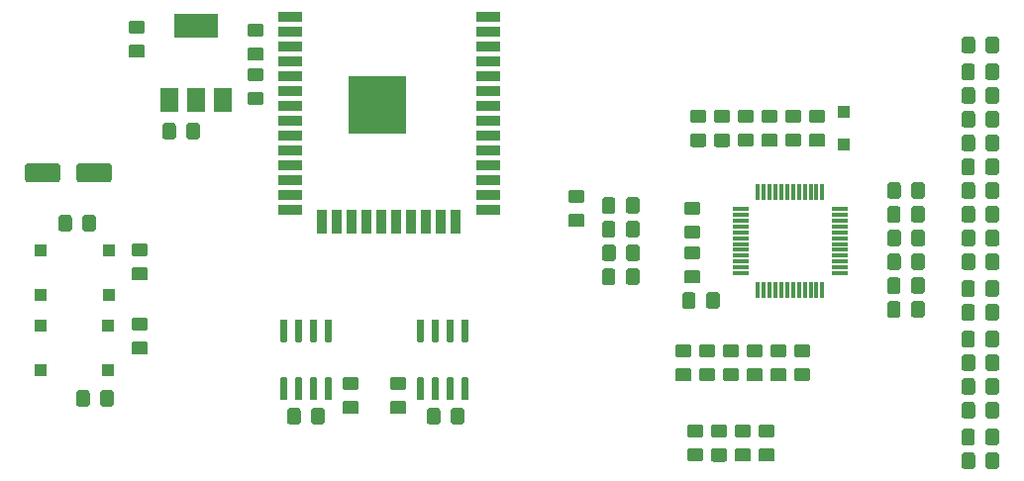
<source format=gbr>
G04 #@! TF.GenerationSoftware,KiCad,Pcbnew,(5.1.5)-3*
G04 #@! TF.CreationDate,2020-07-08T17:40:24+02:00*
G04 #@! TF.ProjectId,Mbed_Devboard,4d626564-5f44-4657-9662-6f6172642e6b,rev?*
G04 #@! TF.SameCoordinates,Original*
G04 #@! TF.FileFunction,Paste,Top*
G04 #@! TF.FilePolarity,Positive*
%FSLAX46Y46*%
G04 Gerber Fmt 4.6, Leading zero omitted, Abs format (unit mm)*
G04 Created by KiCad (PCBNEW (5.1.5)-3) date 2020-07-08 17:40:24*
%MOMM*%
%LPD*%
G04 APERTURE LIST*
%ADD10R,1.500000X2.000000*%
%ADD11R,3.800000X2.000000*%
%ADD12C,0.100000*%
%ADD13R,5.000000X5.000000*%
%ADD14R,2.000000X0.900000*%
%ADD15R,0.900000X2.000000*%
%ADD16R,1.000000X1.000000*%
%ADD17R,0.300000X1.450000*%
%ADD18R,1.450000X0.300000*%
%ADD19R,1.100000X1.100000*%
G04 APERTURE END LIST*
D10*
X108190000Y-46838000D03*
X112790000Y-46838000D03*
X110490000Y-46838000D03*
D11*
X110490000Y-40538000D03*
D12*
G36*
X121957703Y-70588722D02*
G01*
X121972264Y-70590882D01*
X121986543Y-70594459D01*
X122000403Y-70599418D01*
X122013710Y-70605712D01*
X122026336Y-70613280D01*
X122038159Y-70622048D01*
X122049066Y-70631934D01*
X122058952Y-70642841D01*
X122067720Y-70654664D01*
X122075288Y-70667290D01*
X122081582Y-70680597D01*
X122086541Y-70694457D01*
X122090118Y-70708736D01*
X122092278Y-70723297D01*
X122093000Y-70738000D01*
X122093000Y-72388000D01*
X122092278Y-72402703D01*
X122090118Y-72417264D01*
X122086541Y-72431543D01*
X122081582Y-72445403D01*
X122075288Y-72458710D01*
X122067720Y-72471336D01*
X122058952Y-72483159D01*
X122049066Y-72494066D01*
X122038159Y-72503952D01*
X122026336Y-72512720D01*
X122013710Y-72520288D01*
X122000403Y-72526582D01*
X121986543Y-72531541D01*
X121972264Y-72535118D01*
X121957703Y-72537278D01*
X121943000Y-72538000D01*
X121643000Y-72538000D01*
X121628297Y-72537278D01*
X121613736Y-72535118D01*
X121599457Y-72531541D01*
X121585597Y-72526582D01*
X121572290Y-72520288D01*
X121559664Y-72512720D01*
X121547841Y-72503952D01*
X121536934Y-72494066D01*
X121527048Y-72483159D01*
X121518280Y-72471336D01*
X121510712Y-72458710D01*
X121504418Y-72445403D01*
X121499459Y-72431543D01*
X121495882Y-72417264D01*
X121493722Y-72402703D01*
X121493000Y-72388000D01*
X121493000Y-70738000D01*
X121493722Y-70723297D01*
X121495882Y-70708736D01*
X121499459Y-70694457D01*
X121504418Y-70680597D01*
X121510712Y-70667290D01*
X121518280Y-70654664D01*
X121527048Y-70642841D01*
X121536934Y-70631934D01*
X121547841Y-70622048D01*
X121559664Y-70613280D01*
X121572290Y-70605712D01*
X121585597Y-70599418D01*
X121599457Y-70594459D01*
X121613736Y-70590882D01*
X121628297Y-70588722D01*
X121643000Y-70588000D01*
X121943000Y-70588000D01*
X121957703Y-70588722D01*
G37*
G36*
X120687703Y-70588722D02*
G01*
X120702264Y-70590882D01*
X120716543Y-70594459D01*
X120730403Y-70599418D01*
X120743710Y-70605712D01*
X120756336Y-70613280D01*
X120768159Y-70622048D01*
X120779066Y-70631934D01*
X120788952Y-70642841D01*
X120797720Y-70654664D01*
X120805288Y-70667290D01*
X120811582Y-70680597D01*
X120816541Y-70694457D01*
X120820118Y-70708736D01*
X120822278Y-70723297D01*
X120823000Y-70738000D01*
X120823000Y-72388000D01*
X120822278Y-72402703D01*
X120820118Y-72417264D01*
X120816541Y-72431543D01*
X120811582Y-72445403D01*
X120805288Y-72458710D01*
X120797720Y-72471336D01*
X120788952Y-72483159D01*
X120779066Y-72494066D01*
X120768159Y-72503952D01*
X120756336Y-72512720D01*
X120743710Y-72520288D01*
X120730403Y-72526582D01*
X120716543Y-72531541D01*
X120702264Y-72535118D01*
X120687703Y-72537278D01*
X120673000Y-72538000D01*
X120373000Y-72538000D01*
X120358297Y-72537278D01*
X120343736Y-72535118D01*
X120329457Y-72531541D01*
X120315597Y-72526582D01*
X120302290Y-72520288D01*
X120289664Y-72512720D01*
X120277841Y-72503952D01*
X120266934Y-72494066D01*
X120257048Y-72483159D01*
X120248280Y-72471336D01*
X120240712Y-72458710D01*
X120234418Y-72445403D01*
X120229459Y-72431543D01*
X120225882Y-72417264D01*
X120223722Y-72402703D01*
X120223000Y-72388000D01*
X120223000Y-70738000D01*
X120223722Y-70723297D01*
X120225882Y-70708736D01*
X120229459Y-70694457D01*
X120234418Y-70680597D01*
X120240712Y-70667290D01*
X120248280Y-70654664D01*
X120257048Y-70642841D01*
X120266934Y-70631934D01*
X120277841Y-70622048D01*
X120289664Y-70613280D01*
X120302290Y-70605712D01*
X120315597Y-70599418D01*
X120329457Y-70594459D01*
X120343736Y-70590882D01*
X120358297Y-70588722D01*
X120373000Y-70588000D01*
X120673000Y-70588000D01*
X120687703Y-70588722D01*
G37*
G36*
X119417703Y-70588722D02*
G01*
X119432264Y-70590882D01*
X119446543Y-70594459D01*
X119460403Y-70599418D01*
X119473710Y-70605712D01*
X119486336Y-70613280D01*
X119498159Y-70622048D01*
X119509066Y-70631934D01*
X119518952Y-70642841D01*
X119527720Y-70654664D01*
X119535288Y-70667290D01*
X119541582Y-70680597D01*
X119546541Y-70694457D01*
X119550118Y-70708736D01*
X119552278Y-70723297D01*
X119553000Y-70738000D01*
X119553000Y-72388000D01*
X119552278Y-72402703D01*
X119550118Y-72417264D01*
X119546541Y-72431543D01*
X119541582Y-72445403D01*
X119535288Y-72458710D01*
X119527720Y-72471336D01*
X119518952Y-72483159D01*
X119509066Y-72494066D01*
X119498159Y-72503952D01*
X119486336Y-72512720D01*
X119473710Y-72520288D01*
X119460403Y-72526582D01*
X119446543Y-72531541D01*
X119432264Y-72535118D01*
X119417703Y-72537278D01*
X119403000Y-72538000D01*
X119103000Y-72538000D01*
X119088297Y-72537278D01*
X119073736Y-72535118D01*
X119059457Y-72531541D01*
X119045597Y-72526582D01*
X119032290Y-72520288D01*
X119019664Y-72512720D01*
X119007841Y-72503952D01*
X118996934Y-72494066D01*
X118987048Y-72483159D01*
X118978280Y-72471336D01*
X118970712Y-72458710D01*
X118964418Y-72445403D01*
X118959459Y-72431543D01*
X118955882Y-72417264D01*
X118953722Y-72402703D01*
X118953000Y-72388000D01*
X118953000Y-70738000D01*
X118953722Y-70723297D01*
X118955882Y-70708736D01*
X118959459Y-70694457D01*
X118964418Y-70680597D01*
X118970712Y-70667290D01*
X118978280Y-70654664D01*
X118987048Y-70642841D01*
X118996934Y-70631934D01*
X119007841Y-70622048D01*
X119019664Y-70613280D01*
X119032290Y-70605712D01*
X119045597Y-70599418D01*
X119059457Y-70594459D01*
X119073736Y-70590882D01*
X119088297Y-70588722D01*
X119103000Y-70588000D01*
X119403000Y-70588000D01*
X119417703Y-70588722D01*
G37*
G36*
X118147703Y-70588722D02*
G01*
X118162264Y-70590882D01*
X118176543Y-70594459D01*
X118190403Y-70599418D01*
X118203710Y-70605712D01*
X118216336Y-70613280D01*
X118228159Y-70622048D01*
X118239066Y-70631934D01*
X118248952Y-70642841D01*
X118257720Y-70654664D01*
X118265288Y-70667290D01*
X118271582Y-70680597D01*
X118276541Y-70694457D01*
X118280118Y-70708736D01*
X118282278Y-70723297D01*
X118283000Y-70738000D01*
X118283000Y-72388000D01*
X118282278Y-72402703D01*
X118280118Y-72417264D01*
X118276541Y-72431543D01*
X118271582Y-72445403D01*
X118265288Y-72458710D01*
X118257720Y-72471336D01*
X118248952Y-72483159D01*
X118239066Y-72494066D01*
X118228159Y-72503952D01*
X118216336Y-72512720D01*
X118203710Y-72520288D01*
X118190403Y-72526582D01*
X118176543Y-72531541D01*
X118162264Y-72535118D01*
X118147703Y-72537278D01*
X118133000Y-72538000D01*
X117833000Y-72538000D01*
X117818297Y-72537278D01*
X117803736Y-72535118D01*
X117789457Y-72531541D01*
X117775597Y-72526582D01*
X117762290Y-72520288D01*
X117749664Y-72512720D01*
X117737841Y-72503952D01*
X117726934Y-72494066D01*
X117717048Y-72483159D01*
X117708280Y-72471336D01*
X117700712Y-72458710D01*
X117694418Y-72445403D01*
X117689459Y-72431543D01*
X117685882Y-72417264D01*
X117683722Y-72402703D01*
X117683000Y-72388000D01*
X117683000Y-70738000D01*
X117683722Y-70723297D01*
X117685882Y-70708736D01*
X117689459Y-70694457D01*
X117694418Y-70680597D01*
X117700712Y-70667290D01*
X117708280Y-70654664D01*
X117717048Y-70642841D01*
X117726934Y-70631934D01*
X117737841Y-70622048D01*
X117749664Y-70613280D01*
X117762290Y-70605712D01*
X117775597Y-70599418D01*
X117789457Y-70594459D01*
X117803736Y-70590882D01*
X117818297Y-70588722D01*
X117833000Y-70588000D01*
X118133000Y-70588000D01*
X118147703Y-70588722D01*
G37*
G36*
X118147703Y-65638722D02*
G01*
X118162264Y-65640882D01*
X118176543Y-65644459D01*
X118190403Y-65649418D01*
X118203710Y-65655712D01*
X118216336Y-65663280D01*
X118228159Y-65672048D01*
X118239066Y-65681934D01*
X118248952Y-65692841D01*
X118257720Y-65704664D01*
X118265288Y-65717290D01*
X118271582Y-65730597D01*
X118276541Y-65744457D01*
X118280118Y-65758736D01*
X118282278Y-65773297D01*
X118283000Y-65788000D01*
X118283000Y-67438000D01*
X118282278Y-67452703D01*
X118280118Y-67467264D01*
X118276541Y-67481543D01*
X118271582Y-67495403D01*
X118265288Y-67508710D01*
X118257720Y-67521336D01*
X118248952Y-67533159D01*
X118239066Y-67544066D01*
X118228159Y-67553952D01*
X118216336Y-67562720D01*
X118203710Y-67570288D01*
X118190403Y-67576582D01*
X118176543Y-67581541D01*
X118162264Y-67585118D01*
X118147703Y-67587278D01*
X118133000Y-67588000D01*
X117833000Y-67588000D01*
X117818297Y-67587278D01*
X117803736Y-67585118D01*
X117789457Y-67581541D01*
X117775597Y-67576582D01*
X117762290Y-67570288D01*
X117749664Y-67562720D01*
X117737841Y-67553952D01*
X117726934Y-67544066D01*
X117717048Y-67533159D01*
X117708280Y-67521336D01*
X117700712Y-67508710D01*
X117694418Y-67495403D01*
X117689459Y-67481543D01*
X117685882Y-67467264D01*
X117683722Y-67452703D01*
X117683000Y-67438000D01*
X117683000Y-65788000D01*
X117683722Y-65773297D01*
X117685882Y-65758736D01*
X117689459Y-65744457D01*
X117694418Y-65730597D01*
X117700712Y-65717290D01*
X117708280Y-65704664D01*
X117717048Y-65692841D01*
X117726934Y-65681934D01*
X117737841Y-65672048D01*
X117749664Y-65663280D01*
X117762290Y-65655712D01*
X117775597Y-65649418D01*
X117789457Y-65644459D01*
X117803736Y-65640882D01*
X117818297Y-65638722D01*
X117833000Y-65638000D01*
X118133000Y-65638000D01*
X118147703Y-65638722D01*
G37*
G36*
X119417703Y-65638722D02*
G01*
X119432264Y-65640882D01*
X119446543Y-65644459D01*
X119460403Y-65649418D01*
X119473710Y-65655712D01*
X119486336Y-65663280D01*
X119498159Y-65672048D01*
X119509066Y-65681934D01*
X119518952Y-65692841D01*
X119527720Y-65704664D01*
X119535288Y-65717290D01*
X119541582Y-65730597D01*
X119546541Y-65744457D01*
X119550118Y-65758736D01*
X119552278Y-65773297D01*
X119553000Y-65788000D01*
X119553000Y-67438000D01*
X119552278Y-67452703D01*
X119550118Y-67467264D01*
X119546541Y-67481543D01*
X119541582Y-67495403D01*
X119535288Y-67508710D01*
X119527720Y-67521336D01*
X119518952Y-67533159D01*
X119509066Y-67544066D01*
X119498159Y-67553952D01*
X119486336Y-67562720D01*
X119473710Y-67570288D01*
X119460403Y-67576582D01*
X119446543Y-67581541D01*
X119432264Y-67585118D01*
X119417703Y-67587278D01*
X119403000Y-67588000D01*
X119103000Y-67588000D01*
X119088297Y-67587278D01*
X119073736Y-67585118D01*
X119059457Y-67581541D01*
X119045597Y-67576582D01*
X119032290Y-67570288D01*
X119019664Y-67562720D01*
X119007841Y-67553952D01*
X118996934Y-67544066D01*
X118987048Y-67533159D01*
X118978280Y-67521336D01*
X118970712Y-67508710D01*
X118964418Y-67495403D01*
X118959459Y-67481543D01*
X118955882Y-67467264D01*
X118953722Y-67452703D01*
X118953000Y-67438000D01*
X118953000Y-65788000D01*
X118953722Y-65773297D01*
X118955882Y-65758736D01*
X118959459Y-65744457D01*
X118964418Y-65730597D01*
X118970712Y-65717290D01*
X118978280Y-65704664D01*
X118987048Y-65692841D01*
X118996934Y-65681934D01*
X119007841Y-65672048D01*
X119019664Y-65663280D01*
X119032290Y-65655712D01*
X119045597Y-65649418D01*
X119059457Y-65644459D01*
X119073736Y-65640882D01*
X119088297Y-65638722D01*
X119103000Y-65638000D01*
X119403000Y-65638000D01*
X119417703Y-65638722D01*
G37*
G36*
X120687703Y-65638722D02*
G01*
X120702264Y-65640882D01*
X120716543Y-65644459D01*
X120730403Y-65649418D01*
X120743710Y-65655712D01*
X120756336Y-65663280D01*
X120768159Y-65672048D01*
X120779066Y-65681934D01*
X120788952Y-65692841D01*
X120797720Y-65704664D01*
X120805288Y-65717290D01*
X120811582Y-65730597D01*
X120816541Y-65744457D01*
X120820118Y-65758736D01*
X120822278Y-65773297D01*
X120823000Y-65788000D01*
X120823000Y-67438000D01*
X120822278Y-67452703D01*
X120820118Y-67467264D01*
X120816541Y-67481543D01*
X120811582Y-67495403D01*
X120805288Y-67508710D01*
X120797720Y-67521336D01*
X120788952Y-67533159D01*
X120779066Y-67544066D01*
X120768159Y-67553952D01*
X120756336Y-67562720D01*
X120743710Y-67570288D01*
X120730403Y-67576582D01*
X120716543Y-67581541D01*
X120702264Y-67585118D01*
X120687703Y-67587278D01*
X120673000Y-67588000D01*
X120373000Y-67588000D01*
X120358297Y-67587278D01*
X120343736Y-67585118D01*
X120329457Y-67581541D01*
X120315597Y-67576582D01*
X120302290Y-67570288D01*
X120289664Y-67562720D01*
X120277841Y-67553952D01*
X120266934Y-67544066D01*
X120257048Y-67533159D01*
X120248280Y-67521336D01*
X120240712Y-67508710D01*
X120234418Y-67495403D01*
X120229459Y-67481543D01*
X120225882Y-67467264D01*
X120223722Y-67452703D01*
X120223000Y-67438000D01*
X120223000Y-65788000D01*
X120223722Y-65773297D01*
X120225882Y-65758736D01*
X120229459Y-65744457D01*
X120234418Y-65730597D01*
X120240712Y-65717290D01*
X120248280Y-65704664D01*
X120257048Y-65692841D01*
X120266934Y-65681934D01*
X120277841Y-65672048D01*
X120289664Y-65663280D01*
X120302290Y-65655712D01*
X120315597Y-65649418D01*
X120329457Y-65644459D01*
X120343736Y-65640882D01*
X120358297Y-65638722D01*
X120373000Y-65638000D01*
X120673000Y-65638000D01*
X120687703Y-65638722D01*
G37*
G36*
X121957703Y-65638722D02*
G01*
X121972264Y-65640882D01*
X121986543Y-65644459D01*
X122000403Y-65649418D01*
X122013710Y-65655712D01*
X122026336Y-65663280D01*
X122038159Y-65672048D01*
X122049066Y-65681934D01*
X122058952Y-65692841D01*
X122067720Y-65704664D01*
X122075288Y-65717290D01*
X122081582Y-65730597D01*
X122086541Y-65744457D01*
X122090118Y-65758736D01*
X122092278Y-65773297D01*
X122093000Y-65788000D01*
X122093000Y-67438000D01*
X122092278Y-67452703D01*
X122090118Y-67467264D01*
X122086541Y-67481543D01*
X122081582Y-67495403D01*
X122075288Y-67508710D01*
X122067720Y-67521336D01*
X122058952Y-67533159D01*
X122049066Y-67544066D01*
X122038159Y-67553952D01*
X122026336Y-67562720D01*
X122013710Y-67570288D01*
X122000403Y-67576582D01*
X121986543Y-67581541D01*
X121972264Y-67585118D01*
X121957703Y-67587278D01*
X121943000Y-67588000D01*
X121643000Y-67588000D01*
X121628297Y-67587278D01*
X121613736Y-67585118D01*
X121599457Y-67581541D01*
X121585597Y-67576582D01*
X121572290Y-67570288D01*
X121559664Y-67562720D01*
X121547841Y-67553952D01*
X121536934Y-67544066D01*
X121527048Y-67533159D01*
X121518280Y-67521336D01*
X121510712Y-67508710D01*
X121504418Y-67495403D01*
X121499459Y-67481543D01*
X121495882Y-67467264D01*
X121493722Y-67452703D01*
X121493000Y-67438000D01*
X121493000Y-65788000D01*
X121493722Y-65773297D01*
X121495882Y-65758736D01*
X121499459Y-65744457D01*
X121504418Y-65730597D01*
X121510712Y-65717290D01*
X121518280Y-65704664D01*
X121527048Y-65692841D01*
X121536934Y-65681934D01*
X121547841Y-65672048D01*
X121559664Y-65663280D01*
X121572290Y-65655712D01*
X121585597Y-65649418D01*
X121599457Y-65644459D01*
X121613736Y-65640882D01*
X121628297Y-65638722D01*
X121643000Y-65638000D01*
X121943000Y-65638000D01*
X121957703Y-65638722D01*
G37*
G36*
X133641703Y-70588722D02*
G01*
X133656264Y-70590882D01*
X133670543Y-70594459D01*
X133684403Y-70599418D01*
X133697710Y-70605712D01*
X133710336Y-70613280D01*
X133722159Y-70622048D01*
X133733066Y-70631934D01*
X133742952Y-70642841D01*
X133751720Y-70654664D01*
X133759288Y-70667290D01*
X133765582Y-70680597D01*
X133770541Y-70694457D01*
X133774118Y-70708736D01*
X133776278Y-70723297D01*
X133777000Y-70738000D01*
X133777000Y-72388000D01*
X133776278Y-72402703D01*
X133774118Y-72417264D01*
X133770541Y-72431543D01*
X133765582Y-72445403D01*
X133759288Y-72458710D01*
X133751720Y-72471336D01*
X133742952Y-72483159D01*
X133733066Y-72494066D01*
X133722159Y-72503952D01*
X133710336Y-72512720D01*
X133697710Y-72520288D01*
X133684403Y-72526582D01*
X133670543Y-72531541D01*
X133656264Y-72535118D01*
X133641703Y-72537278D01*
X133627000Y-72538000D01*
X133327000Y-72538000D01*
X133312297Y-72537278D01*
X133297736Y-72535118D01*
X133283457Y-72531541D01*
X133269597Y-72526582D01*
X133256290Y-72520288D01*
X133243664Y-72512720D01*
X133231841Y-72503952D01*
X133220934Y-72494066D01*
X133211048Y-72483159D01*
X133202280Y-72471336D01*
X133194712Y-72458710D01*
X133188418Y-72445403D01*
X133183459Y-72431543D01*
X133179882Y-72417264D01*
X133177722Y-72402703D01*
X133177000Y-72388000D01*
X133177000Y-70738000D01*
X133177722Y-70723297D01*
X133179882Y-70708736D01*
X133183459Y-70694457D01*
X133188418Y-70680597D01*
X133194712Y-70667290D01*
X133202280Y-70654664D01*
X133211048Y-70642841D01*
X133220934Y-70631934D01*
X133231841Y-70622048D01*
X133243664Y-70613280D01*
X133256290Y-70605712D01*
X133269597Y-70599418D01*
X133283457Y-70594459D01*
X133297736Y-70590882D01*
X133312297Y-70588722D01*
X133327000Y-70588000D01*
X133627000Y-70588000D01*
X133641703Y-70588722D01*
G37*
G36*
X132371703Y-70588722D02*
G01*
X132386264Y-70590882D01*
X132400543Y-70594459D01*
X132414403Y-70599418D01*
X132427710Y-70605712D01*
X132440336Y-70613280D01*
X132452159Y-70622048D01*
X132463066Y-70631934D01*
X132472952Y-70642841D01*
X132481720Y-70654664D01*
X132489288Y-70667290D01*
X132495582Y-70680597D01*
X132500541Y-70694457D01*
X132504118Y-70708736D01*
X132506278Y-70723297D01*
X132507000Y-70738000D01*
X132507000Y-72388000D01*
X132506278Y-72402703D01*
X132504118Y-72417264D01*
X132500541Y-72431543D01*
X132495582Y-72445403D01*
X132489288Y-72458710D01*
X132481720Y-72471336D01*
X132472952Y-72483159D01*
X132463066Y-72494066D01*
X132452159Y-72503952D01*
X132440336Y-72512720D01*
X132427710Y-72520288D01*
X132414403Y-72526582D01*
X132400543Y-72531541D01*
X132386264Y-72535118D01*
X132371703Y-72537278D01*
X132357000Y-72538000D01*
X132057000Y-72538000D01*
X132042297Y-72537278D01*
X132027736Y-72535118D01*
X132013457Y-72531541D01*
X131999597Y-72526582D01*
X131986290Y-72520288D01*
X131973664Y-72512720D01*
X131961841Y-72503952D01*
X131950934Y-72494066D01*
X131941048Y-72483159D01*
X131932280Y-72471336D01*
X131924712Y-72458710D01*
X131918418Y-72445403D01*
X131913459Y-72431543D01*
X131909882Y-72417264D01*
X131907722Y-72402703D01*
X131907000Y-72388000D01*
X131907000Y-70738000D01*
X131907722Y-70723297D01*
X131909882Y-70708736D01*
X131913459Y-70694457D01*
X131918418Y-70680597D01*
X131924712Y-70667290D01*
X131932280Y-70654664D01*
X131941048Y-70642841D01*
X131950934Y-70631934D01*
X131961841Y-70622048D01*
X131973664Y-70613280D01*
X131986290Y-70605712D01*
X131999597Y-70599418D01*
X132013457Y-70594459D01*
X132027736Y-70590882D01*
X132042297Y-70588722D01*
X132057000Y-70588000D01*
X132357000Y-70588000D01*
X132371703Y-70588722D01*
G37*
G36*
X131101703Y-70588722D02*
G01*
X131116264Y-70590882D01*
X131130543Y-70594459D01*
X131144403Y-70599418D01*
X131157710Y-70605712D01*
X131170336Y-70613280D01*
X131182159Y-70622048D01*
X131193066Y-70631934D01*
X131202952Y-70642841D01*
X131211720Y-70654664D01*
X131219288Y-70667290D01*
X131225582Y-70680597D01*
X131230541Y-70694457D01*
X131234118Y-70708736D01*
X131236278Y-70723297D01*
X131237000Y-70738000D01*
X131237000Y-72388000D01*
X131236278Y-72402703D01*
X131234118Y-72417264D01*
X131230541Y-72431543D01*
X131225582Y-72445403D01*
X131219288Y-72458710D01*
X131211720Y-72471336D01*
X131202952Y-72483159D01*
X131193066Y-72494066D01*
X131182159Y-72503952D01*
X131170336Y-72512720D01*
X131157710Y-72520288D01*
X131144403Y-72526582D01*
X131130543Y-72531541D01*
X131116264Y-72535118D01*
X131101703Y-72537278D01*
X131087000Y-72538000D01*
X130787000Y-72538000D01*
X130772297Y-72537278D01*
X130757736Y-72535118D01*
X130743457Y-72531541D01*
X130729597Y-72526582D01*
X130716290Y-72520288D01*
X130703664Y-72512720D01*
X130691841Y-72503952D01*
X130680934Y-72494066D01*
X130671048Y-72483159D01*
X130662280Y-72471336D01*
X130654712Y-72458710D01*
X130648418Y-72445403D01*
X130643459Y-72431543D01*
X130639882Y-72417264D01*
X130637722Y-72402703D01*
X130637000Y-72388000D01*
X130637000Y-70738000D01*
X130637722Y-70723297D01*
X130639882Y-70708736D01*
X130643459Y-70694457D01*
X130648418Y-70680597D01*
X130654712Y-70667290D01*
X130662280Y-70654664D01*
X130671048Y-70642841D01*
X130680934Y-70631934D01*
X130691841Y-70622048D01*
X130703664Y-70613280D01*
X130716290Y-70605712D01*
X130729597Y-70599418D01*
X130743457Y-70594459D01*
X130757736Y-70590882D01*
X130772297Y-70588722D01*
X130787000Y-70588000D01*
X131087000Y-70588000D01*
X131101703Y-70588722D01*
G37*
G36*
X129831703Y-70588722D02*
G01*
X129846264Y-70590882D01*
X129860543Y-70594459D01*
X129874403Y-70599418D01*
X129887710Y-70605712D01*
X129900336Y-70613280D01*
X129912159Y-70622048D01*
X129923066Y-70631934D01*
X129932952Y-70642841D01*
X129941720Y-70654664D01*
X129949288Y-70667290D01*
X129955582Y-70680597D01*
X129960541Y-70694457D01*
X129964118Y-70708736D01*
X129966278Y-70723297D01*
X129967000Y-70738000D01*
X129967000Y-72388000D01*
X129966278Y-72402703D01*
X129964118Y-72417264D01*
X129960541Y-72431543D01*
X129955582Y-72445403D01*
X129949288Y-72458710D01*
X129941720Y-72471336D01*
X129932952Y-72483159D01*
X129923066Y-72494066D01*
X129912159Y-72503952D01*
X129900336Y-72512720D01*
X129887710Y-72520288D01*
X129874403Y-72526582D01*
X129860543Y-72531541D01*
X129846264Y-72535118D01*
X129831703Y-72537278D01*
X129817000Y-72538000D01*
X129517000Y-72538000D01*
X129502297Y-72537278D01*
X129487736Y-72535118D01*
X129473457Y-72531541D01*
X129459597Y-72526582D01*
X129446290Y-72520288D01*
X129433664Y-72512720D01*
X129421841Y-72503952D01*
X129410934Y-72494066D01*
X129401048Y-72483159D01*
X129392280Y-72471336D01*
X129384712Y-72458710D01*
X129378418Y-72445403D01*
X129373459Y-72431543D01*
X129369882Y-72417264D01*
X129367722Y-72402703D01*
X129367000Y-72388000D01*
X129367000Y-70738000D01*
X129367722Y-70723297D01*
X129369882Y-70708736D01*
X129373459Y-70694457D01*
X129378418Y-70680597D01*
X129384712Y-70667290D01*
X129392280Y-70654664D01*
X129401048Y-70642841D01*
X129410934Y-70631934D01*
X129421841Y-70622048D01*
X129433664Y-70613280D01*
X129446290Y-70605712D01*
X129459597Y-70599418D01*
X129473457Y-70594459D01*
X129487736Y-70590882D01*
X129502297Y-70588722D01*
X129517000Y-70588000D01*
X129817000Y-70588000D01*
X129831703Y-70588722D01*
G37*
G36*
X129831703Y-65638722D02*
G01*
X129846264Y-65640882D01*
X129860543Y-65644459D01*
X129874403Y-65649418D01*
X129887710Y-65655712D01*
X129900336Y-65663280D01*
X129912159Y-65672048D01*
X129923066Y-65681934D01*
X129932952Y-65692841D01*
X129941720Y-65704664D01*
X129949288Y-65717290D01*
X129955582Y-65730597D01*
X129960541Y-65744457D01*
X129964118Y-65758736D01*
X129966278Y-65773297D01*
X129967000Y-65788000D01*
X129967000Y-67438000D01*
X129966278Y-67452703D01*
X129964118Y-67467264D01*
X129960541Y-67481543D01*
X129955582Y-67495403D01*
X129949288Y-67508710D01*
X129941720Y-67521336D01*
X129932952Y-67533159D01*
X129923066Y-67544066D01*
X129912159Y-67553952D01*
X129900336Y-67562720D01*
X129887710Y-67570288D01*
X129874403Y-67576582D01*
X129860543Y-67581541D01*
X129846264Y-67585118D01*
X129831703Y-67587278D01*
X129817000Y-67588000D01*
X129517000Y-67588000D01*
X129502297Y-67587278D01*
X129487736Y-67585118D01*
X129473457Y-67581541D01*
X129459597Y-67576582D01*
X129446290Y-67570288D01*
X129433664Y-67562720D01*
X129421841Y-67553952D01*
X129410934Y-67544066D01*
X129401048Y-67533159D01*
X129392280Y-67521336D01*
X129384712Y-67508710D01*
X129378418Y-67495403D01*
X129373459Y-67481543D01*
X129369882Y-67467264D01*
X129367722Y-67452703D01*
X129367000Y-67438000D01*
X129367000Y-65788000D01*
X129367722Y-65773297D01*
X129369882Y-65758736D01*
X129373459Y-65744457D01*
X129378418Y-65730597D01*
X129384712Y-65717290D01*
X129392280Y-65704664D01*
X129401048Y-65692841D01*
X129410934Y-65681934D01*
X129421841Y-65672048D01*
X129433664Y-65663280D01*
X129446290Y-65655712D01*
X129459597Y-65649418D01*
X129473457Y-65644459D01*
X129487736Y-65640882D01*
X129502297Y-65638722D01*
X129517000Y-65638000D01*
X129817000Y-65638000D01*
X129831703Y-65638722D01*
G37*
G36*
X131101703Y-65638722D02*
G01*
X131116264Y-65640882D01*
X131130543Y-65644459D01*
X131144403Y-65649418D01*
X131157710Y-65655712D01*
X131170336Y-65663280D01*
X131182159Y-65672048D01*
X131193066Y-65681934D01*
X131202952Y-65692841D01*
X131211720Y-65704664D01*
X131219288Y-65717290D01*
X131225582Y-65730597D01*
X131230541Y-65744457D01*
X131234118Y-65758736D01*
X131236278Y-65773297D01*
X131237000Y-65788000D01*
X131237000Y-67438000D01*
X131236278Y-67452703D01*
X131234118Y-67467264D01*
X131230541Y-67481543D01*
X131225582Y-67495403D01*
X131219288Y-67508710D01*
X131211720Y-67521336D01*
X131202952Y-67533159D01*
X131193066Y-67544066D01*
X131182159Y-67553952D01*
X131170336Y-67562720D01*
X131157710Y-67570288D01*
X131144403Y-67576582D01*
X131130543Y-67581541D01*
X131116264Y-67585118D01*
X131101703Y-67587278D01*
X131087000Y-67588000D01*
X130787000Y-67588000D01*
X130772297Y-67587278D01*
X130757736Y-67585118D01*
X130743457Y-67581541D01*
X130729597Y-67576582D01*
X130716290Y-67570288D01*
X130703664Y-67562720D01*
X130691841Y-67553952D01*
X130680934Y-67544066D01*
X130671048Y-67533159D01*
X130662280Y-67521336D01*
X130654712Y-67508710D01*
X130648418Y-67495403D01*
X130643459Y-67481543D01*
X130639882Y-67467264D01*
X130637722Y-67452703D01*
X130637000Y-67438000D01*
X130637000Y-65788000D01*
X130637722Y-65773297D01*
X130639882Y-65758736D01*
X130643459Y-65744457D01*
X130648418Y-65730597D01*
X130654712Y-65717290D01*
X130662280Y-65704664D01*
X130671048Y-65692841D01*
X130680934Y-65681934D01*
X130691841Y-65672048D01*
X130703664Y-65663280D01*
X130716290Y-65655712D01*
X130729597Y-65649418D01*
X130743457Y-65644459D01*
X130757736Y-65640882D01*
X130772297Y-65638722D01*
X130787000Y-65638000D01*
X131087000Y-65638000D01*
X131101703Y-65638722D01*
G37*
G36*
X132371703Y-65638722D02*
G01*
X132386264Y-65640882D01*
X132400543Y-65644459D01*
X132414403Y-65649418D01*
X132427710Y-65655712D01*
X132440336Y-65663280D01*
X132452159Y-65672048D01*
X132463066Y-65681934D01*
X132472952Y-65692841D01*
X132481720Y-65704664D01*
X132489288Y-65717290D01*
X132495582Y-65730597D01*
X132500541Y-65744457D01*
X132504118Y-65758736D01*
X132506278Y-65773297D01*
X132507000Y-65788000D01*
X132507000Y-67438000D01*
X132506278Y-67452703D01*
X132504118Y-67467264D01*
X132500541Y-67481543D01*
X132495582Y-67495403D01*
X132489288Y-67508710D01*
X132481720Y-67521336D01*
X132472952Y-67533159D01*
X132463066Y-67544066D01*
X132452159Y-67553952D01*
X132440336Y-67562720D01*
X132427710Y-67570288D01*
X132414403Y-67576582D01*
X132400543Y-67581541D01*
X132386264Y-67585118D01*
X132371703Y-67587278D01*
X132357000Y-67588000D01*
X132057000Y-67588000D01*
X132042297Y-67587278D01*
X132027736Y-67585118D01*
X132013457Y-67581541D01*
X131999597Y-67576582D01*
X131986290Y-67570288D01*
X131973664Y-67562720D01*
X131961841Y-67553952D01*
X131950934Y-67544066D01*
X131941048Y-67533159D01*
X131932280Y-67521336D01*
X131924712Y-67508710D01*
X131918418Y-67495403D01*
X131913459Y-67481543D01*
X131909882Y-67467264D01*
X131907722Y-67452703D01*
X131907000Y-67438000D01*
X131907000Y-65788000D01*
X131907722Y-65773297D01*
X131909882Y-65758736D01*
X131913459Y-65744457D01*
X131918418Y-65730597D01*
X131924712Y-65717290D01*
X131932280Y-65704664D01*
X131941048Y-65692841D01*
X131950934Y-65681934D01*
X131961841Y-65672048D01*
X131973664Y-65663280D01*
X131986290Y-65655712D01*
X131999597Y-65649418D01*
X132013457Y-65644459D01*
X132027736Y-65640882D01*
X132042297Y-65638722D01*
X132057000Y-65638000D01*
X132357000Y-65638000D01*
X132371703Y-65638722D01*
G37*
G36*
X133641703Y-65638722D02*
G01*
X133656264Y-65640882D01*
X133670543Y-65644459D01*
X133684403Y-65649418D01*
X133697710Y-65655712D01*
X133710336Y-65663280D01*
X133722159Y-65672048D01*
X133733066Y-65681934D01*
X133742952Y-65692841D01*
X133751720Y-65704664D01*
X133759288Y-65717290D01*
X133765582Y-65730597D01*
X133770541Y-65744457D01*
X133774118Y-65758736D01*
X133776278Y-65773297D01*
X133777000Y-65788000D01*
X133777000Y-67438000D01*
X133776278Y-67452703D01*
X133774118Y-67467264D01*
X133770541Y-67481543D01*
X133765582Y-67495403D01*
X133759288Y-67508710D01*
X133751720Y-67521336D01*
X133742952Y-67533159D01*
X133733066Y-67544066D01*
X133722159Y-67553952D01*
X133710336Y-67562720D01*
X133697710Y-67570288D01*
X133684403Y-67576582D01*
X133670543Y-67581541D01*
X133656264Y-67585118D01*
X133641703Y-67587278D01*
X133627000Y-67588000D01*
X133327000Y-67588000D01*
X133312297Y-67587278D01*
X133297736Y-67585118D01*
X133283457Y-67581541D01*
X133269597Y-67576582D01*
X133256290Y-67570288D01*
X133243664Y-67562720D01*
X133231841Y-67553952D01*
X133220934Y-67544066D01*
X133211048Y-67533159D01*
X133202280Y-67521336D01*
X133194712Y-67508710D01*
X133188418Y-67495403D01*
X133183459Y-67481543D01*
X133179882Y-67467264D01*
X133177722Y-67452703D01*
X133177000Y-67438000D01*
X133177000Y-65788000D01*
X133177722Y-65773297D01*
X133179882Y-65758736D01*
X133183459Y-65744457D01*
X133188418Y-65730597D01*
X133194712Y-65717290D01*
X133202280Y-65704664D01*
X133211048Y-65692841D01*
X133220934Y-65681934D01*
X133231841Y-65672048D01*
X133243664Y-65663280D01*
X133256290Y-65655712D01*
X133269597Y-65649418D01*
X133283457Y-65644459D01*
X133297736Y-65640882D01*
X133312297Y-65638722D01*
X133327000Y-65638000D01*
X133627000Y-65638000D01*
X133641703Y-65638722D01*
G37*
D13*
X126000000Y-47251000D03*
D14*
X118500000Y-39751000D03*
X118500000Y-41021000D03*
X118500000Y-42291000D03*
X118500000Y-43561000D03*
X118500000Y-44831000D03*
X118500000Y-46101000D03*
X118500000Y-47371000D03*
X118500000Y-48641000D03*
X118500000Y-49911000D03*
X118500000Y-51181000D03*
X118500000Y-52451000D03*
X118500000Y-53721000D03*
X118500000Y-54991000D03*
X118500000Y-56261000D03*
D15*
X121285000Y-57261000D03*
X122555000Y-57261000D03*
X123825000Y-57261000D03*
X125095000Y-57261000D03*
X126365000Y-57261000D03*
X127635000Y-57261000D03*
X128905000Y-57261000D03*
X130175000Y-57261000D03*
X131445000Y-57261000D03*
X132715000Y-57261000D03*
D14*
X135500000Y-56261000D03*
X135500000Y-54991000D03*
X135500000Y-53721000D03*
X135500000Y-52451000D03*
X135500000Y-51181000D03*
X135500000Y-49911000D03*
X135500000Y-48641000D03*
X135500000Y-47371000D03*
X135500000Y-46101000D03*
X135500000Y-44831000D03*
X135500000Y-43561000D03*
X135500000Y-42291000D03*
X135500000Y-41021000D03*
X135500000Y-39751000D03*
D16*
X102976000Y-69972000D03*
X97176000Y-69972000D03*
X102976000Y-66172000D03*
X97176000Y-66172000D03*
X103017000Y-63557000D03*
X97217000Y-63557000D03*
X103017000Y-59757000D03*
X97217000Y-59757000D03*
D12*
G36*
X162018505Y-47668204D02*
G01*
X162042773Y-47671804D01*
X162066572Y-47677765D01*
X162089671Y-47686030D01*
X162111850Y-47696520D01*
X162132893Y-47709132D01*
X162152599Y-47723747D01*
X162170777Y-47740223D01*
X162187253Y-47758401D01*
X162201868Y-47778107D01*
X162214480Y-47799150D01*
X162224970Y-47821329D01*
X162233235Y-47844428D01*
X162239196Y-47868227D01*
X162242796Y-47892495D01*
X162244000Y-47916999D01*
X162244000Y-48567001D01*
X162242796Y-48591505D01*
X162239196Y-48615773D01*
X162233235Y-48639572D01*
X162224970Y-48662671D01*
X162214480Y-48684850D01*
X162201868Y-48705893D01*
X162187253Y-48725599D01*
X162170777Y-48743777D01*
X162152599Y-48760253D01*
X162132893Y-48774868D01*
X162111850Y-48787480D01*
X162089671Y-48797970D01*
X162066572Y-48806235D01*
X162042773Y-48812196D01*
X162018505Y-48815796D01*
X161994001Y-48817000D01*
X161093999Y-48817000D01*
X161069495Y-48815796D01*
X161045227Y-48812196D01*
X161021428Y-48806235D01*
X160998329Y-48797970D01*
X160976150Y-48787480D01*
X160955107Y-48774868D01*
X160935401Y-48760253D01*
X160917223Y-48743777D01*
X160900747Y-48725599D01*
X160886132Y-48705893D01*
X160873520Y-48684850D01*
X160863030Y-48662671D01*
X160854765Y-48639572D01*
X160848804Y-48615773D01*
X160845204Y-48591505D01*
X160844000Y-48567001D01*
X160844000Y-47916999D01*
X160845204Y-47892495D01*
X160848804Y-47868227D01*
X160854765Y-47844428D01*
X160863030Y-47821329D01*
X160873520Y-47799150D01*
X160886132Y-47778107D01*
X160900747Y-47758401D01*
X160917223Y-47740223D01*
X160935401Y-47723747D01*
X160955107Y-47709132D01*
X160976150Y-47696520D01*
X160998329Y-47686030D01*
X161021428Y-47677765D01*
X161045227Y-47671804D01*
X161069495Y-47668204D01*
X161093999Y-47667000D01*
X161994001Y-47667000D01*
X162018505Y-47668204D01*
G37*
G36*
X162018505Y-49718204D02*
G01*
X162042773Y-49721804D01*
X162066572Y-49727765D01*
X162089671Y-49736030D01*
X162111850Y-49746520D01*
X162132893Y-49759132D01*
X162152599Y-49773747D01*
X162170777Y-49790223D01*
X162187253Y-49808401D01*
X162201868Y-49828107D01*
X162214480Y-49849150D01*
X162224970Y-49871329D01*
X162233235Y-49894428D01*
X162239196Y-49918227D01*
X162242796Y-49942495D01*
X162244000Y-49966999D01*
X162244000Y-50617001D01*
X162242796Y-50641505D01*
X162239196Y-50665773D01*
X162233235Y-50689572D01*
X162224970Y-50712671D01*
X162214480Y-50734850D01*
X162201868Y-50755893D01*
X162187253Y-50775599D01*
X162170777Y-50793777D01*
X162152599Y-50810253D01*
X162132893Y-50824868D01*
X162111850Y-50837480D01*
X162089671Y-50847970D01*
X162066572Y-50856235D01*
X162042773Y-50862196D01*
X162018505Y-50865796D01*
X161994001Y-50867000D01*
X161093999Y-50867000D01*
X161069495Y-50865796D01*
X161045227Y-50862196D01*
X161021428Y-50856235D01*
X160998329Y-50847970D01*
X160976150Y-50837480D01*
X160955107Y-50824868D01*
X160935401Y-50810253D01*
X160917223Y-50793777D01*
X160900747Y-50775599D01*
X160886132Y-50755893D01*
X160873520Y-50734850D01*
X160863030Y-50712671D01*
X160854765Y-50689572D01*
X160848804Y-50665773D01*
X160845204Y-50641505D01*
X160844000Y-50617001D01*
X160844000Y-49966999D01*
X160845204Y-49942495D01*
X160848804Y-49918227D01*
X160854765Y-49894428D01*
X160863030Y-49871329D01*
X160873520Y-49849150D01*
X160886132Y-49828107D01*
X160900747Y-49808401D01*
X160917223Y-49790223D01*
X160935401Y-49773747D01*
X160955107Y-49759132D01*
X160976150Y-49746520D01*
X160998329Y-49736030D01*
X161021428Y-49727765D01*
X161045227Y-49721804D01*
X161069495Y-49718204D01*
X161093999Y-49717000D01*
X161994001Y-49717000D01*
X162018505Y-49718204D01*
G37*
G36*
X159732505Y-76651204D02*
G01*
X159756773Y-76654804D01*
X159780572Y-76660765D01*
X159803671Y-76669030D01*
X159825850Y-76679520D01*
X159846893Y-76692132D01*
X159866599Y-76706747D01*
X159884777Y-76723223D01*
X159901253Y-76741401D01*
X159915868Y-76761107D01*
X159928480Y-76782150D01*
X159938970Y-76804329D01*
X159947235Y-76827428D01*
X159953196Y-76851227D01*
X159956796Y-76875495D01*
X159958000Y-76899999D01*
X159958000Y-77550001D01*
X159956796Y-77574505D01*
X159953196Y-77598773D01*
X159947235Y-77622572D01*
X159938970Y-77645671D01*
X159928480Y-77667850D01*
X159915868Y-77688893D01*
X159901253Y-77708599D01*
X159884777Y-77726777D01*
X159866599Y-77743253D01*
X159846893Y-77757868D01*
X159825850Y-77770480D01*
X159803671Y-77780970D01*
X159780572Y-77789235D01*
X159756773Y-77795196D01*
X159732505Y-77798796D01*
X159708001Y-77800000D01*
X158807999Y-77800000D01*
X158783495Y-77798796D01*
X158759227Y-77795196D01*
X158735428Y-77789235D01*
X158712329Y-77780970D01*
X158690150Y-77770480D01*
X158669107Y-77757868D01*
X158649401Y-77743253D01*
X158631223Y-77726777D01*
X158614747Y-77708599D01*
X158600132Y-77688893D01*
X158587520Y-77667850D01*
X158577030Y-77645671D01*
X158568765Y-77622572D01*
X158562804Y-77598773D01*
X158559204Y-77574505D01*
X158558000Y-77550001D01*
X158558000Y-76899999D01*
X158559204Y-76875495D01*
X158562804Y-76851227D01*
X158568765Y-76827428D01*
X158577030Y-76804329D01*
X158587520Y-76782150D01*
X158600132Y-76761107D01*
X158614747Y-76741401D01*
X158631223Y-76723223D01*
X158649401Y-76706747D01*
X158669107Y-76692132D01*
X158690150Y-76679520D01*
X158712329Y-76669030D01*
X158735428Y-76660765D01*
X158759227Y-76654804D01*
X158783495Y-76651204D01*
X158807999Y-76650000D01*
X159708001Y-76650000D01*
X159732505Y-76651204D01*
G37*
G36*
X159732505Y-74601204D02*
G01*
X159756773Y-74604804D01*
X159780572Y-74610765D01*
X159803671Y-74619030D01*
X159825850Y-74629520D01*
X159846893Y-74642132D01*
X159866599Y-74656747D01*
X159884777Y-74673223D01*
X159901253Y-74691401D01*
X159915868Y-74711107D01*
X159928480Y-74732150D01*
X159938970Y-74754329D01*
X159947235Y-74777428D01*
X159953196Y-74801227D01*
X159956796Y-74825495D01*
X159958000Y-74849999D01*
X159958000Y-75500001D01*
X159956796Y-75524505D01*
X159953196Y-75548773D01*
X159947235Y-75572572D01*
X159938970Y-75595671D01*
X159928480Y-75617850D01*
X159915868Y-75638893D01*
X159901253Y-75658599D01*
X159884777Y-75676777D01*
X159866599Y-75693253D01*
X159846893Y-75707868D01*
X159825850Y-75720480D01*
X159803671Y-75730970D01*
X159780572Y-75739235D01*
X159756773Y-75745196D01*
X159732505Y-75748796D01*
X159708001Y-75750000D01*
X158807999Y-75750000D01*
X158783495Y-75748796D01*
X158759227Y-75745196D01*
X158735428Y-75739235D01*
X158712329Y-75730970D01*
X158690150Y-75720480D01*
X158669107Y-75707868D01*
X158649401Y-75693253D01*
X158631223Y-75676777D01*
X158614747Y-75658599D01*
X158600132Y-75638893D01*
X158587520Y-75617850D01*
X158577030Y-75595671D01*
X158568765Y-75572572D01*
X158562804Y-75548773D01*
X158559204Y-75524505D01*
X158558000Y-75500001D01*
X158558000Y-74849999D01*
X158559204Y-74825495D01*
X158562804Y-74801227D01*
X158568765Y-74777428D01*
X158577030Y-74754329D01*
X158587520Y-74732150D01*
X158600132Y-74711107D01*
X158614747Y-74691401D01*
X158631223Y-74673223D01*
X158649401Y-74656747D01*
X158669107Y-74642132D01*
X158690150Y-74629520D01*
X158712329Y-74619030D01*
X158735428Y-74610765D01*
X158759227Y-74604804D01*
X158783495Y-74601204D01*
X158807999Y-74600000D01*
X159708001Y-74600000D01*
X159732505Y-74601204D01*
G37*
G36*
X157700505Y-76651204D02*
G01*
X157724773Y-76654804D01*
X157748572Y-76660765D01*
X157771671Y-76669030D01*
X157793850Y-76679520D01*
X157814893Y-76692132D01*
X157834599Y-76706747D01*
X157852777Y-76723223D01*
X157869253Y-76741401D01*
X157883868Y-76761107D01*
X157896480Y-76782150D01*
X157906970Y-76804329D01*
X157915235Y-76827428D01*
X157921196Y-76851227D01*
X157924796Y-76875495D01*
X157926000Y-76899999D01*
X157926000Y-77550001D01*
X157924796Y-77574505D01*
X157921196Y-77598773D01*
X157915235Y-77622572D01*
X157906970Y-77645671D01*
X157896480Y-77667850D01*
X157883868Y-77688893D01*
X157869253Y-77708599D01*
X157852777Y-77726777D01*
X157834599Y-77743253D01*
X157814893Y-77757868D01*
X157793850Y-77770480D01*
X157771671Y-77780970D01*
X157748572Y-77789235D01*
X157724773Y-77795196D01*
X157700505Y-77798796D01*
X157676001Y-77800000D01*
X156775999Y-77800000D01*
X156751495Y-77798796D01*
X156727227Y-77795196D01*
X156703428Y-77789235D01*
X156680329Y-77780970D01*
X156658150Y-77770480D01*
X156637107Y-77757868D01*
X156617401Y-77743253D01*
X156599223Y-77726777D01*
X156582747Y-77708599D01*
X156568132Y-77688893D01*
X156555520Y-77667850D01*
X156545030Y-77645671D01*
X156536765Y-77622572D01*
X156530804Y-77598773D01*
X156527204Y-77574505D01*
X156526000Y-77550001D01*
X156526000Y-76899999D01*
X156527204Y-76875495D01*
X156530804Y-76851227D01*
X156536765Y-76827428D01*
X156545030Y-76804329D01*
X156555520Y-76782150D01*
X156568132Y-76761107D01*
X156582747Y-76741401D01*
X156599223Y-76723223D01*
X156617401Y-76706747D01*
X156637107Y-76692132D01*
X156658150Y-76679520D01*
X156680329Y-76669030D01*
X156703428Y-76660765D01*
X156727227Y-76654804D01*
X156751495Y-76651204D01*
X156775999Y-76650000D01*
X157676001Y-76650000D01*
X157700505Y-76651204D01*
G37*
G36*
X157700505Y-74601204D02*
G01*
X157724773Y-74604804D01*
X157748572Y-74610765D01*
X157771671Y-74619030D01*
X157793850Y-74629520D01*
X157814893Y-74642132D01*
X157834599Y-74656747D01*
X157852777Y-74673223D01*
X157869253Y-74691401D01*
X157883868Y-74711107D01*
X157896480Y-74732150D01*
X157906970Y-74754329D01*
X157915235Y-74777428D01*
X157921196Y-74801227D01*
X157924796Y-74825495D01*
X157926000Y-74849999D01*
X157926000Y-75500001D01*
X157924796Y-75524505D01*
X157921196Y-75548773D01*
X157915235Y-75572572D01*
X157906970Y-75595671D01*
X157896480Y-75617850D01*
X157883868Y-75638893D01*
X157869253Y-75658599D01*
X157852777Y-75676777D01*
X157834599Y-75693253D01*
X157814893Y-75707868D01*
X157793850Y-75720480D01*
X157771671Y-75730970D01*
X157748572Y-75739235D01*
X157724773Y-75745196D01*
X157700505Y-75748796D01*
X157676001Y-75750000D01*
X156775999Y-75750000D01*
X156751495Y-75748796D01*
X156727227Y-75745196D01*
X156703428Y-75739235D01*
X156680329Y-75730970D01*
X156658150Y-75720480D01*
X156637107Y-75707868D01*
X156617401Y-75693253D01*
X156599223Y-75676777D01*
X156582747Y-75658599D01*
X156568132Y-75638893D01*
X156555520Y-75617850D01*
X156545030Y-75595671D01*
X156536765Y-75572572D01*
X156530804Y-75548773D01*
X156527204Y-75524505D01*
X156526000Y-75500001D01*
X156526000Y-74849999D01*
X156527204Y-74825495D01*
X156530804Y-74801227D01*
X156536765Y-74777428D01*
X156545030Y-74754329D01*
X156555520Y-74732150D01*
X156568132Y-74711107D01*
X156582747Y-74691401D01*
X156599223Y-74673223D01*
X156617401Y-74656747D01*
X156637107Y-74642132D01*
X156658150Y-74629520D01*
X156680329Y-74619030D01*
X156703428Y-74610765D01*
X156727227Y-74604804D01*
X156751495Y-74601204D01*
X156775999Y-74600000D01*
X157676001Y-74600000D01*
X157700505Y-74601204D01*
G37*
G36*
X155668505Y-76660204D02*
G01*
X155692773Y-76663804D01*
X155716572Y-76669765D01*
X155739671Y-76678030D01*
X155761850Y-76688520D01*
X155782893Y-76701132D01*
X155802599Y-76715747D01*
X155820777Y-76732223D01*
X155837253Y-76750401D01*
X155851868Y-76770107D01*
X155864480Y-76791150D01*
X155874970Y-76813329D01*
X155883235Y-76836428D01*
X155889196Y-76860227D01*
X155892796Y-76884495D01*
X155894000Y-76908999D01*
X155894000Y-77559001D01*
X155892796Y-77583505D01*
X155889196Y-77607773D01*
X155883235Y-77631572D01*
X155874970Y-77654671D01*
X155864480Y-77676850D01*
X155851868Y-77697893D01*
X155837253Y-77717599D01*
X155820777Y-77735777D01*
X155802599Y-77752253D01*
X155782893Y-77766868D01*
X155761850Y-77779480D01*
X155739671Y-77789970D01*
X155716572Y-77798235D01*
X155692773Y-77804196D01*
X155668505Y-77807796D01*
X155644001Y-77809000D01*
X154743999Y-77809000D01*
X154719495Y-77807796D01*
X154695227Y-77804196D01*
X154671428Y-77798235D01*
X154648329Y-77789970D01*
X154626150Y-77779480D01*
X154605107Y-77766868D01*
X154585401Y-77752253D01*
X154567223Y-77735777D01*
X154550747Y-77717599D01*
X154536132Y-77697893D01*
X154523520Y-77676850D01*
X154513030Y-77654671D01*
X154504765Y-77631572D01*
X154498804Y-77607773D01*
X154495204Y-77583505D01*
X154494000Y-77559001D01*
X154494000Y-76908999D01*
X154495204Y-76884495D01*
X154498804Y-76860227D01*
X154504765Y-76836428D01*
X154513030Y-76813329D01*
X154523520Y-76791150D01*
X154536132Y-76770107D01*
X154550747Y-76750401D01*
X154567223Y-76732223D01*
X154585401Y-76715747D01*
X154605107Y-76701132D01*
X154626150Y-76688520D01*
X154648329Y-76678030D01*
X154671428Y-76669765D01*
X154695227Y-76663804D01*
X154719495Y-76660204D01*
X154743999Y-76659000D01*
X155644001Y-76659000D01*
X155668505Y-76660204D01*
G37*
G36*
X155668505Y-74610204D02*
G01*
X155692773Y-74613804D01*
X155716572Y-74619765D01*
X155739671Y-74628030D01*
X155761850Y-74638520D01*
X155782893Y-74651132D01*
X155802599Y-74665747D01*
X155820777Y-74682223D01*
X155837253Y-74700401D01*
X155851868Y-74720107D01*
X155864480Y-74741150D01*
X155874970Y-74763329D01*
X155883235Y-74786428D01*
X155889196Y-74810227D01*
X155892796Y-74834495D01*
X155894000Y-74858999D01*
X155894000Y-75509001D01*
X155892796Y-75533505D01*
X155889196Y-75557773D01*
X155883235Y-75581572D01*
X155874970Y-75604671D01*
X155864480Y-75626850D01*
X155851868Y-75647893D01*
X155837253Y-75667599D01*
X155820777Y-75685777D01*
X155802599Y-75702253D01*
X155782893Y-75716868D01*
X155761850Y-75729480D01*
X155739671Y-75739970D01*
X155716572Y-75748235D01*
X155692773Y-75754196D01*
X155668505Y-75757796D01*
X155644001Y-75759000D01*
X154743999Y-75759000D01*
X154719495Y-75757796D01*
X154695227Y-75754196D01*
X154671428Y-75748235D01*
X154648329Y-75739970D01*
X154626150Y-75729480D01*
X154605107Y-75716868D01*
X154585401Y-75702253D01*
X154567223Y-75685777D01*
X154550747Y-75667599D01*
X154536132Y-75647893D01*
X154523520Y-75626850D01*
X154513030Y-75604671D01*
X154504765Y-75581572D01*
X154498804Y-75557773D01*
X154495204Y-75533505D01*
X154494000Y-75509001D01*
X154494000Y-74858999D01*
X154495204Y-74834495D01*
X154498804Y-74810227D01*
X154504765Y-74786428D01*
X154513030Y-74763329D01*
X154523520Y-74741150D01*
X154536132Y-74720107D01*
X154550747Y-74700401D01*
X154567223Y-74682223D01*
X154585401Y-74665747D01*
X154605107Y-74651132D01*
X154626150Y-74638520D01*
X154648329Y-74628030D01*
X154671428Y-74619765D01*
X154695227Y-74613804D01*
X154719495Y-74610204D01*
X154743999Y-74609000D01*
X155644001Y-74609000D01*
X155668505Y-74610204D01*
G37*
G36*
X153636505Y-76642204D02*
G01*
X153660773Y-76645804D01*
X153684572Y-76651765D01*
X153707671Y-76660030D01*
X153729850Y-76670520D01*
X153750893Y-76683132D01*
X153770599Y-76697747D01*
X153788777Y-76714223D01*
X153805253Y-76732401D01*
X153819868Y-76752107D01*
X153832480Y-76773150D01*
X153842970Y-76795329D01*
X153851235Y-76818428D01*
X153857196Y-76842227D01*
X153860796Y-76866495D01*
X153862000Y-76890999D01*
X153862000Y-77541001D01*
X153860796Y-77565505D01*
X153857196Y-77589773D01*
X153851235Y-77613572D01*
X153842970Y-77636671D01*
X153832480Y-77658850D01*
X153819868Y-77679893D01*
X153805253Y-77699599D01*
X153788777Y-77717777D01*
X153770599Y-77734253D01*
X153750893Y-77748868D01*
X153729850Y-77761480D01*
X153707671Y-77771970D01*
X153684572Y-77780235D01*
X153660773Y-77786196D01*
X153636505Y-77789796D01*
X153612001Y-77791000D01*
X152711999Y-77791000D01*
X152687495Y-77789796D01*
X152663227Y-77786196D01*
X152639428Y-77780235D01*
X152616329Y-77771970D01*
X152594150Y-77761480D01*
X152573107Y-77748868D01*
X152553401Y-77734253D01*
X152535223Y-77717777D01*
X152518747Y-77699599D01*
X152504132Y-77679893D01*
X152491520Y-77658850D01*
X152481030Y-77636671D01*
X152472765Y-77613572D01*
X152466804Y-77589773D01*
X152463204Y-77565505D01*
X152462000Y-77541001D01*
X152462000Y-76890999D01*
X152463204Y-76866495D01*
X152466804Y-76842227D01*
X152472765Y-76818428D01*
X152481030Y-76795329D01*
X152491520Y-76773150D01*
X152504132Y-76752107D01*
X152518747Y-76732401D01*
X152535223Y-76714223D01*
X152553401Y-76697747D01*
X152573107Y-76683132D01*
X152594150Y-76670520D01*
X152616329Y-76660030D01*
X152639428Y-76651765D01*
X152663227Y-76645804D01*
X152687495Y-76642204D01*
X152711999Y-76641000D01*
X153612001Y-76641000D01*
X153636505Y-76642204D01*
G37*
G36*
X153636505Y-74592204D02*
G01*
X153660773Y-74595804D01*
X153684572Y-74601765D01*
X153707671Y-74610030D01*
X153729850Y-74620520D01*
X153750893Y-74633132D01*
X153770599Y-74647747D01*
X153788777Y-74664223D01*
X153805253Y-74682401D01*
X153819868Y-74702107D01*
X153832480Y-74723150D01*
X153842970Y-74745329D01*
X153851235Y-74768428D01*
X153857196Y-74792227D01*
X153860796Y-74816495D01*
X153862000Y-74840999D01*
X153862000Y-75491001D01*
X153860796Y-75515505D01*
X153857196Y-75539773D01*
X153851235Y-75563572D01*
X153842970Y-75586671D01*
X153832480Y-75608850D01*
X153819868Y-75629893D01*
X153805253Y-75649599D01*
X153788777Y-75667777D01*
X153770599Y-75684253D01*
X153750893Y-75698868D01*
X153729850Y-75711480D01*
X153707671Y-75721970D01*
X153684572Y-75730235D01*
X153660773Y-75736196D01*
X153636505Y-75739796D01*
X153612001Y-75741000D01*
X152711999Y-75741000D01*
X152687495Y-75739796D01*
X152663227Y-75736196D01*
X152639428Y-75730235D01*
X152616329Y-75721970D01*
X152594150Y-75711480D01*
X152573107Y-75698868D01*
X152553401Y-75684253D01*
X152535223Y-75667777D01*
X152518747Y-75649599D01*
X152504132Y-75629893D01*
X152491520Y-75608850D01*
X152481030Y-75586671D01*
X152472765Y-75563572D01*
X152466804Y-75539773D01*
X152463204Y-75515505D01*
X152462000Y-75491001D01*
X152462000Y-74840999D01*
X152463204Y-74816495D01*
X152466804Y-74792227D01*
X152472765Y-74768428D01*
X152481030Y-74745329D01*
X152491520Y-74723150D01*
X152504132Y-74702107D01*
X152518747Y-74682401D01*
X152535223Y-74664223D01*
X152553401Y-74647747D01*
X152573107Y-74633132D01*
X152594150Y-74620520D01*
X152616329Y-74610030D01*
X152639428Y-74601765D01*
X152663227Y-74595804D01*
X152687495Y-74592204D01*
X152711999Y-74591000D01*
X153612001Y-74591000D01*
X153636505Y-74592204D01*
G37*
G36*
X146145505Y-59245204D02*
G01*
X146169773Y-59248804D01*
X146193572Y-59254765D01*
X146216671Y-59263030D01*
X146238850Y-59273520D01*
X146259893Y-59286132D01*
X146279599Y-59300747D01*
X146297777Y-59317223D01*
X146314253Y-59335401D01*
X146328868Y-59355107D01*
X146341480Y-59376150D01*
X146351970Y-59398329D01*
X146360235Y-59421428D01*
X146366196Y-59445227D01*
X146369796Y-59469495D01*
X146371000Y-59493999D01*
X146371000Y-60394001D01*
X146369796Y-60418505D01*
X146366196Y-60442773D01*
X146360235Y-60466572D01*
X146351970Y-60489671D01*
X146341480Y-60511850D01*
X146328868Y-60532893D01*
X146314253Y-60552599D01*
X146297777Y-60570777D01*
X146279599Y-60587253D01*
X146259893Y-60601868D01*
X146238850Y-60614480D01*
X146216671Y-60624970D01*
X146193572Y-60633235D01*
X146169773Y-60639196D01*
X146145505Y-60642796D01*
X146121001Y-60644000D01*
X145470999Y-60644000D01*
X145446495Y-60642796D01*
X145422227Y-60639196D01*
X145398428Y-60633235D01*
X145375329Y-60624970D01*
X145353150Y-60614480D01*
X145332107Y-60601868D01*
X145312401Y-60587253D01*
X145294223Y-60570777D01*
X145277747Y-60552599D01*
X145263132Y-60532893D01*
X145250520Y-60511850D01*
X145240030Y-60489671D01*
X145231765Y-60466572D01*
X145225804Y-60442773D01*
X145222204Y-60418505D01*
X145221000Y-60394001D01*
X145221000Y-59493999D01*
X145222204Y-59469495D01*
X145225804Y-59445227D01*
X145231765Y-59421428D01*
X145240030Y-59398329D01*
X145250520Y-59376150D01*
X145263132Y-59355107D01*
X145277747Y-59335401D01*
X145294223Y-59317223D01*
X145312401Y-59300747D01*
X145332107Y-59286132D01*
X145353150Y-59273520D01*
X145375329Y-59263030D01*
X145398428Y-59254765D01*
X145422227Y-59248804D01*
X145446495Y-59245204D01*
X145470999Y-59244000D01*
X146121001Y-59244000D01*
X146145505Y-59245204D01*
G37*
G36*
X148195505Y-59245204D02*
G01*
X148219773Y-59248804D01*
X148243572Y-59254765D01*
X148266671Y-59263030D01*
X148288850Y-59273520D01*
X148309893Y-59286132D01*
X148329599Y-59300747D01*
X148347777Y-59317223D01*
X148364253Y-59335401D01*
X148378868Y-59355107D01*
X148391480Y-59376150D01*
X148401970Y-59398329D01*
X148410235Y-59421428D01*
X148416196Y-59445227D01*
X148419796Y-59469495D01*
X148421000Y-59493999D01*
X148421000Y-60394001D01*
X148419796Y-60418505D01*
X148416196Y-60442773D01*
X148410235Y-60466572D01*
X148401970Y-60489671D01*
X148391480Y-60511850D01*
X148378868Y-60532893D01*
X148364253Y-60552599D01*
X148347777Y-60570777D01*
X148329599Y-60587253D01*
X148309893Y-60601868D01*
X148288850Y-60614480D01*
X148266671Y-60624970D01*
X148243572Y-60633235D01*
X148219773Y-60639196D01*
X148195505Y-60642796D01*
X148171001Y-60644000D01*
X147520999Y-60644000D01*
X147496495Y-60642796D01*
X147472227Y-60639196D01*
X147448428Y-60633235D01*
X147425329Y-60624970D01*
X147403150Y-60614480D01*
X147382107Y-60601868D01*
X147362401Y-60587253D01*
X147344223Y-60570777D01*
X147327747Y-60552599D01*
X147313132Y-60532893D01*
X147300520Y-60511850D01*
X147290030Y-60489671D01*
X147281765Y-60466572D01*
X147275804Y-60442773D01*
X147272204Y-60418505D01*
X147271000Y-60394001D01*
X147271000Y-59493999D01*
X147272204Y-59469495D01*
X147275804Y-59445227D01*
X147281765Y-59421428D01*
X147290030Y-59398329D01*
X147300520Y-59376150D01*
X147313132Y-59355107D01*
X147327747Y-59335401D01*
X147344223Y-59317223D01*
X147362401Y-59300747D01*
X147382107Y-59286132D01*
X147403150Y-59273520D01*
X147425329Y-59263030D01*
X147448428Y-59254765D01*
X147472227Y-59248804D01*
X147496495Y-59245204D01*
X147520999Y-59244000D01*
X148171001Y-59244000D01*
X148195505Y-59245204D01*
G37*
G36*
X146127505Y-61277204D02*
G01*
X146151773Y-61280804D01*
X146175572Y-61286765D01*
X146198671Y-61295030D01*
X146220850Y-61305520D01*
X146241893Y-61318132D01*
X146261599Y-61332747D01*
X146279777Y-61349223D01*
X146296253Y-61367401D01*
X146310868Y-61387107D01*
X146323480Y-61408150D01*
X146333970Y-61430329D01*
X146342235Y-61453428D01*
X146348196Y-61477227D01*
X146351796Y-61501495D01*
X146353000Y-61525999D01*
X146353000Y-62426001D01*
X146351796Y-62450505D01*
X146348196Y-62474773D01*
X146342235Y-62498572D01*
X146333970Y-62521671D01*
X146323480Y-62543850D01*
X146310868Y-62564893D01*
X146296253Y-62584599D01*
X146279777Y-62602777D01*
X146261599Y-62619253D01*
X146241893Y-62633868D01*
X146220850Y-62646480D01*
X146198671Y-62656970D01*
X146175572Y-62665235D01*
X146151773Y-62671196D01*
X146127505Y-62674796D01*
X146103001Y-62676000D01*
X145452999Y-62676000D01*
X145428495Y-62674796D01*
X145404227Y-62671196D01*
X145380428Y-62665235D01*
X145357329Y-62656970D01*
X145335150Y-62646480D01*
X145314107Y-62633868D01*
X145294401Y-62619253D01*
X145276223Y-62602777D01*
X145259747Y-62584599D01*
X145245132Y-62564893D01*
X145232520Y-62543850D01*
X145222030Y-62521671D01*
X145213765Y-62498572D01*
X145207804Y-62474773D01*
X145204204Y-62450505D01*
X145203000Y-62426001D01*
X145203000Y-61525999D01*
X145204204Y-61501495D01*
X145207804Y-61477227D01*
X145213765Y-61453428D01*
X145222030Y-61430329D01*
X145232520Y-61408150D01*
X145245132Y-61387107D01*
X145259747Y-61367401D01*
X145276223Y-61349223D01*
X145294401Y-61332747D01*
X145314107Y-61318132D01*
X145335150Y-61305520D01*
X145357329Y-61295030D01*
X145380428Y-61286765D01*
X145404227Y-61280804D01*
X145428495Y-61277204D01*
X145452999Y-61276000D01*
X146103001Y-61276000D01*
X146127505Y-61277204D01*
G37*
G36*
X148177505Y-61277204D02*
G01*
X148201773Y-61280804D01*
X148225572Y-61286765D01*
X148248671Y-61295030D01*
X148270850Y-61305520D01*
X148291893Y-61318132D01*
X148311599Y-61332747D01*
X148329777Y-61349223D01*
X148346253Y-61367401D01*
X148360868Y-61387107D01*
X148373480Y-61408150D01*
X148383970Y-61430329D01*
X148392235Y-61453428D01*
X148398196Y-61477227D01*
X148401796Y-61501495D01*
X148403000Y-61525999D01*
X148403000Y-62426001D01*
X148401796Y-62450505D01*
X148398196Y-62474773D01*
X148392235Y-62498572D01*
X148383970Y-62521671D01*
X148373480Y-62543850D01*
X148360868Y-62564893D01*
X148346253Y-62584599D01*
X148329777Y-62602777D01*
X148311599Y-62619253D01*
X148291893Y-62633868D01*
X148270850Y-62646480D01*
X148248671Y-62656970D01*
X148225572Y-62665235D01*
X148201773Y-62671196D01*
X148177505Y-62674796D01*
X148153001Y-62676000D01*
X147502999Y-62676000D01*
X147478495Y-62674796D01*
X147454227Y-62671196D01*
X147430428Y-62665235D01*
X147407329Y-62656970D01*
X147385150Y-62646480D01*
X147364107Y-62633868D01*
X147344401Y-62619253D01*
X147326223Y-62602777D01*
X147309747Y-62584599D01*
X147295132Y-62564893D01*
X147282520Y-62543850D01*
X147272030Y-62521671D01*
X147263765Y-62498572D01*
X147257804Y-62474773D01*
X147254204Y-62450505D01*
X147253000Y-62426001D01*
X147253000Y-61525999D01*
X147254204Y-61501495D01*
X147257804Y-61477227D01*
X147263765Y-61453428D01*
X147272030Y-61430329D01*
X147282520Y-61408150D01*
X147295132Y-61387107D01*
X147309747Y-61367401D01*
X147326223Y-61349223D01*
X147344401Y-61332747D01*
X147364107Y-61318132D01*
X147385150Y-61305520D01*
X147407329Y-61295030D01*
X147430428Y-61286765D01*
X147454227Y-61280804D01*
X147478495Y-61277204D01*
X147502999Y-61276000D01*
X148153001Y-61276000D01*
X148177505Y-61277204D01*
G37*
G36*
X152620505Y-69793204D02*
G01*
X152644773Y-69796804D01*
X152668572Y-69802765D01*
X152691671Y-69811030D01*
X152713850Y-69821520D01*
X152734893Y-69834132D01*
X152754599Y-69848747D01*
X152772777Y-69865223D01*
X152789253Y-69883401D01*
X152803868Y-69903107D01*
X152816480Y-69924150D01*
X152826970Y-69946329D01*
X152835235Y-69969428D01*
X152841196Y-69993227D01*
X152844796Y-70017495D01*
X152846000Y-70041999D01*
X152846000Y-70692001D01*
X152844796Y-70716505D01*
X152841196Y-70740773D01*
X152835235Y-70764572D01*
X152826970Y-70787671D01*
X152816480Y-70809850D01*
X152803868Y-70830893D01*
X152789253Y-70850599D01*
X152772777Y-70868777D01*
X152754599Y-70885253D01*
X152734893Y-70899868D01*
X152713850Y-70912480D01*
X152691671Y-70922970D01*
X152668572Y-70931235D01*
X152644773Y-70937196D01*
X152620505Y-70940796D01*
X152596001Y-70942000D01*
X151695999Y-70942000D01*
X151671495Y-70940796D01*
X151647227Y-70937196D01*
X151623428Y-70931235D01*
X151600329Y-70922970D01*
X151578150Y-70912480D01*
X151557107Y-70899868D01*
X151537401Y-70885253D01*
X151519223Y-70868777D01*
X151502747Y-70850599D01*
X151488132Y-70830893D01*
X151475520Y-70809850D01*
X151465030Y-70787671D01*
X151456765Y-70764572D01*
X151450804Y-70740773D01*
X151447204Y-70716505D01*
X151446000Y-70692001D01*
X151446000Y-70041999D01*
X151447204Y-70017495D01*
X151450804Y-69993227D01*
X151456765Y-69969428D01*
X151465030Y-69946329D01*
X151475520Y-69924150D01*
X151488132Y-69903107D01*
X151502747Y-69883401D01*
X151519223Y-69865223D01*
X151537401Y-69848747D01*
X151557107Y-69834132D01*
X151578150Y-69821520D01*
X151600329Y-69811030D01*
X151623428Y-69802765D01*
X151647227Y-69796804D01*
X151671495Y-69793204D01*
X151695999Y-69792000D01*
X152596001Y-69792000D01*
X152620505Y-69793204D01*
G37*
G36*
X152620505Y-67743204D02*
G01*
X152644773Y-67746804D01*
X152668572Y-67752765D01*
X152691671Y-67761030D01*
X152713850Y-67771520D01*
X152734893Y-67784132D01*
X152754599Y-67798747D01*
X152772777Y-67815223D01*
X152789253Y-67833401D01*
X152803868Y-67853107D01*
X152816480Y-67874150D01*
X152826970Y-67896329D01*
X152835235Y-67919428D01*
X152841196Y-67943227D01*
X152844796Y-67967495D01*
X152846000Y-67991999D01*
X152846000Y-68642001D01*
X152844796Y-68666505D01*
X152841196Y-68690773D01*
X152835235Y-68714572D01*
X152826970Y-68737671D01*
X152816480Y-68759850D01*
X152803868Y-68780893D01*
X152789253Y-68800599D01*
X152772777Y-68818777D01*
X152754599Y-68835253D01*
X152734893Y-68849868D01*
X152713850Y-68862480D01*
X152691671Y-68872970D01*
X152668572Y-68881235D01*
X152644773Y-68887196D01*
X152620505Y-68890796D01*
X152596001Y-68892000D01*
X151695999Y-68892000D01*
X151671495Y-68890796D01*
X151647227Y-68887196D01*
X151623428Y-68881235D01*
X151600329Y-68872970D01*
X151578150Y-68862480D01*
X151557107Y-68849868D01*
X151537401Y-68835253D01*
X151519223Y-68818777D01*
X151502747Y-68800599D01*
X151488132Y-68780893D01*
X151475520Y-68759850D01*
X151465030Y-68737671D01*
X151456765Y-68714572D01*
X151450804Y-68690773D01*
X151447204Y-68666505D01*
X151446000Y-68642001D01*
X151446000Y-67991999D01*
X151447204Y-67967495D01*
X151450804Y-67943227D01*
X151456765Y-67919428D01*
X151465030Y-67896329D01*
X151475520Y-67874150D01*
X151488132Y-67853107D01*
X151502747Y-67833401D01*
X151519223Y-67815223D01*
X151537401Y-67798747D01*
X151557107Y-67784132D01*
X151578150Y-67771520D01*
X151600329Y-67761030D01*
X151623428Y-67752765D01*
X151647227Y-67746804D01*
X151671495Y-67743204D01*
X151695999Y-67742000D01*
X152596001Y-67742000D01*
X152620505Y-67743204D01*
G37*
G36*
X116044505Y-42361204D02*
G01*
X116068773Y-42364804D01*
X116092572Y-42370765D01*
X116115671Y-42379030D01*
X116137850Y-42389520D01*
X116158893Y-42402132D01*
X116178599Y-42416747D01*
X116196777Y-42433223D01*
X116213253Y-42451401D01*
X116227868Y-42471107D01*
X116240480Y-42492150D01*
X116250970Y-42514329D01*
X116259235Y-42537428D01*
X116265196Y-42561227D01*
X116268796Y-42585495D01*
X116270000Y-42609999D01*
X116270000Y-43260001D01*
X116268796Y-43284505D01*
X116265196Y-43308773D01*
X116259235Y-43332572D01*
X116250970Y-43355671D01*
X116240480Y-43377850D01*
X116227868Y-43398893D01*
X116213253Y-43418599D01*
X116196777Y-43436777D01*
X116178599Y-43453253D01*
X116158893Y-43467868D01*
X116137850Y-43480480D01*
X116115671Y-43490970D01*
X116092572Y-43499235D01*
X116068773Y-43505196D01*
X116044505Y-43508796D01*
X116020001Y-43510000D01*
X115119999Y-43510000D01*
X115095495Y-43508796D01*
X115071227Y-43505196D01*
X115047428Y-43499235D01*
X115024329Y-43490970D01*
X115002150Y-43480480D01*
X114981107Y-43467868D01*
X114961401Y-43453253D01*
X114943223Y-43436777D01*
X114926747Y-43418599D01*
X114912132Y-43398893D01*
X114899520Y-43377850D01*
X114889030Y-43355671D01*
X114880765Y-43332572D01*
X114874804Y-43308773D01*
X114871204Y-43284505D01*
X114870000Y-43260001D01*
X114870000Y-42609999D01*
X114871204Y-42585495D01*
X114874804Y-42561227D01*
X114880765Y-42537428D01*
X114889030Y-42514329D01*
X114899520Y-42492150D01*
X114912132Y-42471107D01*
X114926747Y-42451401D01*
X114943223Y-42433223D01*
X114961401Y-42416747D01*
X114981107Y-42402132D01*
X115002150Y-42389520D01*
X115024329Y-42379030D01*
X115047428Y-42370765D01*
X115071227Y-42364804D01*
X115095495Y-42361204D01*
X115119999Y-42360000D01*
X116020001Y-42360000D01*
X116044505Y-42361204D01*
G37*
G36*
X116044505Y-40311204D02*
G01*
X116068773Y-40314804D01*
X116092572Y-40320765D01*
X116115671Y-40329030D01*
X116137850Y-40339520D01*
X116158893Y-40352132D01*
X116178599Y-40366747D01*
X116196777Y-40383223D01*
X116213253Y-40401401D01*
X116227868Y-40421107D01*
X116240480Y-40442150D01*
X116250970Y-40464329D01*
X116259235Y-40487428D01*
X116265196Y-40511227D01*
X116268796Y-40535495D01*
X116270000Y-40559999D01*
X116270000Y-41210001D01*
X116268796Y-41234505D01*
X116265196Y-41258773D01*
X116259235Y-41282572D01*
X116250970Y-41305671D01*
X116240480Y-41327850D01*
X116227868Y-41348893D01*
X116213253Y-41368599D01*
X116196777Y-41386777D01*
X116178599Y-41403253D01*
X116158893Y-41417868D01*
X116137850Y-41430480D01*
X116115671Y-41440970D01*
X116092572Y-41449235D01*
X116068773Y-41455196D01*
X116044505Y-41458796D01*
X116020001Y-41460000D01*
X115119999Y-41460000D01*
X115095495Y-41458796D01*
X115071227Y-41455196D01*
X115047428Y-41449235D01*
X115024329Y-41440970D01*
X115002150Y-41430480D01*
X114981107Y-41417868D01*
X114961401Y-41403253D01*
X114943223Y-41386777D01*
X114926747Y-41368599D01*
X114912132Y-41348893D01*
X114899520Y-41327850D01*
X114889030Y-41305671D01*
X114880765Y-41282572D01*
X114874804Y-41258773D01*
X114871204Y-41234505D01*
X114870000Y-41210001D01*
X114870000Y-40559999D01*
X114871204Y-40535495D01*
X114874804Y-40511227D01*
X114880765Y-40487428D01*
X114889030Y-40464329D01*
X114899520Y-40442150D01*
X114912132Y-40421107D01*
X114926747Y-40401401D01*
X114943223Y-40383223D01*
X114961401Y-40366747D01*
X114981107Y-40352132D01*
X115002150Y-40339520D01*
X115024329Y-40329030D01*
X115047428Y-40320765D01*
X115071227Y-40314804D01*
X115095495Y-40311204D01*
X115119999Y-40310000D01*
X116020001Y-40310000D01*
X116044505Y-40311204D01*
G37*
G36*
X143476505Y-56585204D02*
G01*
X143500773Y-56588804D01*
X143524572Y-56594765D01*
X143547671Y-56603030D01*
X143569850Y-56613520D01*
X143590893Y-56626132D01*
X143610599Y-56640747D01*
X143628777Y-56657223D01*
X143645253Y-56675401D01*
X143659868Y-56695107D01*
X143672480Y-56716150D01*
X143682970Y-56738329D01*
X143691235Y-56761428D01*
X143697196Y-56785227D01*
X143700796Y-56809495D01*
X143702000Y-56833999D01*
X143702000Y-57484001D01*
X143700796Y-57508505D01*
X143697196Y-57532773D01*
X143691235Y-57556572D01*
X143682970Y-57579671D01*
X143672480Y-57601850D01*
X143659868Y-57622893D01*
X143645253Y-57642599D01*
X143628777Y-57660777D01*
X143610599Y-57677253D01*
X143590893Y-57691868D01*
X143569850Y-57704480D01*
X143547671Y-57714970D01*
X143524572Y-57723235D01*
X143500773Y-57729196D01*
X143476505Y-57732796D01*
X143452001Y-57734000D01*
X142551999Y-57734000D01*
X142527495Y-57732796D01*
X142503227Y-57729196D01*
X142479428Y-57723235D01*
X142456329Y-57714970D01*
X142434150Y-57704480D01*
X142413107Y-57691868D01*
X142393401Y-57677253D01*
X142375223Y-57660777D01*
X142358747Y-57642599D01*
X142344132Y-57622893D01*
X142331520Y-57601850D01*
X142321030Y-57579671D01*
X142312765Y-57556572D01*
X142306804Y-57532773D01*
X142303204Y-57508505D01*
X142302000Y-57484001D01*
X142302000Y-56833999D01*
X142303204Y-56809495D01*
X142306804Y-56785227D01*
X142312765Y-56761428D01*
X142321030Y-56738329D01*
X142331520Y-56716150D01*
X142344132Y-56695107D01*
X142358747Y-56675401D01*
X142375223Y-56657223D01*
X142393401Y-56640747D01*
X142413107Y-56626132D01*
X142434150Y-56613520D01*
X142456329Y-56603030D01*
X142479428Y-56594765D01*
X142503227Y-56588804D01*
X142527495Y-56585204D01*
X142551999Y-56584000D01*
X143452001Y-56584000D01*
X143476505Y-56585204D01*
G37*
G36*
X143476505Y-54535204D02*
G01*
X143500773Y-54538804D01*
X143524572Y-54544765D01*
X143547671Y-54553030D01*
X143569850Y-54563520D01*
X143590893Y-54576132D01*
X143610599Y-54590747D01*
X143628777Y-54607223D01*
X143645253Y-54625401D01*
X143659868Y-54645107D01*
X143672480Y-54666150D01*
X143682970Y-54688329D01*
X143691235Y-54711428D01*
X143697196Y-54735227D01*
X143700796Y-54759495D01*
X143702000Y-54783999D01*
X143702000Y-55434001D01*
X143700796Y-55458505D01*
X143697196Y-55482773D01*
X143691235Y-55506572D01*
X143682970Y-55529671D01*
X143672480Y-55551850D01*
X143659868Y-55572893D01*
X143645253Y-55592599D01*
X143628777Y-55610777D01*
X143610599Y-55627253D01*
X143590893Y-55641868D01*
X143569850Y-55654480D01*
X143547671Y-55664970D01*
X143524572Y-55673235D01*
X143500773Y-55679196D01*
X143476505Y-55682796D01*
X143452001Y-55684000D01*
X142551999Y-55684000D01*
X142527495Y-55682796D01*
X142503227Y-55679196D01*
X142479428Y-55673235D01*
X142456329Y-55664970D01*
X142434150Y-55654480D01*
X142413107Y-55641868D01*
X142393401Y-55627253D01*
X142375223Y-55610777D01*
X142358747Y-55592599D01*
X142344132Y-55572893D01*
X142331520Y-55551850D01*
X142321030Y-55529671D01*
X142312765Y-55506572D01*
X142306804Y-55482773D01*
X142303204Y-55458505D01*
X142302000Y-55434001D01*
X142302000Y-54783999D01*
X142303204Y-54759495D01*
X142306804Y-54735227D01*
X142312765Y-54711428D01*
X142321030Y-54688329D01*
X142331520Y-54666150D01*
X142344132Y-54645107D01*
X142358747Y-54625401D01*
X142375223Y-54607223D01*
X142393401Y-54590747D01*
X142413107Y-54576132D01*
X142434150Y-54563520D01*
X142456329Y-54553030D01*
X142479428Y-54544765D01*
X142503227Y-54538804D01*
X142527495Y-54535204D01*
X142551999Y-54534000D01*
X143452001Y-54534000D01*
X143476505Y-54535204D01*
G37*
G36*
X146127505Y-55181204D02*
G01*
X146151773Y-55184804D01*
X146175572Y-55190765D01*
X146198671Y-55199030D01*
X146220850Y-55209520D01*
X146241893Y-55222132D01*
X146261599Y-55236747D01*
X146279777Y-55253223D01*
X146296253Y-55271401D01*
X146310868Y-55291107D01*
X146323480Y-55312150D01*
X146333970Y-55334329D01*
X146342235Y-55357428D01*
X146348196Y-55381227D01*
X146351796Y-55405495D01*
X146353000Y-55429999D01*
X146353000Y-56330001D01*
X146351796Y-56354505D01*
X146348196Y-56378773D01*
X146342235Y-56402572D01*
X146333970Y-56425671D01*
X146323480Y-56447850D01*
X146310868Y-56468893D01*
X146296253Y-56488599D01*
X146279777Y-56506777D01*
X146261599Y-56523253D01*
X146241893Y-56537868D01*
X146220850Y-56550480D01*
X146198671Y-56560970D01*
X146175572Y-56569235D01*
X146151773Y-56575196D01*
X146127505Y-56578796D01*
X146103001Y-56580000D01*
X145452999Y-56580000D01*
X145428495Y-56578796D01*
X145404227Y-56575196D01*
X145380428Y-56569235D01*
X145357329Y-56560970D01*
X145335150Y-56550480D01*
X145314107Y-56537868D01*
X145294401Y-56523253D01*
X145276223Y-56506777D01*
X145259747Y-56488599D01*
X145245132Y-56468893D01*
X145232520Y-56447850D01*
X145222030Y-56425671D01*
X145213765Y-56402572D01*
X145207804Y-56378773D01*
X145204204Y-56354505D01*
X145203000Y-56330001D01*
X145203000Y-55429999D01*
X145204204Y-55405495D01*
X145207804Y-55381227D01*
X145213765Y-55357428D01*
X145222030Y-55334329D01*
X145232520Y-55312150D01*
X145245132Y-55291107D01*
X145259747Y-55271401D01*
X145276223Y-55253223D01*
X145294401Y-55236747D01*
X145314107Y-55222132D01*
X145335150Y-55209520D01*
X145357329Y-55199030D01*
X145380428Y-55190765D01*
X145404227Y-55184804D01*
X145428495Y-55181204D01*
X145452999Y-55180000D01*
X146103001Y-55180000D01*
X146127505Y-55181204D01*
G37*
G36*
X148177505Y-55181204D02*
G01*
X148201773Y-55184804D01*
X148225572Y-55190765D01*
X148248671Y-55199030D01*
X148270850Y-55209520D01*
X148291893Y-55222132D01*
X148311599Y-55236747D01*
X148329777Y-55253223D01*
X148346253Y-55271401D01*
X148360868Y-55291107D01*
X148373480Y-55312150D01*
X148383970Y-55334329D01*
X148392235Y-55357428D01*
X148398196Y-55381227D01*
X148401796Y-55405495D01*
X148403000Y-55429999D01*
X148403000Y-56330001D01*
X148401796Y-56354505D01*
X148398196Y-56378773D01*
X148392235Y-56402572D01*
X148383970Y-56425671D01*
X148373480Y-56447850D01*
X148360868Y-56468893D01*
X148346253Y-56488599D01*
X148329777Y-56506777D01*
X148311599Y-56523253D01*
X148291893Y-56537868D01*
X148270850Y-56550480D01*
X148248671Y-56560970D01*
X148225572Y-56569235D01*
X148201773Y-56575196D01*
X148177505Y-56578796D01*
X148153001Y-56580000D01*
X147502999Y-56580000D01*
X147478495Y-56578796D01*
X147454227Y-56575196D01*
X147430428Y-56569235D01*
X147407329Y-56560970D01*
X147385150Y-56550480D01*
X147364107Y-56537868D01*
X147344401Y-56523253D01*
X147326223Y-56506777D01*
X147309747Y-56488599D01*
X147295132Y-56468893D01*
X147282520Y-56447850D01*
X147272030Y-56425671D01*
X147263765Y-56402572D01*
X147257804Y-56378773D01*
X147254204Y-56354505D01*
X147253000Y-56330001D01*
X147253000Y-55429999D01*
X147254204Y-55405495D01*
X147257804Y-55381227D01*
X147263765Y-55357428D01*
X147272030Y-55334329D01*
X147282520Y-55312150D01*
X147295132Y-55291107D01*
X147309747Y-55271401D01*
X147326223Y-55253223D01*
X147344401Y-55236747D01*
X147364107Y-55222132D01*
X147385150Y-55209520D01*
X147407329Y-55199030D01*
X147430428Y-55190765D01*
X147454227Y-55184804D01*
X147478495Y-55181204D01*
X147502999Y-55180000D01*
X148153001Y-55180000D01*
X148177505Y-55181204D01*
G37*
G36*
X146127505Y-57213204D02*
G01*
X146151773Y-57216804D01*
X146175572Y-57222765D01*
X146198671Y-57231030D01*
X146220850Y-57241520D01*
X146241893Y-57254132D01*
X146261599Y-57268747D01*
X146279777Y-57285223D01*
X146296253Y-57303401D01*
X146310868Y-57323107D01*
X146323480Y-57344150D01*
X146333970Y-57366329D01*
X146342235Y-57389428D01*
X146348196Y-57413227D01*
X146351796Y-57437495D01*
X146353000Y-57461999D01*
X146353000Y-58362001D01*
X146351796Y-58386505D01*
X146348196Y-58410773D01*
X146342235Y-58434572D01*
X146333970Y-58457671D01*
X146323480Y-58479850D01*
X146310868Y-58500893D01*
X146296253Y-58520599D01*
X146279777Y-58538777D01*
X146261599Y-58555253D01*
X146241893Y-58569868D01*
X146220850Y-58582480D01*
X146198671Y-58592970D01*
X146175572Y-58601235D01*
X146151773Y-58607196D01*
X146127505Y-58610796D01*
X146103001Y-58612000D01*
X145452999Y-58612000D01*
X145428495Y-58610796D01*
X145404227Y-58607196D01*
X145380428Y-58601235D01*
X145357329Y-58592970D01*
X145335150Y-58582480D01*
X145314107Y-58569868D01*
X145294401Y-58555253D01*
X145276223Y-58538777D01*
X145259747Y-58520599D01*
X145245132Y-58500893D01*
X145232520Y-58479850D01*
X145222030Y-58457671D01*
X145213765Y-58434572D01*
X145207804Y-58410773D01*
X145204204Y-58386505D01*
X145203000Y-58362001D01*
X145203000Y-57461999D01*
X145204204Y-57437495D01*
X145207804Y-57413227D01*
X145213765Y-57389428D01*
X145222030Y-57366329D01*
X145232520Y-57344150D01*
X145245132Y-57323107D01*
X145259747Y-57303401D01*
X145276223Y-57285223D01*
X145294401Y-57268747D01*
X145314107Y-57254132D01*
X145335150Y-57241520D01*
X145357329Y-57231030D01*
X145380428Y-57222765D01*
X145404227Y-57216804D01*
X145428495Y-57213204D01*
X145452999Y-57212000D01*
X146103001Y-57212000D01*
X146127505Y-57213204D01*
G37*
G36*
X148177505Y-57213204D02*
G01*
X148201773Y-57216804D01*
X148225572Y-57222765D01*
X148248671Y-57231030D01*
X148270850Y-57241520D01*
X148291893Y-57254132D01*
X148311599Y-57268747D01*
X148329777Y-57285223D01*
X148346253Y-57303401D01*
X148360868Y-57323107D01*
X148373480Y-57344150D01*
X148383970Y-57366329D01*
X148392235Y-57389428D01*
X148398196Y-57413227D01*
X148401796Y-57437495D01*
X148403000Y-57461999D01*
X148403000Y-58362001D01*
X148401796Y-58386505D01*
X148398196Y-58410773D01*
X148392235Y-58434572D01*
X148383970Y-58457671D01*
X148373480Y-58479850D01*
X148360868Y-58500893D01*
X148346253Y-58520599D01*
X148329777Y-58538777D01*
X148311599Y-58555253D01*
X148291893Y-58569868D01*
X148270850Y-58582480D01*
X148248671Y-58592970D01*
X148225572Y-58601235D01*
X148201773Y-58607196D01*
X148177505Y-58610796D01*
X148153001Y-58612000D01*
X147502999Y-58612000D01*
X147478495Y-58610796D01*
X147454227Y-58607196D01*
X147430428Y-58601235D01*
X147407329Y-58592970D01*
X147385150Y-58582480D01*
X147364107Y-58569868D01*
X147344401Y-58555253D01*
X147326223Y-58538777D01*
X147309747Y-58520599D01*
X147295132Y-58500893D01*
X147282520Y-58479850D01*
X147272030Y-58457671D01*
X147263765Y-58434572D01*
X147257804Y-58410773D01*
X147254204Y-58386505D01*
X147253000Y-58362001D01*
X147253000Y-57461999D01*
X147254204Y-57437495D01*
X147257804Y-57413227D01*
X147263765Y-57389428D01*
X147272030Y-57366329D01*
X147282520Y-57344150D01*
X147295132Y-57323107D01*
X147309747Y-57303401D01*
X147326223Y-57285223D01*
X147344401Y-57268747D01*
X147364107Y-57254132D01*
X147385150Y-57241520D01*
X147407329Y-57231030D01*
X147430428Y-57222765D01*
X147454227Y-57216804D01*
X147478495Y-57213204D01*
X147502999Y-57212000D01*
X148153001Y-57212000D01*
X148177505Y-57213204D01*
G37*
G36*
X106138505Y-65457204D02*
G01*
X106162773Y-65460804D01*
X106186572Y-65466765D01*
X106209671Y-65475030D01*
X106231850Y-65485520D01*
X106252893Y-65498132D01*
X106272599Y-65512747D01*
X106290777Y-65529223D01*
X106307253Y-65547401D01*
X106321868Y-65567107D01*
X106334480Y-65588150D01*
X106344970Y-65610329D01*
X106353235Y-65633428D01*
X106359196Y-65657227D01*
X106362796Y-65681495D01*
X106364000Y-65705999D01*
X106364000Y-66356001D01*
X106362796Y-66380505D01*
X106359196Y-66404773D01*
X106353235Y-66428572D01*
X106344970Y-66451671D01*
X106334480Y-66473850D01*
X106321868Y-66494893D01*
X106307253Y-66514599D01*
X106290777Y-66532777D01*
X106272599Y-66549253D01*
X106252893Y-66563868D01*
X106231850Y-66576480D01*
X106209671Y-66586970D01*
X106186572Y-66595235D01*
X106162773Y-66601196D01*
X106138505Y-66604796D01*
X106114001Y-66606000D01*
X105213999Y-66606000D01*
X105189495Y-66604796D01*
X105165227Y-66601196D01*
X105141428Y-66595235D01*
X105118329Y-66586970D01*
X105096150Y-66576480D01*
X105075107Y-66563868D01*
X105055401Y-66549253D01*
X105037223Y-66532777D01*
X105020747Y-66514599D01*
X105006132Y-66494893D01*
X104993520Y-66473850D01*
X104983030Y-66451671D01*
X104974765Y-66428572D01*
X104968804Y-66404773D01*
X104965204Y-66380505D01*
X104964000Y-66356001D01*
X104964000Y-65705999D01*
X104965204Y-65681495D01*
X104968804Y-65657227D01*
X104974765Y-65633428D01*
X104983030Y-65610329D01*
X104993520Y-65588150D01*
X105006132Y-65567107D01*
X105020747Y-65547401D01*
X105037223Y-65529223D01*
X105055401Y-65512747D01*
X105075107Y-65498132D01*
X105096150Y-65485520D01*
X105118329Y-65475030D01*
X105141428Y-65466765D01*
X105165227Y-65460804D01*
X105189495Y-65457204D01*
X105213999Y-65456000D01*
X106114001Y-65456000D01*
X106138505Y-65457204D01*
G37*
G36*
X106138505Y-67507204D02*
G01*
X106162773Y-67510804D01*
X106186572Y-67516765D01*
X106209671Y-67525030D01*
X106231850Y-67535520D01*
X106252893Y-67548132D01*
X106272599Y-67562747D01*
X106290777Y-67579223D01*
X106307253Y-67597401D01*
X106321868Y-67617107D01*
X106334480Y-67638150D01*
X106344970Y-67660329D01*
X106353235Y-67683428D01*
X106359196Y-67707227D01*
X106362796Y-67731495D01*
X106364000Y-67755999D01*
X106364000Y-68406001D01*
X106362796Y-68430505D01*
X106359196Y-68454773D01*
X106353235Y-68478572D01*
X106344970Y-68501671D01*
X106334480Y-68523850D01*
X106321868Y-68544893D01*
X106307253Y-68564599D01*
X106290777Y-68582777D01*
X106272599Y-68599253D01*
X106252893Y-68613868D01*
X106231850Y-68626480D01*
X106209671Y-68636970D01*
X106186572Y-68645235D01*
X106162773Y-68651196D01*
X106138505Y-68654796D01*
X106114001Y-68656000D01*
X105213999Y-68656000D01*
X105189495Y-68654796D01*
X105165227Y-68651196D01*
X105141428Y-68645235D01*
X105118329Y-68636970D01*
X105096150Y-68626480D01*
X105075107Y-68613868D01*
X105055401Y-68599253D01*
X105037223Y-68582777D01*
X105020747Y-68564599D01*
X105006132Y-68544893D01*
X104993520Y-68523850D01*
X104983030Y-68501671D01*
X104974765Y-68478572D01*
X104968804Y-68454773D01*
X104965204Y-68430505D01*
X104964000Y-68406001D01*
X104964000Y-67755999D01*
X104965204Y-67731495D01*
X104968804Y-67707227D01*
X104974765Y-67683428D01*
X104983030Y-67660329D01*
X104993520Y-67638150D01*
X105006132Y-67617107D01*
X105020747Y-67597401D01*
X105037223Y-67579223D01*
X105055401Y-67562747D01*
X105075107Y-67548132D01*
X105096150Y-67535520D01*
X105118329Y-67525030D01*
X105141428Y-67516765D01*
X105165227Y-67510804D01*
X105189495Y-67507204D01*
X105213999Y-67506000D01*
X106114001Y-67506000D01*
X106138505Y-67507204D01*
G37*
G36*
X106138505Y-59107204D02*
G01*
X106162773Y-59110804D01*
X106186572Y-59116765D01*
X106209671Y-59125030D01*
X106231850Y-59135520D01*
X106252893Y-59148132D01*
X106272599Y-59162747D01*
X106290777Y-59179223D01*
X106307253Y-59197401D01*
X106321868Y-59217107D01*
X106334480Y-59238150D01*
X106344970Y-59260329D01*
X106353235Y-59283428D01*
X106359196Y-59307227D01*
X106362796Y-59331495D01*
X106364000Y-59355999D01*
X106364000Y-60006001D01*
X106362796Y-60030505D01*
X106359196Y-60054773D01*
X106353235Y-60078572D01*
X106344970Y-60101671D01*
X106334480Y-60123850D01*
X106321868Y-60144893D01*
X106307253Y-60164599D01*
X106290777Y-60182777D01*
X106272599Y-60199253D01*
X106252893Y-60213868D01*
X106231850Y-60226480D01*
X106209671Y-60236970D01*
X106186572Y-60245235D01*
X106162773Y-60251196D01*
X106138505Y-60254796D01*
X106114001Y-60256000D01*
X105213999Y-60256000D01*
X105189495Y-60254796D01*
X105165227Y-60251196D01*
X105141428Y-60245235D01*
X105118329Y-60236970D01*
X105096150Y-60226480D01*
X105075107Y-60213868D01*
X105055401Y-60199253D01*
X105037223Y-60182777D01*
X105020747Y-60164599D01*
X105006132Y-60144893D01*
X104993520Y-60123850D01*
X104983030Y-60101671D01*
X104974765Y-60078572D01*
X104968804Y-60054773D01*
X104965204Y-60030505D01*
X104964000Y-60006001D01*
X104964000Y-59355999D01*
X104965204Y-59331495D01*
X104968804Y-59307227D01*
X104974765Y-59283428D01*
X104983030Y-59260329D01*
X104993520Y-59238150D01*
X105006132Y-59217107D01*
X105020747Y-59197401D01*
X105037223Y-59179223D01*
X105055401Y-59162747D01*
X105075107Y-59148132D01*
X105096150Y-59135520D01*
X105118329Y-59125030D01*
X105141428Y-59116765D01*
X105165227Y-59110804D01*
X105189495Y-59107204D01*
X105213999Y-59106000D01*
X106114001Y-59106000D01*
X106138505Y-59107204D01*
G37*
G36*
X106138505Y-61157204D02*
G01*
X106162773Y-61160804D01*
X106186572Y-61166765D01*
X106209671Y-61175030D01*
X106231850Y-61185520D01*
X106252893Y-61198132D01*
X106272599Y-61212747D01*
X106290777Y-61229223D01*
X106307253Y-61247401D01*
X106321868Y-61267107D01*
X106334480Y-61288150D01*
X106344970Y-61310329D01*
X106353235Y-61333428D01*
X106359196Y-61357227D01*
X106362796Y-61381495D01*
X106364000Y-61405999D01*
X106364000Y-62056001D01*
X106362796Y-62080505D01*
X106359196Y-62104773D01*
X106353235Y-62128572D01*
X106344970Y-62151671D01*
X106334480Y-62173850D01*
X106321868Y-62194893D01*
X106307253Y-62214599D01*
X106290777Y-62232777D01*
X106272599Y-62249253D01*
X106252893Y-62263868D01*
X106231850Y-62276480D01*
X106209671Y-62286970D01*
X106186572Y-62295235D01*
X106162773Y-62301196D01*
X106138505Y-62304796D01*
X106114001Y-62306000D01*
X105213999Y-62306000D01*
X105189495Y-62304796D01*
X105165227Y-62301196D01*
X105141428Y-62295235D01*
X105118329Y-62286970D01*
X105096150Y-62276480D01*
X105075107Y-62263868D01*
X105055401Y-62249253D01*
X105037223Y-62232777D01*
X105020747Y-62214599D01*
X105006132Y-62194893D01*
X104993520Y-62173850D01*
X104983030Y-62151671D01*
X104974765Y-62128572D01*
X104968804Y-62104773D01*
X104965204Y-62080505D01*
X104964000Y-62056001D01*
X104964000Y-61405999D01*
X104965204Y-61381495D01*
X104968804Y-61357227D01*
X104974765Y-61333428D01*
X104983030Y-61310329D01*
X104993520Y-61288150D01*
X105006132Y-61267107D01*
X105020747Y-61247401D01*
X105037223Y-61229223D01*
X105055401Y-61212747D01*
X105075107Y-61198132D01*
X105096150Y-61185520D01*
X105118329Y-61175030D01*
X105141428Y-61166765D01*
X105165227Y-61160804D01*
X105189495Y-61157204D01*
X105213999Y-61156000D01*
X106114001Y-61156000D01*
X106138505Y-61157204D01*
G37*
G36*
X154652505Y-69784204D02*
G01*
X154676773Y-69787804D01*
X154700572Y-69793765D01*
X154723671Y-69802030D01*
X154745850Y-69812520D01*
X154766893Y-69825132D01*
X154786599Y-69839747D01*
X154804777Y-69856223D01*
X154821253Y-69874401D01*
X154835868Y-69894107D01*
X154848480Y-69915150D01*
X154858970Y-69937329D01*
X154867235Y-69960428D01*
X154873196Y-69984227D01*
X154876796Y-70008495D01*
X154878000Y-70032999D01*
X154878000Y-70683001D01*
X154876796Y-70707505D01*
X154873196Y-70731773D01*
X154867235Y-70755572D01*
X154858970Y-70778671D01*
X154848480Y-70800850D01*
X154835868Y-70821893D01*
X154821253Y-70841599D01*
X154804777Y-70859777D01*
X154786599Y-70876253D01*
X154766893Y-70890868D01*
X154745850Y-70903480D01*
X154723671Y-70913970D01*
X154700572Y-70922235D01*
X154676773Y-70928196D01*
X154652505Y-70931796D01*
X154628001Y-70933000D01*
X153727999Y-70933000D01*
X153703495Y-70931796D01*
X153679227Y-70928196D01*
X153655428Y-70922235D01*
X153632329Y-70913970D01*
X153610150Y-70903480D01*
X153589107Y-70890868D01*
X153569401Y-70876253D01*
X153551223Y-70859777D01*
X153534747Y-70841599D01*
X153520132Y-70821893D01*
X153507520Y-70800850D01*
X153497030Y-70778671D01*
X153488765Y-70755572D01*
X153482804Y-70731773D01*
X153479204Y-70707505D01*
X153478000Y-70683001D01*
X153478000Y-70032999D01*
X153479204Y-70008495D01*
X153482804Y-69984227D01*
X153488765Y-69960428D01*
X153497030Y-69937329D01*
X153507520Y-69915150D01*
X153520132Y-69894107D01*
X153534747Y-69874401D01*
X153551223Y-69856223D01*
X153569401Y-69839747D01*
X153589107Y-69825132D01*
X153610150Y-69812520D01*
X153632329Y-69802030D01*
X153655428Y-69793765D01*
X153679227Y-69787804D01*
X153703495Y-69784204D01*
X153727999Y-69783000D01*
X154628001Y-69783000D01*
X154652505Y-69784204D01*
G37*
G36*
X154652505Y-67734204D02*
G01*
X154676773Y-67737804D01*
X154700572Y-67743765D01*
X154723671Y-67752030D01*
X154745850Y-67762520D01*
X154766893Y-67775132D01*
X154786599Y-67789747D01*
X154804777Y-67806223D01*
X154821253Y-67824401D01*
X154835868Y-67844107D01*
X154848480Y-67865150D01*
X154858970Y-67887329D01*
X154867235Y-67910428D01*
X154873196Y-67934227D01*
X154876796Y-67958495D01*
X154878000Y-67982999D01*
X154878000Y-68633001D01*
X154876796Y-68657505D01*
X154873196Y-68681773D01*
X154867235Y-68705572D01*
X154858970Y-68728671D01*
X154848480Y-68750850D01*
X154835868Y-68771893D01*
X154821253Y-68791599D01*
X154804777Y-68809777D01*
X154786599Y-68826253D01*
X154766893Y-68840868D01*
X154745850Y-68853480D01*
X154723671Y-68863970D01*
X154700572Y-68872235D01*
X154676773Y-68878196D01*
X154652505Y-68881796D01*
X154628001Y-68883000D01*
X153727999Y-68883000D01*
X153703495Y-68881796D01*
X153679227Y-68878196D01*
X153655428Y-68872235D01*
X153632329Y-68863970D01*
X153610150Y-68853480D01*
X153589107Y-68840868D01*
X153569401Y-68826253D01*
X153551223Y-68809777D01*
X153534747Y-68791599D01*
X153520132Y-68771893D01*
X153507520Y-68750850D01*
X153497030Y-68728671D01*
X153488765Y-68705572D01*
X153482804Y-68681773D01*
X153479204Y-68657505D01*
X153478000Y-68633001D01*
X153478000Y-67982999D01*
X153479204Y-67958495D01*
X153482804Y-67934227D01*
X153488765Y-67910428D01*
X153497030Y-67887329D01*
X153507520Y-67865150D01*
X153520132Y-67844107D01*
X153534747Y-67824401D01*
X153551223Y-67806223D01*
X153569401Y-67789747D01*
X153589107Y-67775132D01*
X153610150Y-67762520D01*
X153632329Y-67752030D01*
X153655428Y-67743765D01*
X153679227Y-67737804D01*
X153703495Y-67734204D01*
X153727999Y-67733000D01*
X154628001Y-67733000D01*
X154652505Y-67734204D01*
G37*
G36*
X156684505Y-69784204D02*
G01*
X156708773Y-69787804D01*
X156732572Y-69793765D01*
X156755671Y-69802030D01*
X156777850Y-69812520D01*
X156798893Y-69825132D01*
X156818599Y-69839747D01*
X156836777Y-69856223D01*
X156853253Y-69874401D01*
X156867868Y-69894107D01*
X156880480Y-69915150D01*
X156890970Y-69937329D01*
X156899235Y-69960428D01*
X156905196Y-69984227D01*
X156908796Y-70008495D01*
X156910000Y-70032999D01*
X156910000Y-70683001D01*
X156908796Y-70707505D01*
X156905196Y-70731773D01*
X156899235Y-70755572D01*
X156890970Y-70778671D01*
X156880480Y-70800850D01*
X156867868Y-70821893D01*
X156853253Y-70841599D01*
X156836777Y-70859777D01*
X156818599Y-70876253D01*
X156798893Y-70890868D01*
X156777850Y-70903480D01*
X156755671Y-70913970D01*
X156732572Y-70922235D01*
X156708773Y-70928196D01*
X156684505Y-70931796D01*
X156660001Y-70933000D01*
X155759999Y-70933000D01*
X155735495Y-70931796D01*
X155711227Y-70928196D01*
X155687428Y-70922235D01*
X155664329Y-70913970D01*
X155642150Y-70903480D01*
X155621107Y-70890868D01*
X155601401Y-70876253D01*
X155583223Y-70859777D01*
X155566747Y-70841599D01*
X155552132Y-70821893D01*
X155539520Y-70800850D01*
X155529030Y-70778671D01*
X155520765Y-70755572D01*
X155514804Y-70731773D01*
X155511204Y-70707505D01*
X155510000Y-70683001D01*
X155510000Y-70032999D01*
X155511204Y-70008495D01*
X155514804Y-69984227D01*
X155520765Y-69960428D01*
X155529030Y-69937329D01*
X155539520Y-69915150D01*
X155552132Y-69894107D01*
X155566747Y-69874401D01*
X155583223Y-69856223D01*
X155601401Y-69839747D01*
X155621107Y-69825132D01*
X155642150Y-69812520D01*
X155664329Y-69802030D01*
X155687428Y-69793765D01*
X155711227Y-69787804D01*
X155735495Y-69784204D01*
X155759999Y-69783000D01*
X156660001Y-69783000D01*
X156684505Y-69784204D01*
G37*
G36*
X156684505Y-67734204D02*
G01*
X156708773Y-67737804D01*
X156732572Y-67743765D01*
X156755671Y-67752030D01*
X156777850Y-67762520D01*
X156798893Y-67775132D01*
X156818599Y-67789747D01*
X156836777Y-67806223D01*
X156853253Y-67824401D01*
X156867868Y-67844107D01*
X156880480Y-67865150D01*
X156890970Y-67887329D01*
X156899235Y-67910428D01*
X156905196Y-67934227D01*
X156908796Y-67958495D01*
X156910000Y-67982999D01*
X156910000Y-68633001D01*
X156908796Y-68657505D01*
X156905196Y-68681773D01*
X156899235Y-68705572D01*
X156890970Y-68728671D01*
X156880480Y-68750850D01*
X156867868Y-68771893D01*
X156853253Y-68791599D01*
X156836777Y-68809777D01*
X156818599Y-68826253D01*
X156798893Y-68840868D01*
X156777850Y-68853480D01*
X156755671Y-68863970D01*
X156732572Y-68872235D01*
X156708773Y-68878196D01*
X156684505Y-68881796D01*
X156660001Y-68883000D01*
X155759999Y-68883000D01*
X155735495Y-68881796D01*
X155711227Y-68878196D01*
X155687428Y-68872235D01*
X155664329Y-68863970D01*
X155642150Y-68853480D01*
X155621107Y-68840868D01*
X155601401Y-68826253D01*
X155583223Y-68809777D01*
X155566747Y-68791599D01*
X155552132Y-68771893D01*
X155539520Y-68750850D01*
X155529030Y-68728671D01*
X155520765Y-68705572D01*
X155514804Y-68681773D01*
X155511204Y-68657505D01*
X155510000Y-68633001D01*
X155510000Y-67982999D01*
X155511204Y-67958495D01*
X155514804Y-67934227D01*
X155520765Y-67910428D01*
X155529030Y-67887329D01*
X155539520Y-67865150D01*
X155552132Y-67844107D01*
X155566747Y-67824401D01*
X155583223Y-67806223D01*
X155601401Y-67789747D01*
X155621107Y-67775132D01*
X155642150Y-67762520D01*
X155664329Y-67752030D01*
X155687428Y-67743765D01*
X155711227Y-67737804D01*
X155735495Y-67734204D01*
X155759999Y-67733000D01*
X156660001Y-67733000D01*
X156684505Y-67734204D01*
G37*
G36*
X157954505Y-47668204D02*
G01*
X157978773Y-47671804D01*
X158002572Y-47677765D01*
X158025671Y-47686030D01*
X158047850Y-47696520D01*
X158068893Y-47709132D01*
X158088599Y-47723747D01*
X158106777Y-47740223D01*
X158123253Y-47758401D01*
X158137868Y-47778107D01*
X158150480Y-47799150D01*
X158160970Y-47821329D01*
X158169235Y-47844428D01*
X158175196Y-47868227D01*
X158178796Y-47892495D01*
X158180000Y-47916999D01*
X158180000Y-48567001D01*
X158178796Y-48591505D01*
X158175196Y-48615773D01*
X158169235Y-48639572D01*
X158160970Y-48662671D01*
X158150480Y-48684850D01*
X158137868Y-48705893D01*
X158123253Y-48725599D01*
X158106777Y-48743777D01*
X158088599Y-48760253D01*
X158068893Y-48774868D01*
X158047850Y-48787480D01*
X158025671Y-48797970D01*
X158002572Y-48806235D01*
X157978773Y-48812196D01*
X157954505Y-48815796D01*
X157930001Y-48817000D01*
X157029999Y-48817000D01*
X157005495Y-48815796D01*
X156981227Y-48812196D01*
X156957428Y-48806235D01*
X156934329Y-48797970D01*
X156912150Y-48787480D01*
X156891107Y-48774868D01*
X156871401Y-48760253D01*
X156853223Y-48743777D01*
X156836747Y-48725599D01*
X156822132Y-48705893D01*
X156809520Y-48684850D01*
X156799030Y-48662671D01*
X156790765Y-48639572D01*
X156784804Y-48615773D01*
X156781204Y-48591505D01*
X156780000Y-48567001D01*
X156780000Y-47916999D01*
X156781204Y-47892495D01*
X156784804Y-47868227D01*
X156790765Y-47844428D01*
X156799030Y-47821329D01*
X156809520Y-47799150D01*
X156822132Y-47778107D01*
X156836747Y-47758401D01*
X156853223Y-47740223D01*
X156871401Y-47723747D01*
X156891107Y-47709132D01*
X156912150Y-47696520D01*
X156934329Y-47686030D01*
X156957428Y-47677765D01*
X156981227Y-47671804D01*
X157005495Y-47668204D01*
X157029999Y-47667000D01*
X157930001Y-47667000D01*
X157954505Y-47668204D01*
G37*
G36*
X157954505Y-49718204D02*
G01*
X157978773Y-49721804D01*
X158002572Y-49727765D01*
X158025671Y-49736030D01*
X158047850Y-49746520D01*
X158068893Y-49759132D01*
X158088599Y-49773747D01*
X158106777Y-49790223D01*
X158123253Y-49808401D01*
X158137868Y-49828107D01*
X158150480Y-49849150D01*
X158160970Y-49871329D01*
X158169235Y-49894428D01*
X158175196Y-49918227D01*
X158178796Y-49942495D01*
X158180000Y-49966999D01*
X158180000Y-50617001D01*
X158178796Y-50641505D01*
X158175196Y-50665773D01*
X158169235Y-50689572D01*
X158160970Y-50712671D01*
X158150480Y-50734850D01*
X158137868Y-50755893D01*
X158123253Y-50775599D01*
X158106777Y-50793777D01*
X158088599Y-50810253D01*
X158068893Y-50824868D01*
X158047850Y-50837480D01*
X158025671Y-50847970D01*
X158002572Y-50856235D01*
X157978773Y-50862196D01*
X157954505Y-50865796D01*
X157930001Y-50867000D01*
X157029999Y-50867000D01*
X157005495Y-50865796D01*
X156981227Y-50862196D01*
X156957428Y-50856235D01*
X156934329Y-50847970D01*
X156912150Y-50837480D01*
X156891107Y-50824868D01*
X156871401Y-50810253D01*
X156853223Y-50793777D01*
X156836747Y-50775599D01*
X156822132Y-50755893D01*
X156809520Y-50734850D01*
X156799030Y-50712671D01*
X156790765Y-50689572D01*
X156784804Y-50665773D01*
X156781204Y-50641505D01*
X156780000Y-50617001D01*
X156780000Y-49966999D01*
X156781204Y-49942495D01*
X156784804Y-49918227D01*
X156790765Y-49894428D01*
X156799030Y-49871329D01*
X156809520Y-49849150D01*
X156822132Y-49828107D01*
X156836747Y-49808401D01*
X156853223Y-49790223D01*
X156871401Y-49773747D01*
X156891107Y-49759132D01*
X156912150Y-49746520D01*
X156934329Y-49736030D01*
X156957428Y-49727765D01*
X156981227Y-49721804D01*
X157005495Y-49718204D01*
X157029999Y-49717000D01*
X157930001Y-49717000D01*
X157954505Y-49718204D01*
G37*
G36*
X159986505Y-47677204D02*
G01*
X160010773Y-47680804D01*
X160034572Y-47686765D01*
X160057671Y-47695030D01*
X160079850Y-47705520D01*
X160100893Y-47718132D01*
X160120599Y-47732747D01*
X160138777Y-47749223D01*
X160155253Y-47767401D01*
X160169868Y-47787107D01*
X160182480Y-47808150D01*
X160192970Y-47830329D01*
X160201235Y-47853428D01*
X160207196Y-47877227D01*
X160210796Y-47901495D01*
X160212000Y-47925999D01*
X160212000Y-48576001D01*
X160210796Y-48600505D01*
X160207196Y-48624773D01*
X160201235Y-48648572D01*
X160192970Y-48671671D01*
X160182480Y-48693850D01*
X160169868Y-48714893D01*
X160155253Y-48734599D01*
X160138777Y-48752777D01*
X160120599Y-48769253D01*
X160100893Y-48783868D01*
X160079850Y-48796480D01*
X160057671Y-48806970D01*
X160034572Y-48815235D01*
X160010773Y-48821196D01*
X159986505Y-48824796D01*
X159962001Y-48826000D01*
X159061999Y-48826000D01*
X159037495Y-48824796D01*
X159013227Y-48821196D01*
X158989428Y-48815235D01*
X158966329Y-48806970D01*
X158944150Y-48796480D01*
X158923107Y-48783868D01*
X158903401Y-48769253D01*
X158885223Y-48752777D01*
X158868747Y-48734599D01*
X158854132Y-48714893D01*
X158841520Y-48693850D01*
X158831030Y-48671671D01*
X158822765Y-48648572D01*
X158816804Y-48624773D01*
X158813204Y-48600505D01*
X158812000Y-48576001D01*
X158812000Y-47925999D01*
X158813204Y-47901495D01*
X158816804Y-47877227D01*
X158822765Y-47853428D01*
X158831030Y-47830329D01*
X158841520Y-47808150D01*
X158854132Y-47787107D01*
X158868747Y-47767401D01*
X158885223Y-47749223D01*
X158903401Y-47732747D01*
X158923107Y-47718132D01*
X158944150Y-47705520D01*
X158966329Y-47695030D01*
X158989428Y-47686765D01*
X159013227Y-47680804D01*
X159037495Y-47677204D01*
X159061999Y-47676000D01*
X159962001Y-47676000D01*
X159986505Y-47677204D01*
G37*
G36*
X159986505Y-49727204D02*
G01*
X160010773Y-49730804D01*
X160034572Y-49736765D01*
X160057671Y-49745030D01*
X160079850Y-49755520D01*
X160100893Y-49768132D01*
X160120599Y-49782747D01*
X160138777Y-49799223D01*
X160155253Y-49817401D01*
X160169868Y-49837107D01*
X160182480Y-49858150D01*
X160192970Y-49880329D01*
X160201235Y-49903428D01*
X160207196Y-49927227D01*
X160210796Y-49951495D01*
X160212000Y-49975999D01*
X160212000Y-50626001D01*
X160210796Y-50650505D01*
X160207196Y-50674773D01*
X160201235Y-50698572D01*
X160192970Y-50721671D01*
X160182480Y-50743850D01*
X160169868Y-50764893D01*
X160155253Y-50784599D01*
X160138777Y-50802777D01*
X160120599Y-50819253D01*
X160100893Y-50833868D01*
X160079850Y-50846480D01*
X160057671Y-50856970D01*
X160034572Y-50865235D01*
X160010773Y-50871196D01*
X159986505Y-50874796D01*
X159962001Y-50876000D01*
X159061999Y-50876000D01*
X159037495Y-50874796D01*
X159013227Y-50871196D01*
X158989428Y-50865235D01*
X158966329Y-50856970D01*
X158944150Y-50846480D01*
X158923107Y-50833868D01*
X158903401Y-50819253D01*
X158885223Y-50802777D01*
X158868747Y-50784599D01*
X158854132Y-50764893D01*
X158841520Y-50743850D01*
X158831030Y-50721671D01*
X158822765Y-50698572D01*
X158816804Y-50674773D01*
X158813204Y-50650505D01*
X158812000Y-50626001D01*
X158812000Y-49975999D01*
X158813204Y-49951495D01*
X158816804Y-49927227D01*
X158822765Y-49903428D01*
X158831030Y-49880329D01*
X158841520Y-49858150D01*
X158854132Y-49837107D01*
X158868747Y-49817401D01*
X158885223Y-49799223D01*
X158903401Y-49782747D01*
X158923107Y-49768132D01*
X158944150Y-49755520D01*
X158966329Y-49745030D01*
X158989428Y-49736765D01*
X159013227Y-49730804D01*
X159037495Y-49727204D01*
X159061999Y-49726000D01*
X159962001Y-49726000D01*
X159986505Y-49727204D01*
G37*
G36*
X172579505Y-57975204D02*
G01*
X172603773Y-57978804D01*
X172627572Y-57984765D01*
X172650671Y-57993030D01*
X172672850Y-58003520D01*
X172693893Y-58016132D01*
X172713599Y-58030747D01*
X172731777Y-58047223D01*
X172748253Y-58065401D01*
X172762868Y-58085107D01*
X172775480Y-58106150D01*
X172785970Y-58128329D01*
X172794235Y-58151428D01*
X172800196Y-58175227D01*
X172803796Y-58199495D01*
X172805000Y-58223999D01*
X172805000Y-59124001D01*
X172803796Y-59148505D01*
X172800196Y-59172773D01*
X172794235Y-59196572D01*
X172785970Y-59219671D01*
X172775480Y-59241850D01*
X172762868Y-59262893D01*
X172748253Y-59282599D01*
X172731777Y-59300777D01*
X172713599Y-59317253D01*
X172693893Y-59331868D01*
X172672850Y-59344480D01*
X172650671Y-59354970D01*
X172627572Y-59363235D01*
X172603773Y-59369196D01*
X172579505Y-59372796D01*
X172555001Y-59374000D01*
X171904999Y-59374000D01*
X171880495Y-59372796D01*
X171856227Y-59369196D01*
X171832428Y-59363235D01*
X171809329Y-59354970D01*
X171787150Y-59344480D01*
X171766107Y-59331868D01*
X171746401Y-59317253D01*
X171728223Y-59300777D01*
X171711747Y-59282599D01*
X171697132Y-59262893D01*
X171684520Y-59241850D01*
X171674030Y-59219671D01*
X171665765Y-59196572D01*
X171659804Y-59172773D01*
X171656204Y-59148505D01*
X171655000Y-59124001D01*
X171655000Y-58223999D01*
X171656204Y-58199495D01*
X171659804Y-58175227D01*
X171665765Y-58151428D01*
X171674030Y-58128329D01*
X171684520Y-58106150D01*
X171697132Y-58085107D01*
X171711747Y-58065401D01*
X171728223Y-58047223D01*
X171746401Y-58030747D01*
X171766107Y-58016132D01*
X171787150Y-58003520D01*
X171809329Y-57993030D01*
X171832428Y-57984765D01*
X171856227Y-57978804D01*
X171880495Y-57975204D01*
X171904999Y-57974000D01*
X172555001Y-57974000D01*
X172579505Y-57975204D01*
G37*
G36*
X170529505Y-57975204D02*
G01*
X170553773Y-57978804D01*
X170577572Y-57984765D01*
X170600671Y-57993030D01*
X170622850Y-58003520D01*
X170643893Y-58016132D01*
X170663599Y-58030747D01*
X170681777Y-58047223D01*
X170698253Y-58065401D01*
X170712868Y-58085107D01*
X170725480Y-58106150D01*
X170735970Y-58128329D01*
X170744235Y-58151428D01*
X170750196Y-58175227D01*
X170753796Y-58199495D01*
X170755000Y-58223999D01*
X170755000Y-59124001D01*
X170753796Y-59148505D01*
X170750196Y-59172773D01*
X170744235Y-59196572D01*
X170735970Y-59219671D01*
X170725480Y-59241850D01*
X170712868Y-59262893D01*
X170698253Y-59282599D01*
X170681777Y-59300777D01*
X170663599Y-59317253D01*
X170643893Y-59331868D01*
X170622850Y-59344480D01*
X170600671Y-59354970D01*
X170577572Y-59363235D01*
X170553773Y-59369196D01*
X170529505Y-59372796D01*
X170505001Y-59374000D01*
X169854999Y-59374000D01*
X169830495Y-59372796D01*
X169806227Y-59369196D01*
X169782428Y-59363235D01*
X169759329Y-59354970D01*
X169737150Y-59344480D01*
X169716107Y-59331868D01*
X169696401Y-59317253D01*
X169678223Y-59300777D01*
X169661747Y-59282599D01*
X169647132Y-59262893D01*
X169634520Y-59241850D01*
X169624030Y-59219671D01*
X169615765Y-59196572D01*
X169609804Y-59172773D01*
X169606204Y-59148505D01*
X169605000Y-59124001D01*
X169605000Y-58223999D01*
X169606204Y-58199495D01*
X169609804Y-58175227D01*
X169615765Y-58151428D01*
X169624030Y-58128329D01*
X169634520Y-58106150D01*
X169647132Y-58085107D01*
X169661747Y-58065401D01*
X169678223Y-58047223D01*
X169696401Y-58030747D01*
X169716107Y-58016132D01*
X169737150Y-58003520D01*
X169759329Y-57993030D01*
X169782428Y-57984765D01*
X169806227Y-57978804D01*
X169830495Y-57975204D01*
X169854999Y-57974000D01*
X170505001Y-57974000D01*
X170529505Y-57975204D01*
G37*
G36*
X176870505Y-45783204D02*
G01*
X176894773Y-45786804D01*
X176918572Y-45792765D01*
X176941671Y-45801030D01*
X176963850Y-45811520D01*
X176984893Y-45824132D01*
X177004599Y-45838747D01*
X177022777Y-45855223D01*
X177039253Y-45873401D01*
X177053868Y-45893107D01*
X177066480Y-45914150D01*
X177076970Y-45936329D01*
X177085235Y-45959428D01*
X177091196Y-45983227D01*
X177094796Y-46007495D01*
X177096000Y-46031999D01*
X177096000Y-46932001D01*
X177094796Y-46956505D01*
X177091196Y-46980773D01*
X177085235Y-47004572D01*
X177076970Y-47027671D01*
X177066480Y-47049850D01*
X177053868Y-47070893D01*
X177039253Y-47090599D01*
X177022777Y-47108777D01*
X177004599Y-47125253D01*
X176984893Y-47139868D01*
X176963850Y-47152480D01*
X176941671Y-47162970D01*
X176918572Y-47171235D01*
X176894773Y-47177196D01*
X176870505Y-47180796D01*
X176846001Y-47182000D01*
X176195999Y-47182000D01*
X176171495Y-47180796D01*
X176147227Y-47177196D01*
X176123428Y-47171235D01*
X176100329Y-47162970D01*
X176078150Y-47152480D01*
X176057107Y-47139868D01*
X176037401Y-47125253D01*
X176019223Y-47108777D01*
X176002747Y-47090599D01*
X175988132Y-47070893D01*
X175975520Y-47049850D01*
X175965030Y-47027671D01*
X175956765Y-47004572D01*
X175950804Y-46980773D01*
X175947204Y-46956505D01*
X175946000Y-46932001D01*
X175946000Y-46031999D01*
X175947204Y-46007495D01*
X175950804Y-45983227D01*
X175956765Y-45959428D01*
X175965030Y-45936329D01*
X175975520Y-45914150D01*
X175988132Y-45893107D01*
X176002747Y-45873401D01*
X176019223Y-45855223D01*
X176037401Y-45838747D01*
X176057107Y-45824132D01*
X176078150Y-45811520D01*
X176100329Y-45801030D01*
X176123428Y-45792765D01*
X176147227Y-45786804D01*
X176171495Y-45783204D01*
X176195999Y-45782000D01*
X176846001Y-45782000D01*
X176870505Y-45783204D01*
G37*
G36*
X178920505Y-45783204D02*
G01*
X178944773Y-45786804D01*
X178968572Y-45792765D01*
X178991671Y-45801030D01*
X179013850Y-45811520D01*
X179034893Y-45824132D01*
X179054599Y-45838747D01*
X179072777Y-45855223D01*
X179089253Y-45873401D01*
X179103868Y-45893107D01*
X179116480Y-45914150D01*
X179126970Y-45936329D01*
X179135235Y-45959428D01*
X179141196Y-45983227D01*
X179144796Y-46007495D01*
X179146000Y-46031999D01*
X179146000Y-46932001D01*
X179144796Y-46956505D01*
X179141196Y-46980773D01*
X179135235Y-47004572D01*
X179126970Y-47027671D01*
X179116480Y-47049850D01*
X179103868Y-47070893D01*
X179089253Y-47090599D01*
X179072777Y-47108777D01*
X179054599Y-47125253D01*
X179034893Y-47139868D01*
X179013850Y-47152480D01*
X178991671Y-47162970D01*
X178968572Y-47171235D01*
X178944773Y-47177196D01*
X178920505Y-47180796D01*
X178896001Y-47182000D01*
X178245999Y-47182000D01*
X178221495Y-47180796D01*
X178197227Y-47177196D01*
X178173428Y-47171235D01*
X178150329Y-47162970D01*
X178128150Y-47152480D01*
X178107107Y-47139868D01*
X178087401Y-47125253D01*
X178069223Y-47108777D01*
X178052747Y-47090599D01*
X178038132Y-47070893D01*
X178025520Y-47049850D01*
X178015030Y-47027671D01*
X178006765Y-47004572D01*
X178000804Y-46980773D01*
X177997204Y-46956505D01*
X177996000Y-46932001D01*
X177996000Y-46031999D01*
X177997204Y-46007495D01*
X178000804Y-45983227D01*
X178006765Y-45959428D01*
X178015030Y-45936329D01*
X178025520Y-45914150D01*
X178038132Y-45893107D01*
X178052747Y-45873401D01*
X178069223Y-45855223D01*
X178087401Y-45838747D01*
X178107107Y-45824132D01*
X178128150Y-45811520D01*
X178150329Y-45801030D01*
X178173428Y-45792765D01*
X178197227Y-45786804D01*
X178221495Y-45783204D01*
X178245999Y-45782000D01*
X178896001Y-45782000D01*
X178920505Y-45783204D01*
G37*
G36*
X176861505Y-66611204D02*
G01*
X176885773Y-66614804D01*
X176909572Y-66620765D01*
X176932671Y-66629030D01*
X176954850Y-66639520D01*
X176975893Y-66652132D01*
X176995599Y-66666747D01*
X177013777Y-66683223D01*
X177030253Y-66701401D01*
X177044868Y-66721107D01*
X177057480Y-66742150D01*
X177067970Y-66764329D01*
X177076235Y-66787428D01*
X177082196Y-66811227D01*
X177085796Y-66835495D01*
X177087000Y-66859999D01*
X177087000Y-67760001D01*
X177085796Y-67784505D01*
X177082196Y-67808773D01*
X177076235Y-67832572D01*
X177067970Y-67855671D01*
X177057480Y-67877850D01*
X177044868Y-67898893D01*
X177030253Y-67918599D01*
X177013777Y-67936777D01*
X176995599Y-67953253D01*
X176975893Y-67967868D01*
X176954850Y-67980480D01*
X176932671Y-67990970D01*
X176909572Y-67999235D01*
X176885773Y-68005196D01*
X176861505Y-68008796D01*
X176837001Y-68010000D01*
X176186999Y-68010000D01*
X176162495Y-68008796D01*
X176138227Y-68005196D01*
X176114428Y-67999235D01*
X176091329Y-67990970D01*
X176069150Y-67980480D01*
X176048107Y-67967868D01*
X176028401Y-67953253D01*
X176010223Y-67936777D01*
X175993747Y-67918599D01*
X175979132Y-67898893D01*
X175966520Y-67877850D01*
X175956030Y-67855671D01*
X175947765Y-67832572D01*
X175941804Y-67808773D01*
X175938204Y-67784505D01*
X175937000Y-67760001D01*
X175937000Y-66859999D01*
X175938204Y-66835495D01*
X175941804Y-66811227D01*
X175947765Y-66787428D01*
X175956030Y-66764329D01*
X175966520Y-66742150D01*
X175979132Y-66721107D01*
X175993747Y-66701401D01*
X176010223Y-66683223D01*
X176028401Y-66666747D01*
X176048107Y-66652132D01*
X176069150Y-66639520D01*
X176091329Y-66629030D01*
X176114428Y-66620765D01*
X176138227Y-66614804D01*
X176162495Y-66611204D01*
X176186999Y-66610000D01*
X176837001Y-66610000D01*
X176861505Y-66611204D01*
G37*
G36*
X178911505Y-66611204D02*
G01*
X178935773Y-66614804D01*
X178959572Y-66620765D01*
X178982671Y-66629030D01*
X179004850Y-66639520D01*
X179025893Y-66652132D01*
X179045599Y-66666747D01*
X179063777Y-66683223D01*
X179080253Y-66701401D01*
X179094868Y-66721107D01*
X179107480Y-66742150D01*
X179117970Y-66764329D01*
X179126235Y-66787428D01*
X179132196Y-66811227D01*
X179135796Y-66835495D01*
X179137000Y-66859999D01*
X179137000Y-67760001D01*
X179135796Y-67784505D01*
X179132196Y-67808773D01*
X179126235Y-67832572D01*
X179117970Y-67855671D01*
X179107480Y-67877850D01*
X179094868Y-67898893D01*
X179080253Y-67918599D01*
X179063777Y-67936777D01*
X179045599Y-67953253D01*
X179025893Y-67967868D01*
X179004850Y-67980480D01*
X178982671Y-67990970D01*
X178959572Y-67999235D01*
X178935773Y-68005196D01*
X178911505Y-68008796D01*
X178887001Y-68010000D01*
X178236999Y-68010000D01*
X178212495Y-68008796D01*
X178188227Y-68005196D01*
X178164428Y-67999235D01*
X178141329Y-67990970D01*
X178119150Y-67980480D01*
X178098107Y-67967868D01*
X178078401Y-67953253D01*
X178060223Y-67936777D01*
X178043747Y-67918599D01*
X178029132Y-67898893D01*
X178016520Y-67877850D01*
X178006030Y-67855671D01*
X177997765Y-67832572D01*
X177991804Y-67808773D01*
X177988204Y-67784505D01*
X177987000Y-67760001D01*
X177987000Y-66859999D01*
X177988204Y-66835495D01*
X177991804Y-66811227D01*
X177997765Y-66787428D01*
X178006030Y-66764329D01*
X178016520Y-66742150D01*
X178029132Y-66721107D01*
X178043747Y-66701401D01*
X178060223Y-66683223D01*
X178078401Y-66666747D01*
X178098107Y-66652132D01*
X178119150Y-66639520D01*
X178141329Y-66629030D01*
X178164428Y-66620765D01*
X178188227Y-66614804D01*
X178212495Y-66611204D01*
X178236999Y-66610000D01*
X178887001Y-66610000D01*
X178911505Y-66611204D01*
G37*
G36*
X176870505Y-47815204D02*
G01*
X176894773Y-47818804D01*
X176918572Y-47824765D01*
X176941671Y-47833030D01*
X176963850Y-47843520D01*
X176984893Y-47856132D01*
X177004599Y-47870747D01*
X177022777Y-47887223D01*
X177039253Y-47905401D01*
X177053868Y-47925107D01*
X177066480Y-47946150D01*
X177076970Y-47968329D01*
X177085235Y-47991428D01*
X177091196Y-48015227D01*
X177094796Y-48039495D01*
X177096000Y-48063999D01*
X177096000Y-48964001D01*
X177094796Y-48988505D01*
X177091196Y-49012773D01*
X177085235Y-49036572D01*
X177076970Y-49059671D01*
X177066480Y-49081850D01*
X177053868Y-49102893D01*
X177039253Y-49122599D01*
X177022777Y-49140777D01*
X177004599Y-49157253D01*
X176984893Y-49171868D01*
X176963850Y-49184480D01*
X176941671Y-49194970D01*
X176918572Y-49203235D01*
X176894773Y-49209196D01*
X176870505Y-49212796D01*
X176846001Y-49214000D01*
X176195999Y-49214000D01*
X176171495Y-49212796D01*
X176147227Y-49209196D01*
X176123428Y-49203235D01*
X176100329Y-49194970D01*
X176078150Y-49184480D01*
X176057107Y-49171868D01*
X176037401Y-49157253D01*
X176019223Y-49140777D01*
X176002747Y-49122599D01*
X175988132Y-49102893D01*
X175975520Y-49081850D01*
X175965030Y-49059671D01*
X175956765Y-49036572D01*
X175950804Y-49012773D01*
X175947204Y-48988505D01*
X175946000Y-48964001D01*
X175946000Y-48063999D01*
X175947204Y-48039495D01*
X175950804Y-48015227D01*
X175956765Y-47991428D01*
X175965030Y-47968329D01*
X175975520Y-47946150D01*
X175988132Y-47925107D01*
X176002747Y-47905401D01*
X176019223Y-47887223D01*
X176037401Y-47870747D01*
X176057107Y-47856132D01*
X176078150Y-47843520D01*
X176100329Y-47833030D01*
X176123428Y-47824765D01*
X176147227Y-47818804D01*
X176171495Y-47815204D01*
X176195999Y-47814000D01*
X176846001Y-47814000D01*
X176870505Y-47815204D01*
G37*
G36*
X178920505Y-47815204D02*
G01*
X178944773Y-47818804D01*
X178968572Y-47824765D01*
X178991671Y-47833030D01*
X179013850Y-47843520D01*
X179034893Y-47856132D01*
X179054599Y-47870747D01*
X179072777Y-47887223D01*
X179089253Y-47905401D01*
X179103868Y-47925107D01*
X179116480Y-47946150D01*
X179126970Y-47968329D01*
X179135235Y-47991428D01*
X179141196Y-48015227D01*
X179144796Y-48039495D01*
X179146000Y-48063999D01*
X179146000Y-48964001D01*
X179144796Y-48988505D01*
X179141196Y-49012773D01*
X179135235Y-49036572D01*
X179126970Y-49059671D01*
X179116480Y-49081850D01*
X179103868Y-49102893D01*
X179089253Y-49122599D01*
X179072777Y-49140777D01*
X179054599Y-49157253D01*
X179034893Y-49171868D01*
X179013850Y-49184480D01*
X178991671Y-49194970D01*
X178968572Y-49203235D01*
X178944773Y-49209196D01*
X178920505Y-49212796D01*
X178896001Y-49214000D01*
X178245999Y-49214000D01*
X178221495Y-49212796D01*
X178197227Y-49209196D01*
X178173428Y-49203235D01*
X178150329Y-49194970D01*
X178128150Y-49184480D01*
X178107107Y-49171868D01*
X178087401Y-49157253D01*
X178069223Y-49140777D01*
X178052747Y-49122599D01*
X178038132Y-49102893D01*
X178025520Y-49081850D01*
X178015030Y-49059671D01*
X178006765Y-49036572D01*
X178000804Y-49012773D01*
X177997204Y-48988505D01*
X177996000Y-48964001D01*
X177996000Y-48063999D01*
X177997204Y-48039495D01*
X178000804Y-48015227D01*
X178006765Y-47991428D01*
X178015030Y-47968329D01*
X178025520Y-47946150D01*
X178038132Y-47925107D01*
X178052747Y-47905401D01*
X178069223Y-47887223D01*
X178087401Y-47870747D01*
X178107107Y-47856132D01*
X178128150Y-47843520D01*
X178150329Y-47833030D01*
X178173428Y-47824765D01*
X178197227Y-47818804D01*
X178221495Y-47815204D01*
X178245999Y-47814000D01*
X178896001Y-47814000D01*
X178920505Y-47815204D01*
G37*
G36*
X176861505Y-64325204D02*
G01*
X176885773Y-64328804D01*
X176909572Y-64334765D01*
X176932671Y-64343030D01*
X176954850Y-64353520D01*
X176975893Y-64366132D01*
X176995599Y-64380747D01*
X177013777Y-64397223D01*
X177030253Y-64415401D01*
X177044868Y-64435107D01*
X177057480Y-64456150D01*
X177067970Y-64478329D01*
X177076235Y-64501428D01*
X177082196Y-64525227D01*
X177085796Y-64549495D01*
X177087000Y-64573999D01*
X177087000Y-65474001D01*
X177085796Y-65498505D01*
X177082196Y-65522773D01*
X177076235Y-65546572D01*
X177067970Y-65569671D01*
X177057480Y-65591850D01*
X177044868Y-65612893D01*
X177030253Y-65632599D01*
X177013777Y-65650777D01*
X176995599Y-65667253D01*
X176975893Y-65681868D01*
X176954850Y-65694480D01*
X176932671Y-65704970D01*
X176909572Y-65713235D01*
X176885773Y-65719196D01*
X176861505Y-65722796D01*
X176837001Y-65724000D01*
X176186999Y-65724000D01*
X176162495Y-65722796D01*
X176138227Y-65719196D01*
X176114428Y-65713235D01*
X176091329Y-65704970D01*
X176069150Y-65694480D01*
X176048107Y-65681868D01*
X176028401Y-65667253D01*
X176010223Y-65650777D01*
X175993747Y-65632599D01*
X175979132Y-65612893D01*
X175966520Y-65591850D01*
X175956030Y-65569671D01*
X175947765Y-65546572D01*
X175941804Y-65522773D01*
X175938204Y-65498505D01*
X175937000Y-65474001D01*
X175937000Y-64573999D01*
X175938204Y-64549495D01*
X175941804Y-64525227D01*
X175947765Y-64501428D01*
X175956030Y-64478329D01*
X175966520Y-64456150D01*
X175979132Y-64435107D01*
X175993747Y-64415401D01*
X176010223Y-64397223D01*
X176028401Y-64380747D01*
X176048107Y-64366132D01*
X176069150Y-64353520D01*
X176091329Y-64343030D01*
X176114428Y-64334765D01*
X176138227Y-64328804D01*
X176162495Y-64325204D01*
X176186999Y-64324000D01*
X176837001Y-64324000D01*
X176861505Y-64325204D01*
G37*
G36*
X178911505Y-64325204D02*
G01*
X178935773Y-64328804D01*
X178959572Y-64334765D01*
X178982671Y-64343030D01*
X179004850Y-64353520D01*
X179025893Y-64366132D01*
X179045599Y-64380747D01*
X179063777Y-64397223D01*
X179080253Y-64415401D01*
X179094868Y-64435107D01*
X179107480Y-64456150D01*
X179117970Y-64478329D01*
X179126235Y-64501428D01*
X179132196Y-64525227D01*
X179135796Y-64549495D01*
X179137000Y-64573999D01*
X179137000Y-65474001D01*
X179135796Y-65498505D01*
X179132196Y-65522773D01*
X179126235Y-65546572D01*
X179117970Y-65569671D01*
X179107480Y-65591850D01*
X179094868Y-65612893D01*
X179080253Y-65632599D01*
X179063777Y-65650777D01*
X179045599Y-65667253D01*
X179025893Y-65681868D01*
X179004850Y-65694480D01*
X178982671Y-65704970D01*
X178959572Y-65713235D01*
X178935773Y-65719196D01*
X178911505Y-65722796D01*
X178887001Y-65724000D01*
X178236999Y-65724000D01*
X178212495Y-65722796D01*
X178188227Y-65719196D01*
X178164428Y-65713235D01*
X178141329Y-65704970D01*
X178119150Y-65694480D01*
X178098107Y-65681868D01*
X178078401Y-65667253D01*
X178060223Y-65650777D01*
X178043747Y-65632599D01*
X178029132Y-65612893D01*
X178016520Y-65591850D01*
X178006030Y-65569671D01*
X177997765Y-65546572D01*
X177991804Y-65522773D01*
X177988204Y-65498505D01*
X177987000Y-65474001D01*
X177987000Y-64573999D01*
X177988204Y-64549495D01*
X177991804Y-64525227D01*
X177997765Y-64501428D01*
X178006030Y-64478329D01*
X178016520Y-64456150D01*
X178029132Y-64435107D01*
X178043747Y-64415401D01*
X178060223Y-64397223D01*
X178078401Y-64380747D01*
X178098107Y-64366132D01*
X178119150Y-64353520D01*
X178141329Y-64343030D01*
X178164428Y-64334765D01*
X178188227Y-64328804D01*
X178212495Y-64325204D01*
X178236999Y-64324000D01*
X178887001Y-64324000D01*
X178911505Y-64325204D01*
G37*
G36*
X176861505Y-51879204D02*
G01*
X176885773Y-51882804D01*
X176909572Y-51888765D01*
X176932671Y-51897030D01*
X176954850Y-51907520D01*
X176975893Y-51920132D01*
X176995599Y-51934747D01*
X177013777Y-51951223D01*
X177030253Y-51969401D01*
X177044868Y-51989107D01*
X177057480Y-52010150D01*
X177067970Y-52032329D01*
X177076235Y-52055428D01*
X177082196Y-52079227D01*
X177085796Y-52103495D01*
X177087000Y-52127999D01*
X177087000Y-53028001D01*
X177085796Y-53052505D01*
X177082196Y-53076773D01*
X177076235Y-53100572D01*
X177067970Y-53123671D01*
X177057480Y-53145850D01*
X177044868Y-53166893D01*
X177030253Y-53186599D01*
X177013777Y-53204777D01*
X176995599Y-53221253D01*
X176975893Y-53235868D01*
X176954850Y-53248480D01*
X176932671Y-53258970D01*
X176909572Y-53267235D01*
X176885773Y-53273196D01*
X176861505Y-53276796D01*
X176837001Y-53278000D01*
X176186999Y-53278000D01*
X176162495Y-53276796D01*
X176138227Y-53273196D01*
X176114428Y-53267235D01*
X176091329Y-53258970D01*
X176069150Y-53248480D01*
X176048107Y-53235868D01*
X176028401Y-53221253D01*
X176010223Y-53204777D01*
X175993747Y-53186599D01*
X175979132Y-53166893D01*
X175966520Y-53145850D01*
X175956030Y-53123671D01*
X175947765Y-53100572D01*
X175941804Y-53076773D01*
X175938204Y-53052505D01*
X175937000Y-53028001D01*
X175937000Y-52127999D01*
X175938204Y-52103495D01*
X175941804Y-52079227D01*
X175947765Y-52055428D01*
X175956030Y-52032329D01*
X175966520Y-52010150D01*
X175979132Y-51989107D01*
X175993747Y-51969401D01*
X176010223Y-51951223D01*
X176028401Y-51934747D01*
X176048107Y-51920132D01*
X176069150Y-51907520D01*
X176091329Y-51897030D01*
X176114428Y-51888765D01*
X176138227Y-51882804D01*
X176162495Y-51879204D01*
X176186999Y-51878000D01*
X176837001Y-51878000D01*
X176861505Y-51879204D01*
G37*
G36*
X178911505Y-51879204D02*
G01*
X178935773Y-51882804D01*
X178959572Y-51888765D01*
X178982671Y-51897030D01*
X179004850Y-51907520D01*
X179025893Y-51920132D01*
X179045599Y-51934747D01*
X179063777Y-51951223D01*
X179080253Y-51969401D01*
X179094868Y-51989107D01*
X179107480Y-52010150D01*
X179117970Y-52032329D01*
X179126235Y-52055428D01*
X179132196Y-52079227D01*
X179135796Y-52103495D01*
X179137000Y-52127999D01*
X179137000Y-53028001D01*
X179135796Y-53052505D01*
X179132196Y-53076773D01*
X179126235Y-53100572D01*
X179117970Y-53123671D01*
X179107480Y-53145850D01*
X179094868Y-53166893D01*
X179080253Y-53186599D01*
X179063777Y-53204777D01*
X179045599Y-53221253D01*
X179025893Y-53235868D01*
X179004850Y-53248480D01*
X178982671Y-53258970D01*
X178959572Y-53267235D01*
X178935773Y-53273196D01*
X178911505Y-53276796D01*
X178887001Y-53278000D01*
X178236999Y-53278000D01*
X178212495Y-53276796D01*
X178188227Y-53273196D01*
X178164428Y-53267235D01*
X178141329Y-53258970D01*
X178119150Y-53248480D01*
X178098107Y-53235868D01*
X178078401Y-53221253D01*
X178060223Y-53204777D01*
X178043747Y-53186599D01*
X178029132Y-53166893D01*
X178016520Y-53145850D01*
X178006030Y-53123671D01*
X177997765Y-53100572D01*
X177991804Y-53076773D01*
X177988204Y-53052505D01*
X177987000Y-53028001D01*
X177987000Y-52127999D01*
X177988204Y-52103495D01*
X177991804Y-52079227D01*
X177997765Y-52055428D01*
X178006030Y-52032329D01*
X178016520Y-52010150D01*
X178029132Y-51989107D01*
X178043747Y-51969401D01*
X178060223Y-51951223D01*
X178078401Y-51934747D01*
X178098107Y-51920132D01*
X178119150Y-51907520D01*
X178141329Y-51897030D01*
X178164428Y-51888765D01*
X178188227Y-51882804D01*
X178212495Y-51879204D01*
X178236999Y-51878000D01*
X178887001Y-51878000D01*
X178911505Y-51879204D01*
G37*
G36*
X176870505Y-72707204D02*
G01*
X176894773Y-72710804D01*
X176918572Y-72716765D01*
X176941671Y-72725030D01*
X176963850Y-72735520D01*
X176984893Y-72748132D01*
X177004599Y-72762747D01*
X177022777Y-72779223D01*
X177039253Y-72797401D01*
X177053868Y-72817107D01*
X177066480Y-72838150D01*
X177076970Y-72860329D01*
X177085235Y-72883428D01*
X177091196Y-72907227D01*
X177094796Y-72931495D01*
X177096000Y-72955999D01*
X177096000Y-73856001D01*
X177094796Y-73880505D01*
X177091196Y-73904773D01*
X177085235Y-73928572D01*
X177076970Y-73951671D01*
X177066480Y-73973850D01*
X177053868Y-73994893D01*
X177039253Y-74014599D01*
X177022777Y-74032777D01*
X177004599Y-74049253D01*
X176984893Y-74063868D01*
X176963850Y-74076480D01*
X176941671Y-74086970D01*
X176918572Y-74095235D01*
X176894773Y-74101196D01*
X176870505Y-74104796D01*
X176846001Y-74106000D01*
X176195999Y-74106000D01*
X176171495Y-74104796D01*
X176147227Y-74101196D01*
X176123428Y-74095235D01*
X176100329Y-74086970D01*
X176078150Y-74076480D01*
X176057107Y-74063868D01*
X176037401Y-74049253D01*
X176019223Y-74032777D01*
X176002747Y-74014599D01*
X175988132Y-73994893D01*
X175975520Y-73973850D01*
X175965030Y-73951671D01*
X175956765Y-73928572D01*
X175950804Y-73904773D01*
X175947204Y-73880505D01*
X175946000Y-73856001D01*
X175946000Y-72955999D01*
X175947204Y-72931495D01*
X175950804Y-72907227D01*
X175956765Y-72883428D01*
X175965030Y-72860329D01*
X175975520Y-72838150D01*
X175988132Y-72817107D01*
X176002747Y-72797401D01*
X176019223Y-72779223D01*
X176037401Y-72762747D01*
X176057107Y-72748132D01*
X176078150Y-72735520D01*
X176100329Y-72725030D01*
X176123428Y-72716765D01*
X176147227Y-72710804D01*
X176171495Y-72707204D01*
X176195999Y-72706000D01*
X176846001Y-72706000D01*
X176870505Y-72707204D01*
G37*
G36*
X178920505Y-72707204D02*
G01*
X178944773Y-72710804D01*
X178968572Y-72716765D01*
X178991671Y-72725030D01*
X179013850Y-72735520D01*
X179034893Y-72748132D01*
X179054599Y-72762747D01*
X179072777Y-72779223D01*
X179089253Y-72797401D01*
X179103868Y-72817107D01*
X179116480Y-72838150D01*
X179126970Y-72860329D01*
X179135235Y-72883428D01*
X179141196Y-72907227D01*
X179144796Y-72931495D01*
X179146000Y-72955999D01*
X179146000Y-73856001D01*
X179144796Y-73880505D01*
X179141196Y-73904773D01*
X179135235Y-73928572D01*
X179126970Y-73951671D01*
X179116480Y-73973850D01*
X179103868Y-73994893D01*
X179089253Y-74014599D01*
X179072777Y-74032777D01*
X179054599Y-74049253D01*
X179034893Y-74063868D01*
X179013850Y-74076480D01*
X178991671Y-74086970D01*
X178968572Y-74095235D01*
X178944773Y-74101196D01*
X178920505Y-74104796D01*
X178896001Y-74106000D01*
X178245999Y-74106000D01*
X178221495Y-74104796D01*
X178197227Y-74101196D01*
X178173428Y-74095235D01*
X178150329Y-74086970D01*
X178128150Y-74076480D01*
X178107107Y-74063868D01*
X178087401Y-74049253D01*
X178069223Y-74032777D01*
X178052747Y-74014599D01*
X178038132Y-73994893D01*
X178025520Y-73973850D01*
X178015030Y-73951671D01*
X178006765Y-73928572D01*
X178000804Y-73904773D01*
X177997204Y-73880505D01*
X177996000Y-73856001D01*
X177996000Y-72955999D01*
X177997204Y-72931495D01*
X178000804Y-72907227D01*
X178006765Y-72883428D01*
X178015030Y-72860329D01*
X178025520Y-72838150D01*
X178038132Y-72817107D01*
X178052747Y-72797401D01*
X178069223Y-72779223D01*
X178087401Y-72762747D01*
X178107107Y-72748132D01*
X178128150Y-72735520D01*
X178150329Y-72725030D01*
X178173428Y-72716765D01*
X178197227Y-72710804D01*
X178221495Y-72707204D01*
X178245999Y-72706000D01*
X178896001Y-72706000D01*
X178920505Y-72707204D01*
G37*
G36*
X176870505Y-53911204D02*
G01*
X176894773Y-53914804D01*
X176918572Y-53920765D01*
X176941671Y-53929030D01*
X176963850Y-53939520D01*
X176984893Y-53952132D01*
X177004599Y-53966747D01*
X177022777Y-53983223D01*
X177039253Y-54001401D01*
X177053868Y-54021107D01*
X177066480Y-54042150D01*
X177076970Y-54064329D01*
X177085235Y-54087428D01*
X177091196Y-54111227D01*
X177094796Y-54135495D01*
X177096000Y-54159999D01*
X177096000Y-55060001D01*
X177094796Y-55084505D01*
X177091196Y-55108773D01*
X177085235Y-55132572D01*
X177076970Y-55155671D01*
X177066480Y-55177850D01*
X177053868Y-55198893D01*
X177039253Y-55218599D01*
X177022777Y-55236777D01*
X177004599Y-55253253D01*
X176984893Y-55267868D01*
X176963850Y-55280480D01*
X176941671Y-55290970D01*
X176918572Y-55299235D01*
X176894773Y-55305196D01*
X176870505Y-55308796D01*
X176846001Y-55310000D01*
X176195999Y-55310000D01*
X176171495Y-55308796D01*
X176147227Y-55305196D01*
X176123428Y-55299235D01*
X176100329Y-55290970D01*
X176078150Y-55280480D01*
X176057107Y-55267868D01*
X176037401Y-55253253D01*
X176019223Y-55236777D01*
X176002747Y-55218599D01*
X175988132Y-55198893D01*
X175975520Y-55177850D01*
X175965030Y-55155671D01*
X175956765Y-55132572D01*
X175950804Y-55108773D01*
X175947204Y-55084505D01*
X175946000Y-55060001D01*
X175946000Y-54159999D01*
X175947204Y-54135495D01*
X175950804Y-54111227D01*
X175956765Y-54087428D01*
X175965030Y-54064329D01*
X175975520Y-54042150D01*
X175988132Y-54021107D01*
X176002747Y-54001401D01*
X176019223Y-53983223D01*
X176037401Y-53966747D01*
X176057107Y-53952132D01*
X176078150Y-53939520D01*
X176100329Y-53929030D01*
X176123428Y-53920765D01*
X176147227Y-53914804D01*
X176171495Y-53911204D01*
X176195999Y-53910000D01*
X176846001Y-53910000D01*
X176870505Y-53911204D01*
G37*
G36*
X178920505Y-53911204D02*
G01*
X178944773Y-53914804D01*
X178968572Y-53920765D01*
X178991671Y-53929030D01*
X179013850Y-53939520D01*
X179034893Y-53952132D01*
X179054599Y-53966747D01*
X179072777Y-53983223D01*
X179089253Y-54001401D01*
X179103868Y-54021107D01*
X179116480Y-54042150D01*
X179126970Y-54064329D01*
X179135235Y-54087428D01*
X179141196Y-54111227D01*
X179144796Y-54135495D01*
X179146000Y-54159999D01*
X179146000Y-55060001D01*
X179144796Y-55084505D01*
X179141196Y-55108773D01*
X179135235Y-55132572D01*
X179126970Y-55155671D01*
X179116480Y-55177850D01*
X179103868Y-55198893D01*
X179089253Y-55218599D01*
X179072777Y-55236777D01*
X179054599Y-55253253D01*
X179034893Y-55267868D01*
X179013850Y-55280480D01*
X178991671Y-55290970D01*
X178968572Y-55299235D01*
X178944773Y-55305196D01*
X178920505Y-55308796D01*
X178896001Y-55310000D01*
X178245999Y-55310000D01*
X178221495Y-55308796D01*
X178197227Y-55305196D01*
X178173428Y-55299235D01*
X178150329Y-55290970D01*
X178128150Y-55280480D01*
X178107107Y-55267868D01*
X178087401Y-55253253D01*
X178069223Y-55236777D01*
X178052747Y-55218599D01*
X178038132Y-55198893D01*
X178025520Y-55177850D01*
X178015030Y-55155671D01*
X178006765Y-55132572D01*
X178000804Y-55108773D01*
X177997204Y-55084505D01*
X177996000Y-55060001D01*
X177996000Y-54159999D01*
X177997204Y-54135495D01*
X178000804Y-54111227D01*
X178006765Y-54087428D01*
X178015030Y-54064329D01*
X178025520Y-54042150D01*
X178038132Y-54021107D01*
X178052747Y-54001401D01*
X178069223Y-53983223D01*
X178087401Y-53966747D01*
X178107107Y-53952132D01*
X178128150Y-53939520D01*
X178150329Y-53929030D01*
X178173428Y-53920765D01*
X178197227Y-53914804D01*
X178221495Y-53911204D01*
X178245999Y-53910000D01*
X178896001Y-53910000D01*
X178920505Y-53911204D01*
G37*
G36*
X176870505Y-70675204D02*
G01*
X176894773Y-70678804D01*
X176918572Y-70684765D01*
X176941671Y-70693030D01*
X176963850Y-70703520D01*
X176984893Y-70716132D01*
X177004599Y-70730747D01*
X177022777Y-70747223D01*
X177039253Y-70765401D01*
X177053868Y-70785107D01*
X177066480Y-70806150D01*
X177076970Y-70828329D01*
X177085235Y-70851428D01*
X177091196Y-70875227D01*
X177094796Y-70899495D01*
X177096000Y-70923999D01*
X177096000Y-71824001D01*
X177094796Y-71848505D01*
X177091196Y-71872773D01*
X177085235Y-71896572D01*
X177076970Y-71919671D01*
X177066480Y-71941850D01*
X177053868Y-71962893D01*
X177039253Y-71982599D01*
X177022777Y-72000777D01*
X177004599Y-72017253D01*
X176984893Y-72031868D01*
X176963850Y-72044480D01*
X176941671Y-72054970D01*
X176918572Y-72063235D01*
X176894773Y-72069196D01*
X176870505Y-72072796D01*
X176846001Y-72074000D01*
X176195999Y-72074000D01*
X176171495Y-72072796D01*
X176147227Y-72069196D01*
X176123428Y-72063235D01*
X176100329Y-72054970D01*
X176078150Y-72044480D01*
X176057107Y-72031868D01*
X176037401Y-72017253D01*
X176019223Y-72000777D01*
X176002747Y-71982599D01*
X175988132Y-71962893D01*
X175975520Y-71941850D01*
X175965030Y-71919671D01*
X175956765Y-71896572D01*
X175950804Y-71872773D01*
X175947204Y-71848505D01*
X175946000Y-71824001D01*
X175946000Y-70923999D01*
X175947204Y-70899495D01*
X175950804Y-70875227D01*
X175956765Y-70851428D01*
X175965030Y-70828329D01*
X175975520Y-70806150D01*
X175988132Y-70785107D01*
X176002747Y-70765401D01*
X176019223Y-70747223D01*
X176037401Y-70730747D01*
X176057107Y-70716132D01*
X176078150Y-70703520D01*
X176100329Y-70693030D01*
X176123428Y-70684765D01*
X176147227Y-70678804D01*
X176171495Y-70675204D01*
X176195999Y-70674000D01*
X176846001Y-70674000D01*
X176870505Y-70675204D01*
G37*
G36*
X178920505Y-70675204D02*
G01*
X178944773Y-70678804D01*
X178968572Y-70684765D01*
X178991671Y-70693030D01*
X179013850Y-70703520D01*
X179034893Y-70716132D01*
X179054599Y-70730747D01*
X179072777Y-70747223D01*
X179089253Y-70765401D01*
X179103868Y-70785107D01*
X179116480Y-70806150D01*
X179126970Y-70828329D01*
X179135235Y-70851428D01*
X179141196Y-70875227D01*
X179144796Y-70899495D01*
X179146000Y-70923999D01*
X179146000Y-71824001D01*
X179144796Y-71848505D01*
X179141196Y-71872773D01*
X179135235Y-71896572D01*
X179126970Y-71919671D01*
X179116480Y-71941850D01*
X179103868Y-71962893D01*
X179089253Y-71982599D01*
X179072777Y-72000777D01*
X179054599Y-72017253D01*
X179034893Y-72031868D01*
X179013850Y-72044480D01*
X178991671Y-72054970D01*
X178968572Y-72063235D01*
X178944773Y-72069196D01*
X178920505Y-72072796D01*
X178896001Y-72074000D01*
X178245999Y-72074000D01*
X178221495Y-72072796D01*
X178197227Y-72069196D01*
X178173428Y-72063235D01*
X178150329Y-72054970D01*
X178128150Y-72044480D01*
X178107107Y-72031868D01*
X178087401Y-72017253D01*
X178069223Y-72000777D01*
X178052747Y-71982599D01*
X178038132Y-71962893D01*
X178025520Y-71941850D01*
X178015030Y-71919671D01*
X178006765Y-71896572D01*
X178000804Y-71872773D01*
X177997204Y-71848505D01*
X177996000Y-71824001D01*
X177996000Y-70923999D01*
X177997204Y-70899495D01*
X178000804Y-70875227D01*
X178006765Y-70851428D01*
X178015030Y-70828329D01*
X178025520Y-70806150D01*
X178038132Y-70785107D01*
X178052747Y-70765401D01*
X178069223Y-70747223D01*
X178087401Y-70730747D01*
X178107107Y-70716132D01*
X178128150Y-70703520D01*
X178150329Y-70693030D01*
X178173428Y-70684765D01*
X178197227Y-70678804D01*
X178221495Y-70675204D01*
X178245999Y-70674000D01*
X178896001Y-70674000D01*
X178920505Y-70675204D01*
G37*
G36*
X121262505Y-73215204D02*
G01*
X121286773Y-73218804D01*
X121310572Y-73224765D01*
X121333671Y-73233030D01*
X121355850Y-73243520D01*
X121376893Y-73256132D01*
X121396599Y-73270747D01*
X121414777Y-73287223D01*
X121431253Y-73305401D01*
X121445868Y-73325107D01*
X121458480Y-73346150D01*
X121468970Y-73368329D01*
X121477235Y-73391428D01*
X121483196Y-73415227D01*
X121486796Y-73439495D01*
X121488000Y-73463999D01*
X121488000Y-74364001D01*
X121486796Y-74388505D01*
X121483196Y-74412773D01*
X121477235Y-74436572D01*
X121468970Y-74459671D01*
X121458480Y-74481850D01*
X121445868Y-74502893D01*
X121431253Y-74522599D01*
X121414777Y-74540777D01*
X121396599Y-74557253D01*
X121376893Y-74571868D01*
X121355850Y-74584480D01*
X121333671Y-74594970D01*
X121310572Y-74603235D01*
X121286773Y-74609196D01*
X121262505Y-74612796D01*
X121238001Y-74614000D01*
X120587999Y-74614000D01*
X120563495Y-74612796D01*
X120539227Y-74609196D01*
X120515428Y-74603235D01*
X120492329Y-74594970D01*
X120470150Y-74584480D01*
X120449107Y-74571868D01*
X120429401Y-74557253D01*
X120411223Y-74540777D01*
X120394747Y-74522599D01*
X120380132Y-74502893D01*
X120367520Y-74481850D01*
X120357030Y-74459671D01*
X120348765Y-74436572D01*
X120342804Y-74412773D01*
X120339204Y-74388505D01*
X120338000Y-74364001D01*
X120338000Y-73463999D01*
X120339204Y-73439495D01*
X120342804Y-73415227D01*
X120348765Y-73391428D01*
X120357030Y-73368329D01*
X120367520Y-73346150D01*
X120380132Y-73325107D01*
X120394747Y-73305401D01*
X120411223Y-73287223D01*
X120429401Y-73270747D01*
X120449107Y-73256132D01*
X120470150Y-73243520D01*
X120492329Y-73233030D01*
X120515428Y-73224765D01*
X120539227Y-73218804D01*
X120563495Y-73215204D01*
X120587999Y-73214000D01*
X121238001Y-73214000D01*
X121262505Y-73215204D01*
G37*
G36*
X119212505Y-73215204D02*
G01*
X119236773Y-73218804D01*
X119260572Y-73224765D01*
X119283671Y-73233030D01*
X119305850Y-73243520D01*
X119326893Y-73256132D01*
X119346599Y-73270747D01*
X119364777Y-73287223D01*
X119381253Y-73305401D01*
X119395868Y-73325107D01*
X119408480Y-73346150D01*
X119418970Y-73368329D01*
X119427235Y-73391428D01*
X119433196Y-73415227D01*
X119436796Y-73439495D01*
X119438000Y-73463999D01*
X119438000Y-74364001D01*
X119436796Y-74388505D01*
X119433196Y-74412773D01*
X119427235Y-74436572D01*
X119418970Y-74459671D01*
X119408480Y-74481850D01*
X119395868Y-74502893D01*
X119381253Y-74522599D01*
X119364777Y-74540777D01*
X119346599Y-74557253D01*
X119326893Y-74571868D01*
X119305850Y-74584480D01*
X119283671Y-74594970D01*
X119260572Y-74603235D01*
X119236773Y-74609196D01*
X119212505Y-74612796D01*
X119188001Y-74614000D01*
X118537999Y-74614000D01*
X118513495Y-74612796D01*
X118489227Y-74609196D01*
X118465428Y-74603235D01*
X118442329Y-74594970D01*
X118420150Y-74584480D01*
X118399107Y-74571868D01*
X118379401Y-74557253D01*
X118361223Y-74540777D01*
X118344747Y-74522599D01*
X118330132Y-74502893D01*
X118317520Y-74481850D01*
X118307030Y-74459671D01*
X118298765Y-74436572D01*
X118292804Y-74412773D01*
X118289204Y-74388505D01*
X118288000Y-74364001D01*
X118288000Y-73463999D01*
X118289204Y-73439495D01*
X118292804Y-73415227D01*
X118298765Y-73391428D01*
X118307030Y-73368329D01*
X118317520Y-73346150D01*
X118330132Y-73325107D01*
X118344747Y-73305401D01*
X118361223Y-73287223D01*
X118379401Y-73270747D01*
X118399107Y-73256132D01*
X118420150Y-73243520D01*
X118442329Y-73233030D01*
X118465428Y-73224765D01*
X118489227Y-73218804D01*
X118513495Y-73215204D01*
X118537999Y-73214000D01*
X119188001Y-73214000D01*
X119212505Y-73215204D01*
G37*
G36*
X133200505Y-73215204D02*
G01*
X133224773Y-73218804D01*
X133248572Y-73224765D01*
X133271671Y-73233030D01*
X133293850Y-73243520D01*
X133314893Y-73256132D01*
X133334599Y-73270747D01*
X133352777Y-73287223D01*
X133369253Y-73305401D01*
X133383868Y-73325107D01*
X133396480Y-73346150D01*
X133406970Y-73368329D01*
X133415235Y-73391428D01*
X133421196Y-73415227D01*
X133424796Y-73439495D01*
X133426000Y-73463999D01*
X133426000Y-74364001D01*
X133424796Y-74388505D01*
X133421196Y-74412773D01*
X133415235Y-74436572D01*
X133406970Y-74459671D01*
X133396480Y-74481850D01*
X133383868Y-74502893D01*
X133369253Y-74522599D01*
X133352777Y-74540777D01*
X133334599Y-74557253D01*
X133314893Y-74571868D01*
X133293850Y-74584480D01*
X133271671Y-74594970D01*
X133248572Y-74603235D01*
X133224773Y-74609196D01*
X133200505Y-74612796D01*
X133176001Y-74614000D01*
X132525999Y-74614000D01*
X132501495Y-74612796D01*
X132477227Y-74609196D01*
X132453428Y-74603235D01*
X132430329Y-74594970D01*
X132408150Y-74584480D01*
X132387107Y-74571868D01*
X132367401Y-74557253D01*
X132349223Y-74540777D01*
X132332747Y-74522599D01*
X132318132Y-74502893D01*
X132305520Y-74481850D01*
X132295030Y-74459671D01*
X132286765Y-74436572D01*
X132280804Y-74412773D01*
X132277204Y-74388505D01*
X132276000Y-74364001D01*
X132276000Y-73463999D01*
X132277204Y-73439495D01*
X132280804Y-73415227D01*
X132286765Y-73391428D01*
X132295030Y-73368329D01*
X132305520Y-73346150D01*
X132318132Y-73325107D01*
X132332747Y-73305401D01*
X132349223Y-73287223D01*
X132367401Y-73270747D01*
X132387107Y-73256132D01*
X132408150Y-73243520D01*
X132430329Y-73233030D01*
X132453428Y-73224765D01*
X132477227Y-73218804D01*
X132501495Y-73215204D01*
X132525999Y-73214000D01*
X133176001Y-73214000D01*
X133200505Y-73215204D01*
G37*
G36*
X131150505Y-73215204D02*
G01*
X131174773Y-73218804D01*
X131198572Y-73224765D01*
X131221671Y-73233030D01*
X131243850Y-73243520D01*
X131264893Y-73256132D01*
X131284599Y-73270747D01*
X131302777Y-73287223D01*
X131319253Y-73305401D01*
X131333868Y-73325107D01*
X131346480Y-73346150D01*
X131356970Y-73368329D01*
X131365235Y-73391428D01*
X131371196Y-73415227D01*
X131374796Y-73439495D01*
X131376000Y-73463999D01*
X131376000Y-74364001D01*
X131374796Y-74388505D01*
X131371196Y-74412773D01*
X131365235Y-74436572D01*
X131356970Y-74459671D01*
X131346480Y-74481850D01*
X131333868Y-74502893D01*
X131319253Y-74522599D01*
X131302777Y-74540777D01*
X131284599Y-74557253D01*
X131264893Y-74571868D01*
X131243850Y-74584480D01*
X131221671Y-74594970D01*
X131198572Y-74603235D01*
X131174773Y-74609196D01*
X131150505Y-74612796D01*
X131126001Y-74614000D01*
X130475999Y-74614000D01*
X130451495Y-74612796D01*
X130427227Y-74609196D01*
X130403428Y-74603235D01*
X130380329Y-74594970D01*
X130358150Y-74584480D01*
X130337107Y-74571868D01*
X130317401Y-74557253D01*
X130299223Y-74540777D01*
X130282747Y-74522599D01*
X130268132Y-74502893D01*
X130255520Y-74481850D01*
X130245030Y-74459671D01*
X130236765Y-74436572D01*
X130230804Y-74412773D01*
X130227204Y-74388505D01*
X130226000Y-74364001D01*
X130226000Y-73463999D01*
X130227204Y-73439495D01*
X130230804Y-73415227D01*
X130236765Y-73391428D01*
X130245030Y-73368329D01*
X130255520Y-73346150D01*
X130268132Y-73325107D01*
X130282747Y-73305401D01*
X130299223Y-73287223D01*
X130317401Y-73270747D01*
X130337107Y-73256132D01*
X130358150Y-73243520D01*
X130380329Y-73233030D01*
X130403428Y-73224765D01*
X130427227Y-73218804D01*
X130451495Y-73215204D01*
X130475999Y-73214000D01*
X131126001Y-73214000D01*
X131150505Y-73215204D01*
G37*
G36*
X178920505Y-55943204D02*
G01*
X178944773Y-55946804D01*
X178968572Y-55952765D01*
X178991671Y-55961030D01*
X179013850Y-55971520D01*
X179034893Y-55984132D01*
X179054599Y-55998747D01*
X179072777Y-56015223D01*
X179089253Y-56033401D01*
X179103868Y-56053107D01*
X179116480Y-56074150D01*
X179126970Y-56096329D01*
X179135235Y-56119428D01*
X179141196Y-56143227D01*
X179144796Y-56167495D01*
X179146000Y-56191999D01*
X179146000Y-57092001D01*
X179144796Y-57116505D01*
X179141196Y-57140773D01*
X179135235Y-57164572D01*
X179126970Y-57187671D01*
X179116480Y-57209850D01*
X179103868Y-57230893D01*
X179089253Y-57250599D01*
X179072777Y-57268777D01*
X179054599Y-57285253D01*
X179034893Y-57299868D01*
X179013850Y-57312480D01*
X178991671Y-57322970D01*
X178968572Y-57331235D01*
X178944773Y-57337196D01*
X178920505Y-57340796D01*
X178896001Y-57342000D01*
X178245999Y-57342000D01*
X178221495Y-57340796D01*
X178197227Y-57337196D01*
X178173428Y-57331235D01*
X178150329Y-57322970D01*
X178128150Y-57312480D01*
X178107107Y-57299868D01*
X178087401Y-57285253D01*
X178069223Y-57268777D01*
X178052747Y-57250599D01*
X178038132Y-57230893D01*
X178025520Y-57209850D01*
X178015030Y-57187671D01*
X178006765Y-57164572D01*
X178000804Y-57140773D01*
X177997204Y-57116505D01*
X177996000Y-57092001D01*
X177996000Y-56191999D01*
X177997204Y-56167495D01*
X178000804Y-56143227D01*
X178006765Y-56119428D01*
X178015030Y-56096329D01*
X178025520Y-56074150D01*
X178038132Y-56053107D01*
X178052747Y-56033401D01*
X178069223Y-56015223D01*
X178087401Y-55998747D01*
X178107107Y-55984132D01*
X178128150Y-55971520D01*
X178150329Y-55961030D01*
X178173428Y-55952765D01*
X178197227Y-55946804D01*
X178221495Y-55943204D01*
X178245999Y-55942000D01*
X178896001Y-55942000D01*
X178920505Y-55943204D01*
G37*
G36*
X176870505Y-55943204D02*
G01*
X176894773Y-55946804D01*
X176918572Y-55952765D01*
X176941671Y-55961030D01*
X176963850Y-55971520D01*
X176984893Y-55984132D01*
X177004599Y-55998747D01*
X177022777Y-56015223D01*
X177039253Y-56033401D01*
X177053868Y-56053107D01*
X177066480Y-56074150D01*
X177076970Y-56096329D01*
X177085235Y-56119428D01*
X177091196Y-56143227D01*
X177094796Y-56167495D01*
X177096000Y-56191999D01*
X177096000Y-57092001D01*
X177094796Y-57116505D01*
X177091196Y-57140773D01*
X177085235Y-57164572D01*
X177076970Y-57187671D01*
X177066480Y-57209850D01*
X177053868Y-57230893D01*
X177039253Y-57250599D01*
X177022777Y-57268777D01*
X177004599Y-57285253D01*
X176984893Y-57299868D01*
X176963850Y-57312480D01*
X176941671Y-57322970D01*
X176918572Y-57331235D01*
X176894773Y-57337196D01*
X176870505Y-57340796D01*
X176846001Y-57342000D01*
X176195999Y-57342000D01*
X176171495Y-57340796D01*
X176147227Y-57337196D01*
X176123428Y-57331235D01*
X176100329Y-57322970D01*
X176078150Y-57312480D01*
X176057107Y-57299868D01*
X176037401Y-57285253D01*
X176019223Y-57268777D01*
X176002747Y-57250599D01*
X175988132Y-57230893D01*
X175975520Y-57209850D01*
X175965030Y-57187671D01*
X175956765Y-57164572D01*
X175950804Y-57140773D01*
X175947204Y-57116505D01*
X175946000Y-57092001D01*
X175946000Y-56191999D01*
X175947204Y-56167495D01*
X175950804Y-56143227D01*
X175956765Y-56119428D01*
X175965030Y-56096329D01*
X175975520Y-56074150D01*
X175988132Y-56053107D01*
X176002747Y-56033401D01*
X176019223Y-56015223D01*
X176037401Y-55998747D01*
X176057107Y-55984132D01*
X176078150Y-55971520D01*
X176100329Y-55961030D01*
X176123428Y-55952765D01*
X176147227Y-55946804D01*
X176171495Y-55943204D01*
X176195999Y-55942000D01*
X176846001Y-55942000D01*
X176870505Y-55943204D01*
G37*
G36*
X178920505Y-41465204D02*
G01*
X178944773Y-41468804D01*
X178968572Y-41474765D01*
X178991671Y-41483030D01*
X179013850Y-41493520D01*
X179034893Y-41506132D01*
X179054599Y-41520747D01*
X179072777Y-41537223D01*
X179089253Y-41555401D01*
X179103868Y-41575107D01*
X179116480Y-41596150D01*
X179126970Y-41618329D01*
X179135235Y-41641428D01*
X179141196Y-41665227D01*
X179144796Y-41689495D01*
X179146000Y-41713999D01*
X179146000Y-42614001D01*
X179144796Y-42638505D01*
X179141196Y-42662773D01*
X179135235Y-42686572D01*
X179126970Y-42709671D01*
X179116480Y-42731850D01*
X179103868Y-42752893D01*
X179089253Y-42772599D01*
X179072777Y-42790777D01*
X179054599Y-42807253D01*
X179034893Y-42821868D01*
X179013850Y-42834480D01*
X178991671Y-42844970D01*
X178968572Y-42853235D01*
X178944773Y-42859196D01*
X178920505Y-42862796D01*
X178896001Y-42864000D01*
X178245999Y-42864000D01*
X178221495Y-42862796D01*
X178197227Y-42859196D01*
X178173428Y-42853235D01*
X178150329Y-42844970D01*
X178128150Y-42834480D01*
X178107107Y-42821868D01*
X178087401Y-42807253D01*
X178069223Y-42790777D01*
X178052747Y-42772599D01*
X178038132Y-42752893D01*
X178025520Y-42731850D01*
X178015030Y-42709671D01*
X178006765Y-42686572D01*
X178000804Y-42662773D01*
X177997204Y-42638505D01*
X177996000Y-42614001D01*
X177996000Y-41713999D01*
X177997204Y-41689495D01*
X178000804Y-41665227D01*
X178006765Y-41641428D01*
X178015030Y-41618329D01*
X178025520Y-41596150D01*
X178038132Y-41575107D01*
X178052747Y-41555401D01*
X178069223Y-41537223D01*
X178087401Y-41520747D01*
X178107107Y-41506132D01*
X178128150Y-41493520D01*
X178150329Y-41483030D01*
X178173428Y-41474765D01*
X178197227Y-41468804D01*
X178221495Y-41465204D01*
X178245999Y-41464000D01*
X178896001Y-41464000D01*
X178920505Y-41465204D01*
G37*
G36*
X176870505Y-41465204D02*
G01*
X176894773Y-41468804D01*
X176918572Y-41474765D01*
X176941671Y-41483030D01*
X176963850Y-41493520D01*
X176984893Y-41506132D01*
X177004599Y-41520747D01*
X177022777Y-41537223D01*
X177039253Y-41555401D01*
X177053868Y-41575107D01*
X177066480Y-41596150D01*
X177076970Y-41618329D01*
X177085235Y-41641428D01*
X177091196Y-41665227D01*
X177094796Y-41689495D01*
X177096000Y-41713999D01*
X177096000Y-42614001D01*
X177094796Y-42638505D01*
X177091196Y-42662773D01*
X177085235Y-42686572D01*
X177076970Y-42709671D01*
X177066480Y-42731850D01*
X177053868Y-42752893D01*
X177039253Y-42772599D01*
X177022777Y-42790777D01*
X177004599Y-42807253D01*
X176984893Y-42821868D01*
X176963850Y-42834480D01*
X176941671Y-42844970D01*
X176918572Y-42853235D01*
X176894773Y-42859196D01*
X176870505Y-42862796D01*
X176846001Y-42864000D01*
X176195999Y-42864000D01*
X176171495Y-42862796D01*
X176147227Y-42859196D01*
X176123428Y-42853235D01*
X176100329Y-42844970D01*
X176078150Y-42834480D01*
X176057107Y-42821868D01*
X176037401Y-42807253D01*
X176019223Y-42790777D01*
X176002747Y-42772599D01*
X175988132Y-42752893D01*
X175975520Y-42731850D01*
X175965030Y-42709671D01*
X175956765Y-42686572D01*
X175950804Y-42662773D01*
X175947204Y-42638505D01*
X175946000Y-42614001D01*
X175946000Y-41713999D01*
X175947204Y-41689495D01*
X175950804Y-41665227D01*
X175956765Y-41641428D01*
X175965030Y-41618329D01*
X175975520Y-41596150D01*
X175988132Y-41575107D01*
X176002747Y-41555401D01*
X176019223Y-41537223D01*
X176037401Y-41520747D01*
X176057107Y-41506132D01*
X176078150Y-41493520D01*
X176100329Y-41483030D01*
X176123428Y-41474765D01*
X176147227Y-41468804D01*
X176171495Y-41465204D01*
X176195999Y-41464000D01*
X176846001Y-41464000D01*
X176870505Y-41465204D01*
G37*
G36*
X178911505Y-74993204D02*
G01*
X178935773Y-74996804D01*
X178959572Y-75002765D01*
X178982671Y-75011030D01*
X179004850Y-75021520D01*
X179025893Y-75034132D01*
X179045599Y-75048747D01*
X179063777Y-75065223D01*
X179080253Y-75083401D01*
X179094868Y-75103107D01*
X179107480Y-75124150D01*
X179117970Y-75146329D01*
X179126235Y-75169428D01*
X179132196Y-75193227D01*
X179135796Y-75217495D01*
X179137000Y-75241999D01*
X179137000Y-76142001D01*
X179135796Y-76166505D01*
X179132196Y-76190773D01*
X179126235Y-76214572D01*
X179117970Y-76237671D01*
X179107480Y-76259850D01*
X179094868Y-76280893D01*
X179080253Y-76300599D01*
X179063777Y-76318777D01*
X179045599Y-76335253D01*
X179025893Y-76349868D01*
X179004850Y-76362480D01*
X178982671Y-76372970D01*
X178959572Y-76381235D01*
X178935773Y-76387196D01*
X178911505Y-76390796D01*
X178887001Y-76392000D01*
X178236999Y-76392000D01*
X178212495Y-76390796D01*
X178188227Y-76387196D01*
X178164428Y-76381235D01*
X178141329Y-76372970D01*
X178119150Y-76362480D01*
X178098107Y-76349868D01*
X178078401Y-76335253D01*
X178060223Y-76318777D01*
X178043747Y-76300599D01*
X178029132Y-76280893D01*
X178016520Y-76259850D01*
X178006030Y-76237671D01*
X177997765Y-76214572D01*
X177991804Y-76190773D01*
X177988204Y-76166505D01*
X177987000Y-76142001D01*
X177987000Y-75241999D01*
X177988204Y-75217495D01*
X177991804Y-75193227D01*
X177997765Y-75169428D01*
X178006030Y-75146329D01*
X178016520Y-75124150D01*
X178029132Y-75103107D01*
X178043747Y-75083401D01*
X178060223Y-75065223D01*
X178078401Y-75048747D01*
X178098107Y-75034132D01*
X178119150Y-75021520D01*
X178141329Y-75011030D01*
X178164428Y-75002765D01*
X178188227Y-74996804D01*
X178212495Y-74993204D01*
X178236999Y-74992000D01*
X178887001Y-74992000D01*
X178911505Y-74993204D01*
G37*
G36*
X176861505Y-74993204D02*
G01*
X176885773Y-74996804D01*
X176909572Y-75002765D01*
X176932671Y-75011030D01*
X176954850Y-75021520D01*
X176975893Y-75034132D01*
X176995599Y-75048747D01*
X177013777Y-75065223D01*
X177030253Y-75083401D01*
X177044868Y-75103107D01*
X177057480Y-75124150D01*
X177067970Y-75146329D01*
X177076235Y-75169428D01*
X177082196Y-75193227D01*
X177085796Y-75217495D01*
X177087000Y-75241999D01*
X177087000Y-76142001D01*
X177085796Y-76166505D01*
X177082196Y-76190773D01*
X177076235Y-76214572D01*
X177067970Y-76237671D01*
X177057480Y-76259850D01*
X177044868Y-76280893D01*
X177030253Y-76300599D01*
X177013777Y-76318777D01*
X176995599Y-76335253D01*
X176975893Y-76349868D01*
X176954850Y-76362480D01*
X176932671Y-76372970D01*
X176909572Y-76381235D01*
X176885773Y-76387196D01*
X176861505Y-76390796D01*
X176837001Y-76392000D01*
X176186999Y-76392000D01*
X176162495Y-76390796D01*
X176138227Y-76387196D01*
X176114428Y-76381235D01*
X176091329Y-76372970D01*
X176069150Y-76362480D01*
X176048107Y-76349868D01*
X176028401Y-76335253D01*
X176010223Y-76318777D01*
X175993747Y-76300599D01*
X175979132Y-76280893D01*
X175966520Y-76259850D01*
X175956030Y-76237671D01*
X175947765Y-76214572D01*
X175941804Y-76190773D01*
X175938204Y-76166505D01*
X175937000Y-76142001D01*
X175937000Y-75241999D01*
X175938204Y-75217495D01*
X175941804Y-75193227D01*
X175947765Y-75169428D01*
X175956030Y-75146329D01*
X175966520Y-75124150D01*
X175979132Y-75103107D01*
X175993747Y-75083401D01*
X176010223Y-75065223D01*
X176028401Y-75048747D01*
X176048107Y-75034132D01*
X176069150Y-75021520D01*
X176091329Y-75011030D01*
X176114428Y-75002765D01*
X176138227Y-74996804D01*
X176162495Y-74993204D01*
X176186999Y-74992000D01*
X176837001Y-74992000D01*
X176861505Y-74993204D01*
G37*
G36*
X178929505Y-60007204D02*
G01*
X178953773Y-60010804D01*
X178977572Y-60016765D01*
X179000671Y-60025030D01*
X179022850Y-60035520D01*
X179043893Y-60048132D01*
X179063599Y-60062747D01*
X179081777Y-60079223D01*
X179098253Y-60097401D01*
X179112868Y-60117107D01*
X179125480Y-60138150D01*
X179135970Y-60160329D01*
X179144235Y-60183428D01*
X179150196Y-60207227D01*
X179153796Y-60231495D01*
X179155000Y-60255999D01*
X179155000Y-61156001D01*
X179153796Y-61180505D01*
X179150196Y-61204773D01*
X179144235Y-61228572D01*
X179135970Y-61251671D01*
X179125480Y-61273850D01*
X179112868Y-61294893D01*
X179098253Y-61314599D01*
X179081777Y-61332777D01*
X179063599Y-61349253D01*
X179043893Y-61363868D01*
X179022850Y-61376480D01*
X179000671Y-61386970D01*
X178977572Y-61395235D01*
X178953773Y-61401196D01*
X178929505Y-61404796D01*
X178905001Y-61406000D01*
X178254999Y-61406000D01*
X178230495Y-61404796D01*
X178206227Y-61401196D01*
X178182428Y-61395235D01*
X178159329Y-61386970D01*
X178137150Y-61376480D01*
X178116107Y-61363868D01*
X178096401Y-61349253D01*
X178078223Y-61332777D01*
X178061747Y-61314599D01*
X178047132Y-61294893D01*
X178034520Y-61273850D01*
X178024030Y-61251671D01*
X178015765Y-61228572D01*
X178009804Y-61204773D01*
X178006204Y-61180505D01*
X178005000Y-61156001D01*
X178005000Y-60255999D01*
X178006204Y-60231495D01*
X178009804Y-60207227D01*
X178015765Y-60183428D01*
X178024030Y-60160329D01*
X178034520Y-60138150D01*
X178047132Y-60117107D01*
X178061747Y-60097401D01*
X178078223Y-60079223D01*
X178096401Y-60062747D01*
X178116107Y-60048132D01*
X178137150Y-60035520D01*
X178159329Y-60025030D01*
X178182428Y-60016765D01*
X178206227Y-60010804D01*
X178230495Y-60007204D01*
X178254999Y-60006000D01*
X178905001Y-60006000D01*
X178929505Y-60007204D01*
G37*
G36*
X176879505Y-60007204D02*
G01*
X176903773Y-60010804D01*
X176927572Y-60016765D01*
X176950671Y-60025030D01*
X176972850Y-60035520D01*
X176993893Y-60048132D01*
X177013599Y-60062747D01*
X177031777Y-60079223D01*
X177048253Y-60097401D01*
X177062868Y-60117107D01*
X177075480Y-60138150D01*
X177085970Y-60160329D01*
X177094235Y-60183428D01*
X177100196Y-60207227D01*
X177103796Y-60231495D01*
X177105000Y-60255999D01*
X177105000Y-61156001D01*
X177103796Y-61180505D01*
X177100196Y-61204773D01*
X177094235Y-61228572D01*
X177085970Y-61251671D01*
X177075480Y-61273850D01*
X177062868Y-61294893D01*
X177048253Y-61314599D01*
X177031777Y-61332777D01*
X177013599Y-61349253D01*
X176993893Y-61363868D01*
X176972850Y-61376480D01*
X176950671Y-61386970D01*
X176927572Y-61395235D01*
X176903773Y-61401196D01*
X176879505Y-61404796D01*
X176855001Y-61406000D01*
X176204999Y-61406000D01*
X176180495Y-61404796D01*
X176156227Y-61401196D01*
X176132428Y-61395235D01*
X176109329Y-61386970D01*
X176087150Y-61376480D01*
X176066107Y-61363868D01*
X176046401Y-61349253D01*
X176028223Y-61332777D01*
X176011747Y-61314599D01*
X175997132Y-61294893D01*
X175984520Y-61273850D01*
X175974030Y-61251671D01*
X175965765Y-61228572D01*
X175959804Y-61204773D01*
X175956204Y-61180505D01*
X175955000Y-61156001D01*
X175955000Y-60255999D01*
X175956204Y-60231495D01*
X175959804Y-60207227D01*
X175965765Y-60183428D01*
X175974030Y-60160329D01*
X175984520Y-60138150D01*
X175997132Y-60117107D01*
X176011747Y-60097401D01*
X176028223Y-60079223D01*
X176046401Y-60062747D01*
X176066107Y-60048132D01*
X176087150Y-60035520D01*
X176109329Y-60025030D01*
X176132428Y-60016765D01*
X176156227Y-60010804D01*
X176180495Y-60007204D01*
X176204999Y-60006000D01*
X176855001Y-60006000D01*
X176879505Y-60007204D01*
G37*
D17*
X164040000Y-63153000D03*
X163540000Y-63153000D03*
X163040000Y-63153000D03*
X162540000Y-63153000D03*
X162040000Y-63153000D03*
X161540000Y-63153000D03*
X161040000Y-63153000D03*
X160540000Y-63153000D03*
X160040000Y-63153000D03*
X159540000Y-63153000D03*
X159040000Y-63153000D03*
X158540000Y-63153000D03*
D18*
X157065000Y-61678000D03*
X157065000Y-61178000D03*
X157065000Y-60678000D03*
X157065000Y-60178000D03*
X157065000Y-59678000D03*
X157065000Y-59178000D03*
X157065000Y-58678000D03*
X157065000Y-58178000D03*
X157065000Y-57678000D03*
X157065000Y-57178000D03*
X157065000Y-56678000D03*
X157065000Y-56178000D03*
D17*
X158540000Y-54703000D03*
X159040000Y-54703000D03*
X159540000Y-54703000D03*
X160040000Y-54703000D03*
X160540000Y-54703000D03*
X161040000Y-54703000D03*
X161540000Y-54703000D03*
X162040000Y-54703000D03*
X162540000Y-54703000D03*
X163040000Y-54703000D03*
X163540000Y-54703000D03*
X164040000Y-54703000D03*
D18*
X165515000Y-56178000D03*
X165515000Y-56678000D03*
X165515000Y-57178000D03*
X165515000Y-57678000D03*
X165515000Y-58178000D03*
X165515000Y-58678000D03*
X165515000Y-59178000D03*
X165515000Y-59678000D03*
X165515000Y-60178000D03*
X165515000Y-60678000D03*
X165515000Y-61178000D03*
X165515000Y-61678000D03*
D12*
G36*
X155035505Y-63309204D02*
G01*
X155059773Y-63312804D01*
X155083572Y-63318765D01*
X155106671Y-63327030D01*
X155128850Y-63337520D01*
X155149893Y-63350132D01*
X155169599Y-63364747D01*
X155187777Y-63381223D01*
X155204253Y-63399401D01*
X155218868Y-63419107D01*
X155231480Y-63440150D01*
X155241970Y-63462329D01*
X155250235Y-63485428D01*
X155256196Y-63509227D01*
X155259796Y-63533495D01*
X155261000Y-63557999D01*
X155261000Y-64458001D01*
X155259796Y-64482505D01*
X155256196Y-64506773D01*
X155250235Y-64530572D01*
X155241970Y-64553671D01*
X155231480Y-64575850D01*
X155218868Y-64596893D01*
X155204253Y-64616599D01*
X155187777Y-64634777D01*
X155169599Y-64651253D01*
X155149893Y-64665868D01*
X155128850Y-64678480D01*
X155106671Y-64688970D01*
X155083572Y-64697235D01*
X155059773Y-64703196D01*
X155035505Y-64706796D01*
X155011001Y-64708000D01*
X154360999Y-64708000D01*
X154336495Y-64706796D01*
X154312227Y-64703196D01*
X154288428Y-64697235D01*
X154265329Y-64688970D01*
X154243150Y-64678480D01*
X154222107Y-64665868D01*
X154202401Y-64651253D01*
X154184223Y-64634777D01*
X154167747Y-64616599D01*
X154153132Y-64596893D01*
X154140520Y-64575850D01*
X154130030Y-64553671D01*
X154121765Y-64530572D01*
X154115804Y-64506773D01*
X154112204Y-64482505D01*
X154111000Y-64458001D01*
X154111000Y-63557999D01*
X154112204Y-63533495D01*
X154115804Y-63509227D01*
X154121765Y-63485428D01*
X154130030Y-63462329D01*
X154140520Y-63440150D01*
X154153132Y-63419107D01*
X154167747Y-63399401D01*
X154184223Y-63381223D01*
X154202401Y-63364747D01*
X154222107Y-63350132D01*
X154243150Y-63337520D01*
X154265329Y-63327030D01*
X154288428Y-63318765D01*
X154312227Y-63312804D01*
X154336495Y-63309204D01*
X154360999Y-63308000D01*
X155011001Y-63308000D01*
X155035505Y-63309204D01*
G37*
G36*
X152985505Y-63309204D02*
G01*
X153009773Y-63312804D01*
X153033572Y-63318765D01*
X153056671Y-63327030D01*
X153078850Y-63337520D01*
X153099893Y-63350132D01*
X153119599Y-63364747D01*
X153137777Y-63381223D01*
X153154253Y-63399401D01*
X153168868Y-63419107D01*
X153181480Y-63440150D01*
X153191970Y-63462329D01*
X153200235Y-63485428D01*
X153206196Y-63509227D01*
X153209796Y-63533495D01*
X153211000Y-63557999D01*
X153211000Y-64458001D01*
X153209796Y-64482505D01*
X153206196Y-64506773D01*
X153200235Y-64530572D01*
X153191970Y-64553671D01*
X153181480Y-64575850D01*
X153168868Y-64596893D01*
X153154253Y-64616599D01*
X153137777Y-64634777D01*
X153119599Y-64651253D01*
X153099893Y-64665868D01*
X153078850Y-64678480D01*
X153056671Y-64688970D01*
X153033572Y-64697235D01*
X153009773Y-64703196D01*
X152985505Y-64706796D01*
X152961001Y-64708000D01*
X152310999Y-64708000D01*
X152286495Y-64706796D01*
X152262227Y-64703196D01*
X152238428Y-64697235D01*
X152215329Y-64688970D01*
X152193150Y-64678480D01*
X152172107Y-64665868D01*
X152152401Y-64651253D01*
X152134223Y-64634777D01*
X152117747Y-64616599D01*
X152103132Y-64596893D01*
X152090520Y-64575850D01*
X152080030Y-64553671D01*
X152071765Y-64530572D01*
X152065804Y-64506773D01*
X152062204Y-64482505D01*
X152061000Y-64458001D01*
X152061000Y-63557999D01*
X152062204Y-63533495D01*
X152065804Y-63509227D01*
X152071765Y-63485428D01*
X152080030Y-63462329D01*
X152090520Y-63440150D01*
X152103132Y-63419107D01*
X152117747Y-63399401D01*
X152134223Y-63381223D01*
X152152401Y-63364747D01*
X152172107Y-63350132D01*
X152193150Y-63337520D01*
X152215329Y-63327030D01*
X152238428Y-63318765D01*
X152262227Y-63312804D01*
X152286495Y-63309204D01*
X152310999Y-63308000D01*
X152961001Y-63308000D01*
X152985505Y-63309204D01*
G37*
G36*
X172561505Y-64071204D02*
G01*
X172585773Y-64074804D01*
X172609572Y-64080765D01*
X172632671Y-64089030D01*
X172654850Y-64099520D01*
X172675893Y-64112132D01*
X172695599Y-64126747D01*
X172713777Y-64143223D01*
X172730253Y-64161401D01*
X172744868Y-64181107D01*
X172757480Y-64202150D01*
X172767970Y-64224329D01*
X172776235Y-64247428D01*
X172782196Y-64271227D01*
X172785796Y-64295495D01*
X172787000Y-64319999D01*
X172787000Y-65220001D01*
X172785796Y-65244505D01*
X172782196Y-65268773D01*
X172776235Y-65292572D01*
X172767970Y-65315671D01*
X172757480Y-65337850D01*
X172744868Y-65358893D01*
X172730253Y-65378599D01*
X172713777Y-65396777D01*
X172695599Y-65413253D01*
X172675893Y-65427868D01*
X172654850Y-65440480D01*
X172632671Y-65450970D01*
X172609572Y-65459235D01*
X172585773Y-65465196D01*
X172561505Y-65468796D01*
X172537001Y-65470000D01*
X171886999Y-65470000D01*
X171862495Y-65468796D01*
X171838227Y-65465196D01*
X171814428Y-65459235D01*
X171791329Y-65450970D01*
X171769150Y-65440480D01*
X171748107Y-65427868D01*
X171728401Y-65413253D01*
X171710223Y-65396777D01*
X171693747Y-65378599D01*
X171679132Y-65358893D01*
X171666520Y-65337850D01*
X171656030Y-65315671D01*
X171647765Y-65292572D01*
X171641804Y-65268773D01*
X171638204Y-65244505D01*
X171637000Y-65220001D01*
X171637000Y-64319999D01*
X171638204Y-64295495D01*
X171641804Y-64271227D01*
X171647765Y-64247428D01*
X171656030Y-64224329D01*
X171666520Y-64202150D01*
X171679132Y-64181107D01*
X171693747Y-64161401D01*
X171710223Y-64143223D01*
X171728401Y-64126747D01*
X171748107Y-64112132D01*
X171769150Y-64099520D01*
X171791329Y-64089030D01*
X171814428Y-64080765D01*
X171838227Y-64074804D01*
X171862495Y-64071204D01*
X171886999Y-64070000D01*
X172537001Y-64070000D01*
X172561505Y-64071204D01*
G37*
G36*
X170511505Y-64071204D02*
G01*
X170535773Y-64074804D01*
X170559572Y-64080765D01*
X170582671Y-64089030D01*
X170604850Y-64099520D01*
X170625893Y-64112132D01*
X170645599Y-64126747D01*
X170663777Y-64143223D01*
X170680253Y-64161401D01*
X170694868Y-64181107D01*
X170707480Y-64202150D01*
X170717970Y-64224329D01*
X170726235Y-64247428D01*
X170732196Y-64271227D01*
X170735796Y-64295495D01*
X170737000Y-64319999D01*
X170737000Y-65220001D01*
X170735796Y-65244505D01*
X170732196Y-65268773D01*
X170726235Y-65292572D01*
X170717970Y-65315671D01*
X170707480Y-65337850D01*
X170694868Y-65358893D01*
X170680253Y-65378599D01*
X170663777Y-65396777D01*
X170645599Y-65413253D01*
X170625893Y-65427868D01*
X170604850Y-65440480D01*
X170582671Y-65450970D01*
X170559572Y-65459235D01*
X170535773Y-65465196D01*
X170511505Y-65468796D01*
X170487001Y-65470000D01*
X169836999Y-65470000D01*
X169812495Y-65468796D01*
X169788227Y-65465196D01*
X169764428Y-65459235D01*
X169741329Y-65450970D01*
X169719150Y-65440480D01*
X169698107Y-65427868D01*
X169678401Y-65413253D01*
X169660223Y-65396777D01*
X169643747Y-65378599D01*
X169629132Y-65358893D01*
X169616520Y-65337850D01*
X169606030Y-65315671D01*
X169597765Y-65292572D01*
X169591804Y-65268773D01*
X169588204Y-65244505D01*
X169587000Y-65220001D01*
X169587000Y-64319999D01*
X169588204Y-64295495D01*
X169591804Y-64271227D01*
X169597765Y-64247428D01*
X169606030Y-64224329D01*
X169616520Y-64202150D01*
X169629132Y-64181107D01*
X169643747Y-64161401D01*
X169660223Y-64143223D01*
X169678401Y-64126747D01*
X169698107Y-64112132D01*
X169719150Y-64099520D01*
X169741329Y-64089030D01*
X169764428Y-64080765D01*
X169788227Y-64074804D01*
X169812495Y-64071204D01*
X169836999Y-64070000D01*
X170487001Y-64070000D01*
X170511505Y-64071204D01*
G37*
D19*
X165862000Y-47876000D03*
X165862000Y-50676000D03*
D12*
G36*
X128236505Y-72587204D02*
G01*
X128260773Y-72590804D01*
X128284572Y-72596765D01*
X128307671Y-72605030D01*
X128329850Y-72615520D01*
X128350893Y-72628132D01*
X128370599Y-72642747D01*
X128388777Y-72659223D01*
X128405253Y-72677401D01*
X128419868Y-72697107D01*
X128432480Y-72718150D01*
X128442970Y-72740329D01*
X128451235Y-72763428D01*
X128457196Y-72787227D01*
X128460796Y-72811495D01*
X128462000Y-72835999D01*
X128462000Y-73486001D01*
X128460796Y-73510505D01*
X128457196Y-73534773D01*
X128451235Y-73558572D01*
X128442970Y-73581671D01*
X128432480Y-73603850D01*
X128419868Y-73624893D01*
X128405253Y-73644599D01*
X128388777Y-73662777D01*
X128370599Y-73679253D01*
X128350893Y-73693868D01*
X128329850Y-73706480D01*
X128307671Y-73716970D01*
X128284572Y-73725235D01*
X128260773Y-73731196D01*
X128236505Y-73734796D01*
X128212001Y-73736000D01*
X127311999Y-73736000D01*
X127287495Y-73734796D01*
X127263227Y-73731196D01*
X127239428Y-73725235D01*
X127216329Y-73716970D01*
X127194150Y-73706480D01*
X127173107Y-73693868D01*
X127153401Y-73679253D01*
X127135223Y-73662777D01*
X127118747Y-73644599D01*
X127104132Y-73624893D01*
X127091520Y-73603850D01*
X127081030Y-73581671D01*
X127072765Y-73558572D01*
X127066804Y-73534773D01*
X127063204Y-73510505D01*
X127062000Y-73486001D01*
X127062000Y-72835999D01*
X127063204Y-72811495D01*
X127066804Y-72787227D01*
X127072765Y-72763428D01*
X127081030Y-72740329D01*
X127091520Y-72718150D01*
X127104132Y-72697107D01*
X127118747Y-72677401D01*
X127135223Y-72659223D01*
X127153401Y-72642747D01*
X127173107Y-72628132D01*
X127194150Y-72615520D01*
X127216329Y-72605030D01*
X127239428Y-72596765D01*
X127263227Y-72590804D01*
X127287495Y-72587204D01*
X127311999Y-72586000D01*
X128212001Y-72586000D01*
X128236505Y-72587204D01*
G37*
G36*
X128236505Y-70537204D02*
G01*
X128260773Y-70540804D01*
X128284572Y-70546765D01*
X128307671Y-70555030D01*
X128329850Y-70565520D01*
X128350893Y-70578132D01*
X128370599Y-70592747D01*
X128388777Y-70609223D01*
X128405253Y-70627401D01*
X128419868Y-70647107D01*
X128432480Y-70668150D01*
X128442970Y-70690329D01*
X128451235Y-70713428D01*
X128457196Y-70737227D01*
X128460796Y-70761495D01*
X128462000Y-70785999D01*
X128462000Y-71436001D01*
X128460796Y-71460505D01*
X128457196Y-71484773D01*
X128451235Y-71508572D01*
X128442970Y-71531671D01*
X128432480Y-71553850D01*
X128419868Y-71574893D01*
X128405253Y-71594599D01*
X128388777Y-71612777D01*
X128370599Y-71629253D01*
X128350893Y-71643868D01*
X128329850Y-71656480D01*
X128307671Y-71666970D01*
X128284572Y-71675235D01*
X128260773Y-71681196D01*
X128236505Y-71684796D01*
X128212001Y-71686000D01*
X127311999Y-71686000D01*
X127287495Y-71684796D01*
X127263227Y-71681196D01*
X127239428Y-71675235D01*
X127216329Y-71666970D01*
X127194150Y-71656480D01*
X127173107Y-71643868D01*
X127153401Y-71629253D01*
X127135223Y-71612777D01*
X127118747Y-71594599D01*
X127104132Y-71574893D01*
X127091520Y-71553850D01*
X127081030Y-71531671D01*
X127072765Y-71508572D01*
X127066804Y-71484773D01*
X127063204Y-71460505D01*
X127062000Y-71436001D01*
X127062000Y-70785999D01*
X127063204Y-70761495D01*
X127066804Y-70737227D01*
X127072765Y-70713428D01*
X127081030Y-70690329D01*
X127091520Y-70668150D01*
X127104132Y-70647107D01*
X127118747Y-70627401D01*
X127135223Y-70609223D01*
X127153401Y-70592747D01*
X127173107Y-70578132D01*
X127194150Y-70565520D01*
X127216329Y-70555030D01*
X127239428Y-70546765D01*
X127263227Y-70540804D01*
X127287495Y-70537204D01*
X127311999Y-70536000D01*
X128212001Y-70536000D01*
X128236505Y-70537204D01*
G37*
G36*
X124172505Y-72587204D02*
G01*
X124196773Y-72590804D01*
X124220572Y-72596765D01*
X124243671Y-72605030D01*
X124265850Y-72615520D01*
X124286893Y-72628132D01*
X124306599Y-72642747D01*
X124324777Y-72659223D01*
X124341253Y-72677401D01*
X124355868Y-72697107D01*
X124368480Y-72718150D01*
X124378970Y-72740329D01*
X124387235Y-72763428D01*
X124393196Y-72787227D01*
X124396796Y-72811495D01*
X124398000Y-72835999D01*
X124398000Y-73486001D01*
X124396796Y-73510505D01*
X124393196Y-73534773D01*
X124387235Y-73558572D01*
X124378970Y-73581671D01*
X124368480Y-73603850D01*
X124355868Y-73624893D01*
X124341253Y-73644599D01*
X124324777Y-73662777D01*
X124306599Y-73679253D01*
X124286893Y-73693868D01*
X124265850Y-73706480D01*
X124243671Y-73716970D01*
X124220572Y-73725235D01*
X124196773Y-73731196D01*
X124172505Y-73734796D01*
X124148001Y-73736000D01*
X123247999Y-73736000D01*
X123223495Y-73734796D01*
X123199227Y-73731196D01*
X123175428Y-73725235D01*
X123152329Y-73716970D01*
X123130150Y-73706480D01*
X123109107Y-73693868D01*
X123089401Y-73679253D01*
X123071223Y-73662777D01*
X123054747Y-73644599D01*
X123040132Y-73624893D01*
X123027520Y-73603850D01*
X123017030Y-73581671D01*
X123008765Y-73558572D01*
X123002804Y-73534773D01*
X122999204Y-73510505D01*
X122998000Y-73486001D01*
X122998000Y-72835999D01*
X122999204Y-72811495D01*
X123002804Y-72787227D01*
X123008765Y-72763428D01*
X123017030Y-72740329D01*
X123027520Y-72718150D01*
X123040132Y-72697107D01*
X123054747Y-72677401D01*
X123071223Y-72659223D01*
X123089401Y-72642747D01*
X123109107Y-72628132D01*
X123130150Y-72615520D01*
X123152329Y-72605030D01*
X123175428Y-72596765D01*
X123199227Y-72590804D01*
X123223495Y-72587204D01*
X123247999Y-72586000D01*
X124148001Y-72586000D01*
X124172505Y-72587204D01*
G37*
G36*
X124172505Y-70537204D02*
G01*
X124196773Y-70540804D01*
X124220572Y-70546765D01*
X124243671Y-70555030D01*
X124265850Y-70565520D01*
X124286893Y-70578132D01*
X124306599Y-70592747D01*
X124324777Y-70609223D01*
X124341253Y-70627401D01*
X124355868Y-70647107D01*
X124368480Y-70668150D01*
X124378970Y-70690329D01*
X124387235Y-70713428D01*
X124393196Y-70737227D01*
X124396796Y-70761495D01*
X124398000Y-70785999D01*
X124398000Y-71436001D01*
X124396796Y-71460505D01*
X124393196Y-71484773D01*
X124387235Y-71508572D01*
X124378970Y-71531671D01*
X124368480Y-71553850D01*
X124355868Y-71574893D01*
X124341253Y-71594599D01*
X124324777Y-71612777D01*
X124306599Y-71629253D01*
X124286893Y-71643868D01*
X124265850Y-71656480D01*
X124243671Y-71666970D01*
X124220572Y-71675235D01*
X124196773Y-71681196D01*
X124172505Y-71684796D01*
X124148001Y-71686000D01*
X123247999Y-71686000D01*
X123223495Y-71684796D01*
X123199227Y-71681196D01*
X123175428Y-71675235D01*
X123152329Y-71666970D01*
X123130150Y-71656480D01*
X123109107Y-71643868D01*
X123089401Y-71629253D01*
X123071223Y-71612777D01*
X123054747Y-71594599D01*
X123040132Y-71574893D01*
X123027520Y-71553850D01*
X123017030Y-71531671D01*
X123008765Y-71508572D01*
X123002804Y-71484773D01*
X122999204Y-71460505D01*
X122998000Y-71436001D01*
X122998000Y-70785999D01*
X122999204Y-70761495D01*
X123002804Y-70737227D01*
X123008765Y-70713428D01*
X123017030Y-70690329D01*
X123027520Y-70668150D01*
X123040132Y-70647107D01*
X123054747Y-70627401D01*
X123071223Y-70609223D01*
X123089401Y-70592747D01*
X123109107Y-70578132D01*
X123130150Y-70565520D01*
X123152329Y-70555030D01*
X123175428Y-70546765D01*
X123199227Y-70540804D01*
X123223495Y-70537204D01*
X123247999Y-70536000D01*
X124148001Y-70536000D01*
X124172505Y-70537204D01*
G37*
G36*
X153382505Y-55542204D02*
G01*
X153406773Y-55545804D01*
X153430572Y-55551765D01*
X153453671Y-55560030D01*
X153475850Y-55570520D01*
X153496893Y-55583132D01*
X153516599Y-55597747D01*
X153534777Y-55614223D01*
X153551253Y-55632401D01*
X153565868Y-55652107D01*
X153578480Y-55673150D01*
X153588970Y-55695329D01*
X153597235Y-55718428D01*
X153603196Y-55742227D01*
X153606796Y-55766495D01*
X153608000Y-55790999D01*
X153608000Y-56441001D01*
X153606796Y-56465505D01*
X153603196Y-56489773D01*
X153597235Y-56513572D01*
X153588970Y-56536671D01*
X153578480Y-56558850D01*
X153565868Y-56579893D01*
X153551253Y-56599599D01*
X153534777Y-56617777D01*
X153516599Y-56634253D01*
X153496893Y-56648868D01*
X153475850Y-56661480D01*
X153453671Y-56671970D01*
X153430572Y-56680235D01*
X153406773Y-56686196D01*
X153382505Y-56689796D01*
X153358001Y-56691000D01*
X152457999Y-56691000D01*
X152433495Y-56689796D01*
X152409227Y-56686196D01*
X152385428Y-56680235D01*
X152362329Y-56671970D01*
X152340150Y-56661480D01*
X152319107Y-56648868D01*
X152299401Y-56634253D01*
X152281223Y-56617777D01*
X152264747Y-56599599D01*
X152250132Y-56579893D01*
X152237520Y-56558850D01*
X152227030Y-56536671D01*
X152218765Y-56513572D01*
X152212804Y-56489773D01*
X152209204Y-56465505D01*
X152208000Y-56441001D01*
X152208000Y-55790999D01*
X152209204Y-55766495D01*
X152212804Y-55742227D01*
X152218765Y-55718428D01*
X152227030Y-55695329D01*
X152237520Y-55673150D01*
X152250132Y-55652107D01*
X152264747Y-55632401D01*
X152281223Y-55614223D01*
X152299401Y-55597747D01*
X152319107Y-55583132D01*
X152340150Y-55570520D01*
X152362329Y-55560030D01*
X152385428Y-55551765D01*
X152409227Y-55545804D01*
X152433495Y-55542204D01*
X152457999Y-55541000D01*
X153358001Y-55541000D01*
X153382505Y-55542204D01*
G37*
G36*
X153382505Y-57592204D02*
G01*
X153406773Y-57595804D01*
X153430572Y-57601765D01*
X153453671Y-57610030D01*
X153475850Y-57620520D01*
X153496893Y-57633132D01*
X153516599Y-57647747D01*
X153534777Y-57664223D01*
X153551253Y-57682401D01*
X153565868Y-57702107D01*
X153578480Y-57723150D01*
X153588970Y-57745329D01*
X153597235Y-57768428D01*
X153603196Y-57792227D01*
X153606796Y-57816495D01*
X153608000Y-57840999D01*
X153608000Y-58491001D01*
X153606796Y-58515505D01*
X153603196Y-58539773D01*
X153597235Y-58563572D01*
X153588970Y-58586671D01*
X153578480Y-58608850D01*
X153565868Y-58629893D01*
X153551253Y-58649599D01*
X153534777Y-58667777D01*
X153516599Y-58684253D01*
X153496893Y-58698868D01*
X153475850Y-58711480D01*
X153453671Y-58721970D01*
X153430572Y-58730235D01*
X153406773Y-58736196D01*
X153382505Y-58739796D01*
X153358001Y-58741000D01*
X152457999Y-58741000D01*
X152433495Y-58739796D01*
X152409227Y-58736196D01*
X152385428Y-58730235D01*
X152362329Y-58721970D01*
X152340150Y-58711480D01*
X152319107Y-58698868D01*
X152299401Y-58684253D01*
X152281223Y-58667777D01*
X152264747Y-58649599D01*
X152250132Y-58629893D01*
X152237520Y-58608850D01*
X152227030Y-58586671D01*
X152218765Y-58563572D01*
X152212804Y-58539773D01*
X152209204Y-58515505D01*
X152208000Y-58491001D01*
X152208000Y-57840999D01*
X152209204Y-57816495D01*
X152212804Y-57792227D01*
X152218765Y-57768428D01*
X152227030Y-57745329D01*
X152237520Y-57723150D01*
X152250132Y-57702107D01*
X152264747Y-57682401D01*
X152281223Y-57664223D01*
X152299401Y-57647747D01*
X152319107Y-57633132D01*
X152340150Y-57620520D01*
X152362329Y-57610030D01*
X152385428Y-57601765D01*
X152409227Y-57595804D01*
X152433495Y-57592204D01*
X152457999Y-57591000D01*
X153358001Y-57591000D01*
X153382505Y-57592204D01*
G37*
G36*
X160748505Y-69793204D02*
G01*
X160772773Y-69796804D01*
X160796572Y-69802765D01*
X160819671Y-69811030D01*
X160841850Y-69821520D01*
X160862893Y-69834132D01*
X160882599Y-69848747D01*
X160900777Y-69865223D01*
X160917253Y-69883401D01*
X160931868Y-69903107D01*
X160944480Y-69924150D01*
X160954970Y-69946329D01*
X160963235Y-69969428D01*
X160969196Y-69993227D01*
X160972796Y-70017495D01*
X160974000Y-70041999D01*
X160974000Y-70692001D01*
X160972796Y-70716505D01*
X160969196Y-70740773D01*
X160963235Y-70764572D01*
X160954970Y-70787671D01*
X160944480Y-70809850D01*
X160931868Y-70830893D01*
X160917253Y-70850599D01*
X160900777Y-70868777D01*
X160882599Y-70885253D01*
X160862893Y-70899868D01*
X160841850Y-70912480D01*
X160819671Y-70922970D01*
X160796572Y-70931235D01*
X160772773Y-70937196D01*
X160748505Y-70940796D01*
X160724001Y-70942000D01*
X159823999Y-70942000D01*
X159799495Y-70940796D01*
X159775227Y-70937196D01*
X159751428Y-70931235D01*
X159728329Y-70922970D01*
X159706150Y-70912480D01*
X159685107Y-70899868D01*
X159665401Y-70885253D01*
X159647223Y-70868777D01*
X159630747Y-70850599D01*
X159616132Y-70830893D01*
X159603520Y-70809850D01*
X159593030Y-70787671D01*
X159584765Y-70764572D01*
X159578804Y-70740773D01*
X159575204Y-70716505D01*
X159574000Y-70692001D01*
X159574000Y-70041999D01*
X159575204Y-70017495D01*
X159578804Y-69993227D01*
X159584765Y-69969428D01*
X159593030Y-69946329D01*
X159603520Y-69924150D01*
X159616132Y-69903107D01*
X159630747Y-69883401D01*
X159647223Y-69865223D01*
X159665401Y-69848747D01*
X159685107Y-69834132D01*
X159706150Y-69821520D01*
X159728329Y-69811030D01*
X159751428Y-69802765D01*
X159775227Y-69796804D01*
X159799495Y-69793204D01*
X159823999Y-69792000D01*
X160724001Y-69792000D01*
X160748505Y-69793204D01*
G37*
G36*
X160748505Y-67743204D02*
G01*
X160772773Y-67746804D01*
X160796572Y-67752765D01*
X160819671Y-67761030D01*
X160841850Y-67771520D01*
X160862893Y-67784132D01*
X160882599Y-67798747D01*
X160900777Y-67815223D01*
X160917253Y-67833401D01*
X160931868Y-67853107D01*
X160944480Y-67874150D01*
X160954970Y-67896329D01*
X160963235Y-67919428D01*
X160969196Y-67943227D01*
X160972796Y-67967495D01*
X160974000Y-67991999D01*
X160974000Y-68642001D01*
X160972796Y-68666505D01*
X160969196Y-68690773D01*
X160963235Y-68714572D01*
X160954970Y-68737671D01*
X160944480Y-68759850D01*
X160931868Y-68780893D01*
X160917253Y-68800599D01*
X160900777Y-68818777D01*
X160882599Y-68835253D01*
X160862893Y-68849868D01*
X160841850Y-68862480D01*
X160819671Y-68872970D01*
X160796572Y-68881235D01*
X160772773Y-68887196D01*
X160748505Y-68890796D01*
X160724001Y-68892000D01*
X159823999Y-68892000D01*
X159799495Y-68890796D01*
X159775227Y-68887196D01*
X159751428Y-68881235D01*
X159728329Y-68872970D01*
X159706150Y-68862480D01*
X159685107Y-68849868D01*
X159665401Y-68835253D01*
X159647223Y-68818777D01*
X159630747Y-68800599D01*
X159616132Y-68780893D01*
X159603520Y-68759850D01*
X159593030Y-68737671D01*
X159584765Y-68714572D01*
X159578804Y-68690773D01*
X159575204Y-68666505D01*
X159574000Y-68642001D01*
X159574000Y-67991999D01*
X159575204Y-67967495D01*
X159578804Y-67943227D01*
X159584765Y-67919428D01*
X159593030Y-67896329D01*
X159603520Y-67874150D01*
X159616132Y-67853107D01*
X159630747Y-67833401D01*
X159647223Y-67815223D01*
X159665401Y-67798747D01*
X159685107Y-67784132D01*
X159706150Y-67771520D01*
X159728329Y-67761030D01*
X159751428Y-67752765D01*
X159775227Y-67746804D01*
X159799495Y-67743204D01*
X159823999Y-67742000D01*
X160724001Y-67742000D01*
X160748505Y-67743204D01*
G37*
G36*
X172561505Y-55943204D02*
G01*
X172585773Y-55946804D01*
X172609572Y-55952765D01*
X172632671Y-55961030D01*
X172654850Y-55971520D01*
X172675893Y-55984132D01*
X172695599Y-55998747D01*
X172713777Y-56015223D01*
X172730253Y-56033401D01*
X172744868Y-56053107D01*
X172757480Y-56074150D01*
X172767970Y-56096329D01*
X172776235Y-56119428D01*
X172782196Y-56143227D01*
X172785796Y-56167495D01*
X172787000Y-56191999D01*
X172787000Y-57092001D01*
X172785796Y-57116505D01*
X172782196Y-57140773D01*
X172776235Y-57164572D01*
X172767970Y-57187671D01*
X172757480Y-57209850D01*
X172744868Y-57230893D01*
X172730253Y-57250599D01*
X172713777Y-57268777D01*
X172695599Y-57285253D01*
X172675893Y-57299868D01*
X172654850Y-57312480D01*
X172632671Y-57322970D01*
X172609572Y-57331235D01*
X172585773Y-57337196D01*
X172561505Y-57340796D01*
X172537001Y-57342000D01*
X171886999Y-57342000D01*
X171862495Y-57340796D01*
X171838227Y-57337196D01*
X171814428Y-57331235D01*
X171791329Y-57322970D01*
X171769150Y-57312480D01*
X171748107Y-57299868D01*
X171728401Y-57285253D01*
X171710223Y-57268777D01*
X171693747Y-57250599D01*
X171679132Y-57230893D01*
X171666520Y-57209850D01*
X171656030Y-57187671D01*
X171647765Y-57164572D01*
X171641804Y-57140773D01*
X171638204Y-57116505D01*
X171637000Y-57092001D01*
X171637000Y-56191999D01*
X171638204Y-56167495D01*
X171641804Y-56143227D01*
X171647765Y-56119428D01*
X171656030Y-56096329D01*
X171666520Y-56074150D01*
X171679132Y-56053107D01*
X171693747Y-56033401D01*
X171710223Y-56015223D01*
X171728401Y-55998747D01*
X171748107Y-55984132D01*
X171769150Y-55971520D01*
X171791329Y-55961030D01*
X171814428Y-55952765D01*
X171838227Y-55946804D01*
X171862495Y-55943204D01*
X171886999Y-55942000D01*
X172537001Y-55942000D01*
X172561505Y-55943204D01*
G37*
G36*
X170511505Y-55943204D02*
G01*
X170535773Y-55946804D01*
X170559572Y-55952765D01*
X170582671Y-55961030D01*
X170604850Y-55971520D01*
X170625893Y-55984132D01*
X170645599Y-55998747D01*
X170663777Y-56015223D01*
X170680253Y-56033401D01*
X170694868Y-56053107D01*
X170707480Y-56074150D01*
X170717970Y-56096329D01*
X170726235Y-56119428D01*
X170732196Y-56143227D01*
X170735796Y-56167495D01*
X170737000Y-56191999D01*
X170737000Y-57092001D01*
X170735796Y-57116505D01*
X170732196Y-57140773D01*
X170726235Y-57164572D01*
X170717970Y-57187671D01*
X170707480Y-57209850D01*
X170694868Y-57230893D01*
X170680253Y-57250599D01*
X170663777Y-57268777D01*
X170645599Y-57285253D01*
X170625893Y-57299868D01*
X170604850Y-57312480D01*
X170582671Y-57322970D01*
X170559572Y-57331235D01*
X170535773Y-57337196D01*
X170511505Y-57340796D01*
X170487001Y-57342000D01*
X169836999Y-57342000D01*
X169812495Y-57340796D01*
X169788227Y-57337196D01*
X169764428Y-57331235D01*
X169741329Y-57322970D01*
X169719150Y-57312480D01*
X169698107Y-57299868D01*
X169678401Y-57285253D01*
X169660223Y-57268777D01*
X169643747Y-57250599D01*
X169629132Y-57230893D01*
X169616520Y-57209850D01*
X169606030Y-57187671D01*
X169597765Y-57164572D01*
X169591804Y-57140773D01*
X169588204Y-57116505D01*
X169587000Y-57092001D01*
X169587000Y-56191999D01*
X169588204Y-56167495D01*
X169591804Y-56143227D01*
X169597765Y-56119428D01*
X169606030Y-56096329D01*
X169616520Y-56074150D01*
X169629132Y-56053107D01*
X169643747Y-56033401D01*
X169660223Y-56015223D01*
X169678401Y-55998747D01*
X169698107Y-55984132D01*
X169719150Y-55971520D01*
X169741329Y-55961030D01*
X169764428Y-55952765D01*
X169788227Y-55946804D01*
X169812495Y-55943204D01*
X169836999Y-55942000D01*
X170487001Y-55942000D01*
X170511505Y-55943204D01*
G37*
G36*
X153382505Y-61411204D02*
G01*
X153406773Y-61414804D01*
X153430572Y-61420765D01*
X153453671Y-61429030D01*
X153475850Y-61439520D01*
X153496893Y-61452132D01*
X153516599Y-61466747D01*
X153534777Y-61483223D01*
X153551253Y-61501401D01*
X153565868Y-61521107D01*
X153578480Y-61542150D01*
X153588970Y-61564329D01*
X153597235Y-61587428D01*
X153603196Y-61611227D01*
X153606796Y-61635495D01*
X153608000Y-61659999D01*
X153608000Y-62310001D01*
X153606796Y-62334505D01*
X153603196Y-62358773D01*
X153597235Y-62382572D01*
X153588970Y-62405671D01*
X153578480Y-62427850D01*
X153565868Y-62448893D01*
X153551253Y-62468599D01*
X153534777Y-62486777D01*
X153516599Y-62503253D01*
X153496893Y-62517868D01*
X153475850Y-62530480D01*
X153453671Y-62540970D01*
X153430572Y-62549235D01*
X153406773Y-62555196D01*
X153382505Y-62558796D01*
X153358001Y-62560000D01*
X152457999Y-62560000D01*
X152433495Y-62558796D01*
X152409227Y-62555196D01*
X152385428Y-62549235D01*
X152362329Y-62540970D01*
X152340150Y-62530480D01*
X152319107Y-62517868D01*
X152299401Y-62503253D01*
X152281223Y-62486777D01*
X152264747Y-62468599D01*
X152250132Y-62448893D01*
X152237520Y-62427850D01*
X152227030Y-62405671D01*
X152218765Y-62382572D01*
X152212804Y-62358773D01*
X152209204Y-62334505D01*
X152208000Y-62310001D01*
X152208000Y-61659999D01*
X152209204Y-61635495D01*
X152212804Y-61611227D01*
X152218765Y-61587428D01*
X152227030Y-61564329D01*
X152237520Y-61542150D01*
X152250132Y-61521107D01*
X152264747Y-61501401D01*
X152281223Y-61483223D01*
X152299401Y-61466747D01*
X152319107Y-61452132D01*
X152340150Y-61439520D01*
X152362329Y-61429030D01*
X152385428Y-61420765D01*
X152409227Y-61414804D01*
X152433495Y-61411204D01*
X152457999Y-61410000D01*
X153358001Y-61410000D01*
X153382505Y-61411204D01*
G37*
G36*
X153382505Y-59361204D02*
G01*
X153406773Y-59364804D01*
X153430572Y-59370765D01*
X153453671Y-59379030D01*
X153475850Y-59389520D01*
X153496893Y-59402132D01*
X153516599Y-59416747D01*
X153534777Y-59433223D01*
X153551253Y-59451401D01*
X153565868Y-59471107D01*
X153578480Y-59492150D01*
X153588970Y-59514329D01*
X153597235Y-59537428D01*
X153603196Y-59561227D01*
X153606796Y-59585495D01*
X153608000Y-59609999D01*
X153608000Y-60260001D01*
X153606796Y-60284505D01*
X153603196Y-60308773D01*
X153597235Y-60332572D01*
X153588970Y-60355671D01*
X153578480Y-60377850D01*
X153565868Y-60398893D01*
X153551253Y-60418599D01*
X153534777Y-60436777D01*
X153516599Y-60453253D01*
X153496893Y-60467868D01*
X153475850Y-60480480D01*
X153453671Y-60490970D01*
X153430572Y-60499235D01*
X153406773Y-60505196D01*
X153382505Y-60508796D01*
X153358001Y-60510000D01*
X152457999Y-60510000D01*
X152433495Y-60508796D01*
X152409227Y-60505196D01*
X152385428Y-60499235D01*
X152362329Y-60490970D01*
X152340150Y-60480480D01*
X152319107Y-60467868D01*
X152299401Y-60453253D01*
X152281223Y-60436777D01*
X152264747Y-60418599D01*
X152250132Y-60398893D01*
X152237520Y-60377850D01*
X152227030Y-60355671D01*
X152218765Y-60332572D01*
X152212804Y-60308773D01*
X152209204Y-60284505D01*
X152208000Y-60260001D01*
X152208000Y-59609999D01*
X152209204Y-59585495D01*
X152212804Y-59561227D01*
X152218765Y-59537428D01*
X152227030Y-59514329D01*
X152237520Y-59492150D01*
X152250132Y-59471107D01*
X152264747Y-59451401D01*
X152281223Y-59433223D01*
X152299401Y-59416747D01*
X152319107Y-59402132D01*
X152340150Y-59389520D01*
X152362329Y-59379030D01*
X152385428Y-59370765D01*
X152409227Y-59364804D01*
X152433495Y-59361204D01*
X152457999Y-59360000D01*
X153358001Y-59360000D01*
X153382505Y-59361204D01*
G37*
G36*
X172570505Y-53911204D02*
G01*
X172594773Y-53914804D01*
X172618572Y-53920765D01*
X172641671Y-53929030D01*
X172663850Y-53939520D01*
X172684893Y-53952132D01*
X172704599Y-53966747D01*
X172722777Y-53983223D01*
X172739253Y-54001401D01*
X172753868Y-54021107D01*
X172766480Y-54042150D01*
X172776970Y-54064329D01*
X172785235Y-54087428D01*
X172791196Y-54111227D01*
X172794796Y-54135495D01*
X172796000Y-54159999D01*
X172796000Y-55060001D01*
X172794796Y-55084505D01*
X172791196Y-55108773D01*
X172785235Y-55132572D01*
X172776970Y-55155671D01*
X172766480Y-55177850D01*
X172753868Y-55198893D01*
X172739253Y-55218599D01*
X172722777Y-55236777D01*
X172704599Y-55253253D01*
X172684893Y-55267868D01*
X172663850Y-55280480D01*
X172641671Y-55290970D01*
X172618572Y-55299235D01*
X172594773Y-55305196D01*
X172570505Y-55308796D01*
X172546001Y-55310000D01*
X171895999Y-55310000D01*
X171871495Y-55308796D01*
X171847227Y-55305196D01*
X171823428Y-55299235D01*
X171800329Y-55290970D01*
X171778150Y-55280480D01*
X171757107Y-55267868D01*
X171737401Y-55253253D01*
X171719223Y-55236777D01*
X171702747Y-55218599D01*
X171688132Y-55198893D01*
X171675520Y-55177850D01*
X171665030Y-55155671D01*
X171656765Y-55132572D01*
X171650804Y-55108773D01*
X171647204Y-55084505D01*
X171646000Y-55060001D01*
X171646000Y-54159999D01*
X171647204Y-54135495D01*
X171650804Y-54111227D01*
X171656765Y-54087428D01*
X171665030Y-54064329D01*
X171675520Y-54042150D01*
X171688132Y-54021107D01*
X171702747Y-54001401D01*
X171719223Y-53983223D01*
X171737401Y-53966747D01*
X171757107Y-53952132D01*
X171778150Y-53939520D01*
X171800329Y-53929030D01*
X171823428Y-53920765D01*
X171847227Y-53914804D01*
X171871495Y-53911204D01*
X171895999Y-53910000D01*
X172546001Y-53910000D01*
X172570505Y-53911204D01*
G37*
G36*
X170520505Y-53911204D02*
G01*
X170544773Y-53914804D01*
X170568572Y-53920765D01*
X170591671Y-53929030D01*
X170613850Y-53939520D01*
X170634893Y-53952132D01*
X170654599Y-53966747D01*
X170672777Y-53983223D01*
X170689253Y-54001401D01*
X170703868Y-54021107D01*
X170716480Y-54042150D01*
X170726970Y-54064329D01*
X170735235Y-54087428D01*
X170741196Y-54111227D01*
X170744796Y-54135495D01*
X170746000Y-54159999D01*
X170746000Y-55060001D01*
X170744796Y-55084505D01*
X170741196Y-55108773D01*
X170735235Y-55132572D01*
X170726970Y-55155671D01*
X170716480Y-55177850D01*
X170703868Y-55198893D01*
X170689253Y-55218599D01*
X170672777Y-55236777D01*
X170654599Y-55253253D01*
X170634893Y-55267868D01*
X170613850Y-55280480D01*
X170591671Y-55290970D01*
X170568572Y-55299235D01*
X170544773Y-55305196D01*
X170520505Y-55308796D01*
X170496001Y-55310000D01*
X169845999Y-55310000D01*
X169821495Y-55308796D01*
X169797227Y-55305196D01*
X169773428Y-55299235D01*
X169750329Y-55290970D01*
X169728150Y-55280480D01*
X169707107Y-55267868D01*
X169687401Y-55253253D01*
X169669223Y-55236777D01*
X169652747Y-55218599D01*
X169638132Y-55198893D01*
X169625520Y-55177850D01*
X169615030Y-55155671D01*
X169606765Y-55132572D01*
X169600804Y-55108773D01*
X169597204Y-55084505D01*
X169596000Y-55060001D01*
X169596000Y-54159999D01*
X169597204Y-54135495D01*
X169600804Y-54111227D01*
X169606765Y-54087428D01*
X169615030Y-54064329D01*
X169625520Y-54042150D01*
X169638132Y-54021107D01*
X169652747Y-54001401D01*
X169669223Y-53983223D01*
X169687401Y-53966747D01*
X169707107Y-53952132D01*
X169728150Y-53939520D01*
X169750329Y-53929030D01*
X169773428Y-53920765D01*
X169797227Y-53914804D01*
X169821495Y-53911204D01*
X169845999Y-53910000D01*
X170496001Y-53910000D01*
X170520505Y-53911204D01*
G37*
G36*
X162780505Y-69784204D02*
G01*
X162804773Y-69787804D01*
X162828572Y-69793765D01*
X162851671Y-69802030D01*
X162873850Y-69812520D01*
X162894893Y-69825132D01*
X162914599Y-69839747D01*
X162932777Y-69856223D01*
X162949253Y-69874401D01*
X162963868Y-69894107D01*
X162976480Y-69915150D01*
X162986970Y-69937329D01*
X162995235Y-69960428D01*
X163001196Y-69984227D01*
X163004796Y-70008495D01*
X163006000Y-70032999D01*
X163006000Y-70683001D01*
X163004796Y-70707505D01*
X163001196Y-70731773D01*
X162995235Y-70755572D01*
X162986970Y-70778671D01*
X162976480Y-70800850D01*
X162963868Y-70821893D01*
X162949253Y-70841599D01*
X162932777Y-70859777D01*
X162914599Y-70876253D01*
X162894893Y-70890868D01*
X162873850Y-70903480D01*
X162851671Y-70913970D01*
X162828572Y-70922235D01*
X162804773Y-70928196D01*
X162780505Y-70931796D01*
X162756001Y-70933000D01*
X161855999Y-70933000D01*
X161831495Y-70931796D01*
X161807227Y-70928196D01*
X161783428Y-70922235D01*
X161760329Y-70913970D01*
X161738150Y-70903480D01*
X161717107Y-70890868D01*
X161697401Y-70876253D01*
X161679223Y-70859777D01*
X161662747Y-70841599D01*
X161648132Y-70821893D01*
X161635520Y-70800850D01*
X161625030Y-70778671D01*
X161616765Y-70755572D01*
X161610804Y-70731773D01*
X161607204Y-70707505D01*
X161606000Y-70683001D01*
X161606000Y-70032999D01*
X161607204Y-70008495D01*
X161610804Y-69984227D01*
X161616765Y-69960428D01*
X161625030Y-69937329D01*
X161635520Y-69915150D01*
X161648132Y-69894107D01*
X161662747Y-69874401D01*
X161679223Y-69856223D01*
X161697401Y-69839747D01*
X161717107Y-69825132D01*
X161738150Y-69812520D01*
X161760329Y-69802030D01*
X161783428Y-69793765D01*
X161807227Y-69787804D01*
X161831495Y-69784204D01*
X161855999Y-69783000D01*
X162756001Y-69783000D01*
X162780505Y-69784204D01*
G37*
G36*
X162780505Y-67734204D02*
G01*
X162804773Y-67737804D01*
X162828572Y-67743765D01*
X162851671Y-67752030D01*
X162873850Y-67762520D01*
X162894893Y-67775132D01*
X162914599Y-67789747D01*
X162932777Y-67806223D01*
X162949253Y-67824401D01*
X162963868Y-67844107D01*
X162976480Y-67865150D01*
X162986970Y-67887329D01*
X162995235Y-67910428D01*
X163001196Y-67934227D01*
X163004796Y-67958495D01*
X163006000Y-67982999D01*
X163006000Y-68633001D01*
X163004796Y-68657505D01*
X163001196Y-68681773D01*
X162995235Y-68705572D01*
X162986970Y-68728671D01*
X162976480Y-68750850D01*
X162963868Y-68771893D01*
X162949253Y-68791599D01*
X162932777Y-68809777D01*
X162914599Y-68826253D01*
X162894893Y-68840868D01*
X162873850Y-68853480D01*
X162851671Y-68863970D01*
X162828572Y-68872235D01*
X162804773Y-68878196D01*
X162780505Y-68881796D01*
X162756001Y-68883000D01*
X161855999Y-68883000D01*
X161831495Y-68881796D01*
X161807227Y-68878196D01*
X161783428Y-68872235D01*
X161760329Y-68863970D01*
X161738150Y-68853480D01*
X161717107Y-68840868D01*
X161697401Y-68826253D01*
X161679223Y-68809777D01*
X161662747Y-68791599D01*
X161648132Y-68771893D01*
X161635520Y-68750850D01*
X161625030Y-68728671D01*
X161616765Y-68705572D01*
X161610804Y-68681773D01*
X161607204Y-68657505D01*
X161606000Y-68633001D01*
X161606000Y-67982999D01*
X161607204Y-67958495D01*
X161610804Y-67934227D01*
X161616765Y-67910428D01*
X161625030Y-67887329D01*
X161635520Y-67865150D01*
X161648132Y-67844107D01*
X161662747Y-67824401D01*
X161679223Y-67806223D01*
X161697401Y-67789747D01*
X161717107Y-67775132D01*
X161738150Y-67762520D01*
X161760329Y-67752030D01*
X161783428Y-67743765D01*
X161807227Y-67737804D01*
X161831495Y-67734204D01*
X161855999Y-67733000D01*
X162756001Y-67733000D01*
X162780505Y-67734204D01*
G37*
G36*
X158716505Y-69793204D02*
G01*
X158740773Y-69796804D01*
X158764572Y-69802765D01*
X158787671Y-69811030D01*
X158809850Y-69821520D01*
X158830893Y-69834132D01*
X158850599Y-69848747D01*
X158868777Y-69865223D01*
X158885253Y-69883401D01*
X158899868Y-69903107D01*
X158912480Y-69924150D01*
X158922970Y-69946329D01*
X158931235Y-69969428D01*
X158937196Y-69993227D01*
X158940796Y-70017495D01*
X158942000Y-70041999D01*
X158942000Y-70692001D01*
X158940796Y-70716505D01*
X158937196Y-70740773D01*
X158931235Y-70764572D01*
X158922970Y-70787671D01*
X158912480Y-70809850D01*
X158899868Y-70830893D01*
X158885253Y-70850599D01*
X158868777Y-70868777D01*
X158850599Y-70885253D01*
X158830893Y-70899868D01*
X158809850Y-70912480D01*
X158787671Y-70922970D01*
X158764572Y-70931235D01*
X158740773Y-70937196D01*
X158716505Y-70940796D01*
X158692001Y-70942000D01*
X157791999Y-70942000D01*
X157767495Y-70940796D01*
X157743227Y-70937196D01*
X157719428Y-70931235D01*
X157696329Y-70922970D01*
X157674150Y-70912480D01*
X157653107Y-70899868D01*
X157633401Y-70885253D01*
X157615223Y-70868777D01*
X157598747Y-70850599D01*
X157584132Y-70830893D01*
X157571520Y-70809850D01*
X157561030Y-70787671D01*
X157552765Y-70764572D01*
X157546804Y-70740773D01*
X157543204Y-70716505D01*
X157542000Y-70692001D01*
X157542000Y-70041999D01*
X157543204Y-70017495D01*
X157546804Y-69993227D01*
X157552765Y-69969428D01*
X157561030Y-69946329D01*
X157571520Y-69924150D01*
X157584132Y-69903107D01*
X157598747Y-69883401D01*
X157615223Y-69865223D01*
X157633401Y-69848747D01*
X157653107Y-69834132D01*
X157674150Y-69821520D01*
X157696329Y-69811030D01*
X157719428Y-69802765D01*
X157743227Y-69796804D01*
X157767495Y-69793204D01*
X157791999Y-69792000D01*
X158692001Y-69792000D01*
X158716505Y-69793204D01*
G37*
G36*
X158716505Y-67743204D02*
G01*
X158740773Y-67746804D01*
X158764572Y-67752765D01*
X158787671Y-67761030D01*
X158809850Y-67771520D01*
X158830893Y-67784132D01*
X158850599Y-67798747D01*
X158868777Y-67815223D01*
X158885253Y-67833401D01*
X158899868Y-67853107D01*
X158912480Y-67874150D01*
X158922970Y-67896329D01*
X158931235Y-67919428D01*
X158937196Y-67943227D01*
X158940796Y-67967495D01*
X158942000Y-67991999D01*
X158942000Y-68642001D01*
X158940796Y-68666505D01*
X158937196Y-68690773D01*
X158931235Y-68714572D01*
X158922970Y-68737671D01*
X158912480Y-68759850D01*
X158899868Y-68780893D01*
X158885253Y-68800599D01*
X158868777Y-68818777D01*
X158850599Y-68835253D01*
X158830893Y-68849868D01*
X158809850Y-68862480D01*
X158787671Y-68872970D01*
X158764572Y-68881235D01*
X158740773Y-68887196D01*
X158716505Y-68890796D01*
X158692001Y-68892000D01*
X157791999Y-68892000D01*
X157767495Y-68890796D01*
X157743227Y-68887196D01*
X157719428Y-68881235D01*
X157696329Y-68872970D01*
X157674150Y-68862480D01*
X157653107Y-68849868D01*
X157633401Y-68835253D01*
X157615223Y-68818777D01*
X157598747Y-68800599D01*
X157584132Y-68780893D01*
X157571520Y-68759850D01*
X157561030Y-68737671D01*
X157552765Y-68714572D01*
X157546804Y-68690773D01*
X157543204Y-68666505D01*
X157542000Y-68642001D01*
X157542000Y-67991999D01*
X157543204Y-67967495D01*
X157546804Y-67943227D01*
X157552765Y-67919428D01*
X157561030Y-67896329D01*
X157571520Y-67874150D01*
X157584132Y-67853107D01*
X157598747Y-67833401D01*
X157615223Y-67815223D01*
X157633401Y-67798747D01*
X157653107Y-67784132D01*
X157674150Y-67771520D01*
X157696329Y-67761030D01*
X157719428Y-67752765D01*
X157743227Y-67746804D01*
X157767495Y-67743204D01*
X157791999Y-67742000D01*
X158692001Y-67742000D01*
X158716505Y-67743204D01*
G37*
G36*
X172570505Y-60007204D02*
G01*
X172594773Y-60010804D01*
X172618572Y-60016765D01*
X172641671Y-60025030D01*
X172663850Y-60035520D01*
X172684893Y-60048132D01*
X172704599Y-60062747D01*
X172722777Y-60079223D01*
X172739253Y-60097401D01*
X172753868Y-60117107D01*
X172766480Y-60138150D01*
X172776970Y-60160329D01*
X172785235Y-60183428D01*
X172791196Y-60207227D01*
X172794796Y-60231495D01*
X172796000Y-60255999D01*
X172796000Y-61156001D01*
X172794796Y-61180505D01*
X172791196Y-61204773D01*
X172785235Y-61228572D01*
X172776970Y-61251671D01*
X172766480Y-61273850D01*
X172753868Y-61294893D01*
X172739253Y-61314599D01*
X172722777Y-61332777D01*
X172704599Y-61349253D01*
X172684893Y-61363868D01*
X172663850Y-61376480D01*
X172641671Y-61386970D01*
X172618572Y-61395235D01*
X172594773Y-61401196D01*
X172570505Y-61404796D01*
X172546001Y-61406000D01*
X171895999Y-61406000D01*
X171871495Y-61404796D01*
X171847227Y-61401196D01*
X171823428Y-61395235D01*
X171800329Y-61386970D01*
X171778150Y-61376480D01*
X171757107Y-61363868D01*
X171737401Y-61349253D01*
X171719223Y-61332777D01*
X171702747Y-61314599D01*
X171688132Y-61294893D01*
X171675520Y-61273850D01*
X171665030Y-61251671D01*
X171656765Y-61228572D01*
X171650804Y-61204773D01*
X171647204Y-61180505D01*
X171646000Y-61156001D01*
X171646000Y-60255999D01*
X171647204Y-60231495D01*
X171650804Y-60207227D01*
X171656765Y-60183428D01*
X171665030Y-60160329D01*
X171675520Y-60138150D01*
X171688132Y-60117107D01*
X171702747Y-60097401D01*
X171719223Y-60079223D01*
X171737401Y-60062747D01*
X171757107Y-60048132D01*
X171778150Y-60035520D01*
X171800329Y-60025030D01*
X171823428Y-60016765D01*
X171847227Y-60010804D01*
X171871495Y-60007204D01*
X171895999Y-60006000D01*
X172546001Y-60006000D01*
X172570505Y-60007204D01*
G37*
G36*
X170520505Y-60007204D02*
G01*
X170544773Y-60010804D01*
X170568572Y-60016765D01*
X170591671Y-60025030D01*
X170613850Y-60035520D01*
X170634893Y-60048132D01*
X170654599Y-60062747D01*
X170672777Y-60079223D01*
X170689253Y-60097401D01*
X170703868Y-60117107D01*
X170716480Y-60138150D01*
X170726970Y-60160329D01*
X170735235Y-60183428D01*
X170741196Y-60207227D01*
X170744796Y-60231495D01*
X170746000Y-60255999D01*
X170746000Y-61156001D01*
X170744796Y-61180505D01*
X170741196Y-61204773D01*
X170735235Y-61228572D01*
X170726970Y-61251671D01*
X170716480Y-61273850D01*
X170703868Y-61294893D01*
X170689253Y-61314599D01*
X170672777Y-61332777D01*
X170654599Y-61349253D01*
X170634893Y-61363868D01*
X170613850Y-61376480D01*
X170591671Y-61386970D01*
X170568572Y-61395235D01*
X170544773Y-61401196D01*
X170520505Y-61404796D01*
X170496001Y-61406000D01*
X169845999Y-61406000D01*
X169821495Y-61404796D01*
X169797227Y-61401196D01*
X169773428Y-61395235D01*
X169750329Y-61386970D01*
X169728150Y-61376480D01*
X169707107Y-61363868D01*
X169687401Y-61349253D01*
X169669223Y-61332777D01*
X169652747Y-61314599D01*
X169638132Y-61294893D01*
X169625520Y-61273850D01*
X169615030Y-61251671D01*
X169606765Y-61228572D01*
X169600804Y-61204773D01*
X169597204Y-61180505D01*
X169596000Y-61156001D01*
X169596000Y-60255999D01*
X169597204Y-60231495D01*
X169600804Y-60207227D01*
X169606765Y-60183428D01*
X169615030Y-60160329D01*
X169625520Y-60138150D01*
X169638132Y-60117107D01*
X169652747Y-60097401D01*
X169669223Y-60079223D01*
X169687401Y-60062747D01*
X169707107Y-60048132D01*
X169728150Y-60035520D01*
X169750329Y-60025030D01*
X169773428Y-60016765D01*
X169797227Y-60010804D01*
X169821495Y-60007204D01*
X169845999Y-60006000D01*
X170496001Y-60006000D01*
X170520505Y-60007204D01*
G37*
G36*
X164050505Y-49727204D02*
G01*
X164074773Y-49730804D01*
X164098572Y-49736765D01*
X164121671Y-49745030D01*
X164143850Y-49755520D01*
X164164893Y-49768132D01*
X164184599Y-49782747D01*
X164202777Y-49799223D01*
X164219253Y-49817401D01*
X164233868Y-49837107D01*
X164246480Y-49858150D01*
X164256970Y-49880329D01*
X164265235Y-49903428D01*
X164271196Y-49927227D01*
X164274796Y-49951495D01*
X164276000Y-49975999D01*
X164276000Y-50626001D01*
X164274796Y-50650505D01*
X164271196Y-50674773D01*
X164265235Y-50698572D01*
X164256970Y-50721671D01*
X164246480Y-50743850D01*
X164233868Y-50764893D01*
X164219253Y-50784599D01*
X164202777Y-50802777D01*
X164184599Y-50819253D01*
X164164893Y-50833868D01*
X164143850Y-50846480D01*
X164121671Y-50856970D01*
X164098572Y-50865235D01*
X164074773Y-50871196D01*
X164050505Y-50874796D01*
X164026001Y-50876000D01*
X163125999Y-50876000D01*
X163101495Y-50874796D01*
X163077227Y-50871196D01*
X163053428Y-50865235D01*
X163030329Y-50856970D01*
X163008150Y-50846480D01*
X162987107Y-50833868D01*
X162967401Y-50819253D01*
X162949223Y-50802777D01*
X162932747Y-50784599D01*
X162918132Y-50764893D01*
X162905520Y-50743850D01*
X162895030Y-50721671D01*
X162886765Y-50698572D01*
X162880804Y-50674773D01*
X162877204Y-50650505D01*
X162876000Y-50626001D01*
X162876000Y-49975999D01*
X162877204Y-49951495D01*
X162880804Y-49927227D01*
X162886765Y-49903428D01*
X162895030Y-49880329D01*
X162905520Y-49858150D01*
X162918132Y-49837107D01*
X162932747Y-49817401D01*
X162949223Y-49799223D01*
X162967401Y-49782747D01*
X162987107Y-49768132D01*
X163008150Y-49755520D01*
X163030329Y-49745030D01*
X163053428Y-49736765D01*
X163077227Y-49730804D01*
X163101495Y-49727204D01*
X163125999Y-49726000D01*
X164026001Y-49726000D01*
X164050505Y-49727204D01*
G37*
G36*
X164050505Y-47677204D02*
G01*
X164074773Y-47680804D01*
X164098572Y-47686765D01*
X164121671Y-47695030D01*
X164143850Y-47705520D01*
X164164893Y-47718132D01*
X164184599Y-47732747D01*
X164202777Y-47749223D01*
X164219253Y-47767401D01*
X164233868Y-47787107D01*
X164246480Y-47808150D01*
X164256970Y-47830329D01*
X164265235Y-47853428D01*
X164271196Y-47877227D01*
X164274796Y-47901495D01*
X164276000Y-47925999D01*
X164276000Y-48576001D01*
X164274796Y-48600505D01*
X164271196Y-48624773D01*
X164265235Y-48648572D01*
X164256970Y-48671671D01*
X164246480Y-48693850D01*
X164233868Y-48714893D01*
X164219253Y-48734599D01*
X164202777Y-48752777D01*
X164184599Y-48769253D01*
X164164893Y-48783868D01*
X164143850Y-48796480D01*
X164121671Y-48806970D01*
X164098572Y-48815235D01*
X164074773Y-48821196D01*
X164050505Y-48824796D01*
X164026001Y-48826000D01*
X163125999Y-48826000D01*
X163101495Y-48824796D01*
X163077227Y-48821196D01*
X163053428Y-48815235D01*
X163030329Y-48806970D01*
X163008150Y-48796480D01*
X162987107Y-48783868D01*
X162967401Y-48769253D01*
X162949223Y-48752777D01*
X162932747Y-48734599D01*
X162918132Y-48714893D01*
X162905520Y-48693850D01*
X162895030Y-48671671D01*
X162886765Y-48648572D01*
X162880804Y-48624773D01*
X162877204Y-48600505D01*
X162876000Y-48576001D01*
X162876000Y-47925999D01*
X162877204Y-47901495D01*
X162880804Y-47877227D01*
X162886765Y-47853428D01*
X162895030Y-47830329D01*
X162905520Y-47808150D01*
X162918132Y-47787107D01*
X162932747Y-47767401D01*
X162949223Y-47749223D01*
X162967401Y-47732747D01*
X162987107Y-47718132D01*
X163008150Y-47705520D01*
X163030329Y-47695030D01*
X163053428Y-47686765D01*
X163077227Y-47680804D01*
X163101495Y-47677204D01*
X163125999Y-47676000D01*
X164026001Y-47676000D01*
X164050505Y-47677204D01*
G37*
G36*
X155922505Y-47686204D02*
G01*
X155946773Y-47689804D01*
X155970572Y-47695765D01*
X155993671Y-47704030D01*
X156015850Y-47714520D01*
X156036893Y-47727132D01*
X156056599Y-47741747D01*
X156074777Y-47758223D01*
X156091253Y-47776401D01*
X156105868Y-47796107D01*
X156118480Y-47817150D01*
X156128970Y-47839329D01*
X156137235Y-47862428D01*
X156143196Y-47886227D01*
X156146796Y-47910495D01*
X156148000Y-47934999D01*
X156148000Y-48585001D01*
X156146796Y-48609505D01*
X156143196Y-48633773D01*
X156137235Y-48657572D01*
X156128970Y-48680671D01*
X156118480Y-48702850D01*
X156105868Y-48723893D01*
X156091253Y-48743599D01*
X156074777Y-48761777D01*
X156056599Y-48778253D01*
X156036893Y-48792868D01*
X156015850Y-48805480D01*
X155993671Y-48815970D01*
X155970572Y-48824235D01*
X155946773Y-48830196D01*
X155922505Y-48833796D01*
X155898001Y-48835000D01*
X154997999Y-48835000D01*
X154973495Y-48833796D01*
X154949227Y-48830196D01*
X154925428Y-48824235D01*
X154902329Y-48815970D01*
X154880150Y-48805480D01*
X154859107Y-48792868D01*
X154839401Y-48778253D01*
X154821223Y-48761777D01*
X154804747Y-48743599D01*
X154790132Y-48723893D01*
X154777520Y-48702850D01*
X154767030Y-48680671D01*
X154758765Y-48657572D01*
X154752804Y-48633773D01*
X154749204Y-48609505D01*
X154748000Y-48585001D01*
X154748000Y-47934999D01*
X154749204Y-47910495D01*
X154752804Y-47886227D01*
X154758765Y-47862428D01*
X154767030Y-47839329D01*
X154777520Y-47817150D01*
X154790132Y-47796107D01*
X154804747Y-47776401D01*
X154821223Y-47758223D01*
X154839401Y-47741747D01*
X154859107Y-47727132D01*
X154880150Y-47714520D01*
X154902329Y-47704030D01*
X154925428Y-47695765D01*
X154949227Y-47689804D01*
X154973495Y-47686204D01*
X154997999Y-47685000D01*
X155898001Y-47685000D01*
X155922505Y-47686204D01*
G37*
G36*
X155922505Y-49736204D02*
G01*
X155946773Y-49739804D01*
X155970572Y-49745765D01*
X155993671Y-49754030D01*
X156015850Y-49764520D01*
X156036893Y-49777132D01*
X156056599Y-49791747D01*
X156074777Y-49808223D01*
X156091253Y-49826401D01*
X156105868Y-49846107D01*
X156118480Y-49867150D01*
X156128970Y-49889329D01*
X156137235Y-49912428D01*
X156143196Y-49936227D01*
X156146796Y-49960495D01*
X156148000Y-49984999D01*
X156148000Y-50635001D01*
X156146796Y-50659505D01*
X156143196Y-50683773D01*
X156137235Y-50707572D01*
X156128970Y-50730671D01*
X156118480Y-50752850D01*
X156105868Y-50773893D01*
X156091253Y-50793599D01*
X156074777Y-50811777D01*
X156056599Y-50828253D01*
X156036893Y-50842868D01*
X156015850Y-50855480D01*
X155993671Y-50865970D01*
X155970572Y-50874235D01*
X155946773Y-50880196D01*
X155922505Y-50883796D01*
X155898001Y-50885000D01*
X154997999Y-50885000D01*
X154973495Y-50883796D01*
X154949227Y-50880196D01*
X154925428Y-50874235D01*
X154902329Y-50865970D01*
X154880150Y-50855480D01*
X154859107Y-50842868D01*
X154839401Y-50828253D01*
X154821223Y-50811777D01*
X154804747Y-50793599D01*
X154790132Y-50773893D01*
X154777520Y-50752850D01*
X154767030Y-50730671D01*
X154758765Y-50707572D01*
X154752804Y-50683773D01*
X154749204Y-50659505D01*
X154748000Y-50635001D01*
X154748000Y-49984999D01*
X154749204Y-49960495D01*
X154752804Y-49936227D01*
X154758765Y-49912428D01*
X154767030Y-49889329D01*
X154777520Y-49867150D01*
X154790132Y-49846107D01*
X154804747Y-49826401D01*
X154821223Y-49808223D01*
X154839401Y-49791747D01*
X154859107Y-49777132D01*
X154880150Y-49764520D01*
X154902329Y-49754030D01*
X154925428Y-49745765D01*
X154949227Y-49739804D01*
X154973495Y-49736204D01*
X154997999Y-49735000D01*
X155898001Y-49735000D01*
X155922505Y-49736204D01*
G37*
G36*
X172561505Y-62039204D02*
G01*
X172585773Y-62042804D01*
X172609572Y-62048765D01*
X172632671Y-62057030D01*
X172654850Y-62067520D01*
X172675893Y-62080132D01*
X172695599Y-62094747D01*
X172713777Y-62111223D01*
X172730253Y-62129401D01*
X172744868Y-62149107D01*
X172757480Y-62170150D01*
X172767970Y-62192329D01*
X172776235Y-62215428D01*
X172782196Y-62239227D01*
X172785796Y-62263495D01*
X172787000Y-62287999D01*
X172787000Y-63188001D01*
X172785796Y-63212505D01*
X172782196Y-63236773D01*
X172776235Y-63260572D01*
X172767970Y-63283671D01*
X172757480Y-63305850D01*
X172744868Y-63326893D01*
X172730253Y-63346599D01*
X172713777Y-63364777D01*
X172695599Y-63381253D01*
X172675893Y-63395868D01*
X172654850Y-63408480D01*
X172632671Y-63418970D01*
X172609572Y-63427235D01*
X172585773Y-63433196D01*
X172561505Y-63436796D01*
X172537001Y-63438000D01*
X171886999Y-63438000D01*
X171862495Y-63436796D01*
X171838227Y-63433196D01*
X171814428Y-63427235D01*
X171791329Y-63418970D01*
X171769150Y-63408480D01*
X171748107Y-63395868D01*
X171728401Y-63381253D01*
X171710223Y-63364777D01*
X171693747Y-63346599D01*
X171679132Y-63326893D01*
X171666520Y-63305850D01*
X171656030Y-63283671D01*
X171647765Y-63260572D01*
X171641804Y-63236773D01*
X171638204Y-63212505D01*
X171637000Y-63188001D01*
X171637000Y-62287999D01*
X171638204Y-62263495D01*
X171641804Y-62239227D01*
X171647765Y-62215428D01*
X171656030Y-62192329D01*
X171666520Y-62170150D01*
X171679132Y-62149107D01*
X171693747Y-62129401D01*
X171710223Y-62111223D01*
X171728401Y-62094747D01*
X171748107Y-62080132D01*
X171769150Y-62067520D01*
X171791329Y-62057030D01*
X171814428Y-62048765D01*
X171838227Y-62042804D01*
X171862495Y-62039204D01*
X171886999Y-62038000D01*
X172537001Y-62038000D01*
X172561505Y-62039204D01*
G37*
G36*
X170511505Y-62039204D02*
G01*
X170535773Y-62042804D01*
X170559572Y-62048765D01*
X170582671Y-62057030D01*
X170604850Y-62067520D01*
X170625893Y-62080132D01*
X170645599Y-62094747D01*
X170663777Y-62111223D01*
X170680253Y-62129401D01*
X170694868Y-62149107D01*
X170707480Y-62170150D01*
X170717970Y-62192329D01*
X170726235Y-62215428D01*
X170732196Y-62239227D01*
X170735796Y-62263495D01*
X170737000Y-62287999D01*
X170737000Y-63188001D01*
X170735796Y-63212505D01*
X170732196Y-63236773D01*
X170726235Y-63260572D01*
X170717970Y-63283671D01*
X170707480Y-63305850D01*
X170694868Y-63326893D01*
X170680253Y-63346599D01*
X170663777Y-63364777D01*
X170645599Y-63381253D01*
X170625893Y-63395868D01*
X170604850Y-63408480D01*
X170582671Y-63418970D01*
X170559572Y-63427235D01*
X170535773Y-63433196D01*
X170511505Y-63436796D01*
X170487001Y-63438000D01*
X169836999Y-63438000D01*
X169812495Y-63436796D01*
X169788227Y-63433196D01*
X169764428Y-63427235D01*
X169741329Y-63418970D01*
X169719150Y-63408480D01*
X169698107Y-63395868D01*
X169678401Y-63381253D01*
X169660223Y-63364777D01*
X169643747Y-63346599D01*
X169629132Y-63326893D01*
X169616520Y-63305850D01*
X169606030Y-63283671D01*
X169597765Y-63260572D01*
X169591804Y-63236773D01*
X169588204Y-63212505D01*
X169587000Y-63188001D01*
X169587000Y-62287999D01*
X169588204Y-62263495D01*
X169591804Y-62239227D01*
X169597765Y-62215428D01*
X169606030Y-62192329D01*
X169616520Y-62170150D01*
X169629132Y-62149107D01*
X169643747Y-62129401D01*
X169660223Y-62111223D01*
X169678401Y-62094747D01*
X169698107Y-62080132D01*
X169719150Y-62067520D01*
X169741329Y-62057030D01*
X169764428Y-62048765D01*
X169788227Y-62042804D01*
X169812495Y-62039204D01*
X169836999Y-62038000D01*
X170487001Y-62038000D01*
X170511505Y-62039204D01*
G37*
G36*
X153890505Y-47686204D02*
G01*
X153914773Y-47689804D01*
X153938572Y-47695765D01*
X153961671Y-47704030D01*
X153983850Y-47714520D01*
X154004893Y-47727132D01*
X154024599Y-47741747D01*
X154042777Y-47758223D01*
X154059253Y-47776401D01*
X154073868Y-47796107D01*
X154086480Y-47817150D01*
X154096970Y-47839329D01*
X154105235Y-47862428D01*
X154111196Y-47886227D01*
X154114796Y-47910495D01*
X154116000Y-47934999D01*
X154116000Y-48585001D01*
X154114796Y-48609505D01*
X154111196Y-48633773D01*
X154105235Y-48657572D01*
X154096970Y-48680671D01*
X154086480Y-48702850D01*
X154073868Y-48723893D01*
X154059253Y-48743599D01*
X154042777Y-48761777D01*
X154024599Y-48778253D01*
X154004893Y-48792868D01*
X153983850Y-48805480D01*
X153961671Y-48815970D01*
X153938572Y-48824235D01*
X153914773Y-48830196D01*
X153890505Y-48833796D01*
X153866001Y-48835000D01*
X152965999Y-48835000D01*
X152941495Y-48833796D01*
X152917227Y-48830196D01*
X152893428Y-48824235D01*
X152870329Y-48815970D01*
X152848150Y-48805480D01*
X152827107Y-48792868D01*
X152807401Y-48778253D01*
X152789223Y-48761777D01*
X152772747Y-48743599D01*
X152758132Y-48723893D01*
X152745520Y-48702850D01*
X152735030Y-48680671D01*
X152726765Y-48657572D01*
X152720804Y-48633773D01*
X152717204Y-48609505D01*
X152716000Y-48585001D01*
X152716000Y-47934999D01*
X152717204Y-47910495D01*
X152720804Y-47886227D01*
X152726765Y-47862428D01*
X152735030Y-47839329D01*
X152745520Y-47817150D01*
X152758132Y-47796107D01*
X152772747Y-47776401D01*
X152789223Y-47758223D01*
X152807401Y-47741747D01*
X152827107Y-47727132D01*
X152848150Y-47714520D01*
X152870329Y-47704030D01*
X152893428Y-47695765D01*
X152917227Y-47689804D01*
X152941495Y-47686204D01*
X152965999Y-47685000D01*
X153866001Y-47685000D01*
X153890505Y-47686204D01*
G37*
G36*
X153890505Y-4
... [43349 chars truncated]
</source>
